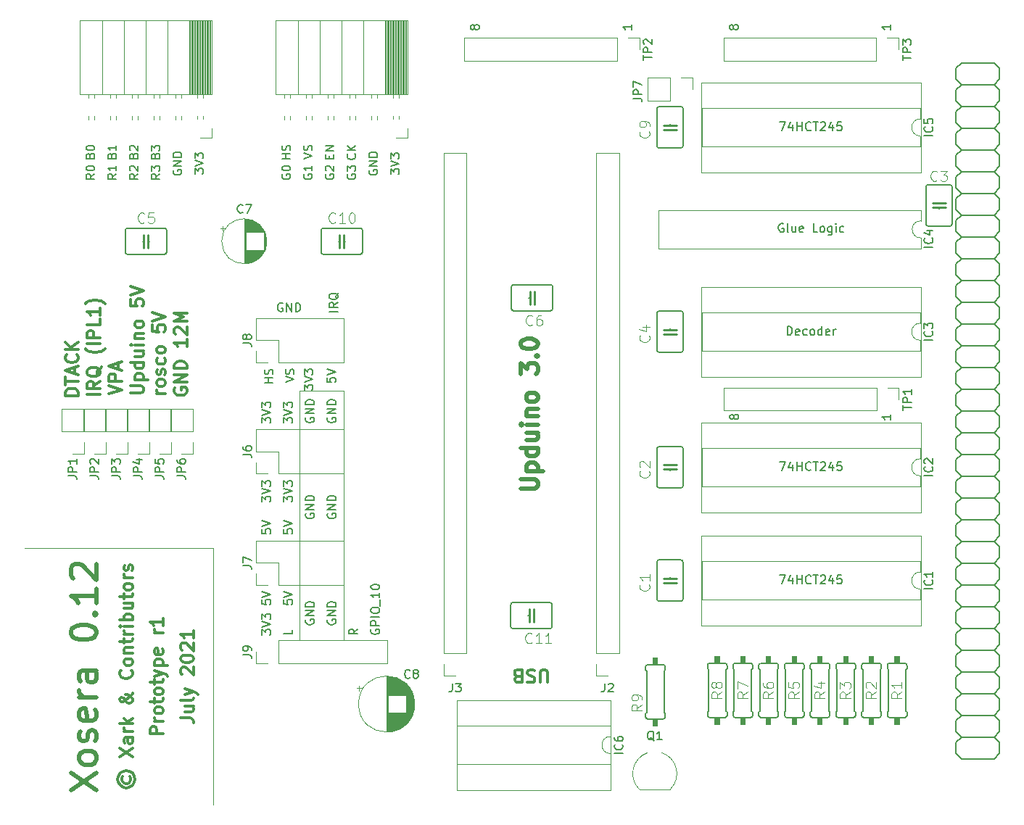
<source format=gbr>
G04 #@! TF.GenerationSoftware,KiCad,Pcbnew,(5.1.5-0-10_14)*
G04 #@! TF.CreationDate,2021-06-26T23:50:53+01:00*
G04 #@! TF.ProjectId,xosera,786f7365-7261-42e6-9b69-6361645f7063,rev?*
G04 #@! TF.SameCoordinates,Original*
G04 #@! TF.FileFunction,Legend,Top*
G04 #@! TF.FilePolarity,Positive*
%FSLAX46Y46*%
G04 Gerber Fmt 4.6, Leading zero omitted, Abs format (unit mm)*
G04 Created by KiCad (PCBNEW (5.1.5-0-10_14)) date 2021-06-26 23:50:53*
%MOMM*%
%LPD*%
G04 APERTURE LIST*
%ADD10C,0.120000*%
%ADD11C,0.150000*%
%ADD12C,0.500000*%
%ADD13C,0.300000*%
%ADD14C,0.152400*%
%ADD15C,0.100000*%
%ADD16C,0.254000*%
%ADD17C,0.120650*%
G04 APERTURE END LIST*
D10*
X136225000Y-88625000D02*
X131050000Y-88625000D01*
X136225000Y-117675000D02*
X136225000Y-88625000D01*
X131075000Y-117750000D02*
X131075000Y-88750000D01*
D11*
X126692880Y-117132143D02*
X126692880Y-116513095D01*
X127073833Y-116846428D01*
X127073833Y-116703571D01*
X127121452Y-116608333D01*
X127169071Y-116560714D01*
X127264309Y-116513095D01*
X127502404Y-116513095D01*
X127597642Y-116560714D01*
X127645261Y-116608333D01*
X127692880Y-116703571D01*
X127692880Y-116989286D01*
X127645261Y-117084524D01*
X127597642Y-117132143D01*
X126692880Y-116227381D02*
X127692880Y-115894048D01*
X126692880Y-115560714D01*
X126692880Y-115322619D02*
X126692880Y-114703571D01*
X127073833Y-115036905D01*
X127073833Y-114894048D01*
X127121452Y-114798809D01*
X127169071Y-114751190D01*
X127264309Y-114703571D01*
X127502404Y-114703571D01*
X127597642Y-114751190D01*
X127645261Y-114798809D01*
X127692880Y-114894048D01*
X127692880Y-115179762D01*
X127645261Y-115275000D01*
X127597642Y-115322619D01*
X139440500Y-116513095D02*
X139392880Y-116608333D01*
X139392880Y-116751190D01*
X139440500Y-116894047D01*
X139535738Y-116989285D01*
X139630976Y-117036904D01*
X139821452Y-117084523D01*
X139964309Y-117084523D01*
X140154785Y-117036904D01*
X140250023Y-116989285D01*
X140345261Y-116894047D01*
X140392880Y-116751190D01*
X140392880Y-116655952D01*
X140345261Y-116513095D01*
X140297642Y-116465476D01*
X139964309Y-116465476D01*
X139964309Y-116655952D01*
X140392880Y-116036904D02*
X139392880Y-116036904D01*
X139392880Y-115655952D01*
X139440500Y-115560714D01*
X139488119Y-115513095D01*
X139583357Y-115465476D01*
X139726214Y-115465476D01*
X139821452Y-115513095D01*
X139869071Y-115560714D01*
X139916690Y-115655952D01*
X139916690Y-116036904D01*
X140392880Y-115036904D02*
X139392880Y-115036904D01*
X139392880Y-114370238D02*
X139392880Y-114179762D01*
X139440500Y-114084523D01*
X139535738Y-113989285D01*
X139726214Y-113941666D01*
X140059547Y-113941666D01*
X140250023Y-113989285D01*
X140345261Y-114084523D01*
X140392880Y-114179762D01*
X140392880Y-114370238D01*
X140345261Y-114465476D01*
X140250023Y-114560714D01*
X140059547Y-114608333D01*
X139726214Y-114608333D01*
X139535738Y-114560714D01*
X139440500Y-114465476D01*
X139392880Y-114370238D01*
X140488119Y-113751190D02*
X140488119Y-112989285D01*
X140392880Y-112227381D02*
X140392880Y-112798809D01*
X140392880Y-112513095D02*
X139392880Y-112513095D01*
X139535738Y-112608333D01*
X139630976Y-112703571D01*
X139678595Y-112798809D01*
X139392880Y-111608333D02*
X139392880Y-111513095D01*
X139440500Y-111417857D01*
X139488119Y-111370238D01*
X139583357Y-111322619D01*
X139773833Y-111275000D01*
X140011928Y-111275000D01*
X140202404Y-111322619D01*
X140297642Y-111370238D01*
X140345261Y-111417857D01*
X140392880Y-111513095D01*
X140392880Y-111608333D01*
X140345261Y-111703571D01*
X140297642Y-111751190D01*
X140202404Y-111798809D01*
X140011928Y-111846428D01*
X139773833Y-111846428D01*
X139583357Y-111798809D01*
X139488119Y-111751190D01*
X139440500Y-111703571D01*
X139392880Y-111608333D01*
X141692880Y-63338095D02*
X141692880Y-62719047D01*
X142073833Y-63052380D01*
X142073833Y-62909523D01*
X142121452Y-62814285D01*
X142169071Y-62766666D01*
X142264309Y-62719047D01*
X142502404Y-62719047D01*
X142597642Y-62766666D01*
X142645261Y-62814285D01*
X142692880Y-62909523D01*
X142692880Y-63195238D01*
X142645261Y-63290476D01*
X142597642Y-63338095D01*
X141692880Y-62433333D02*
X142692880Y-62100000D01*
X141692880Y-61766666D01*
X141692880Y-61528571D02*
X141692880Y-60909523D01*
X142073833Y-61242857D01*
X142073833Y-61100000D01*
X142121452Y-61004761D01*
X142169071Y-60957142D01*
X142264309Y-60909523D01*
X142502404Y-60909523D01*
X142597642Y-60957142D01*
X142645261Y-61004761D01*
X142692880Y-61100000D01*
X142692880Y-61385714D01*
X142645261Y-61480952D01*
X142597642Y-61528571D01*
X139200500Y-62861904D02*
X139152880Y-62957142D01*
X139152880Y-63100000D01*
X139200500Y-63242857D01*
X139295738Y-63338095D01*
X139390976Y-63385714D01*
X139581452Y-63433333D01*
X139724309Y-63433333D01*
X139914785Y-63385714D01*
X140010023Y-63338095D01*
X140105261Y-63242857D01*
X140152880Y-63100000D01*
X140152880Y-63004761D01*
X140105261Y-62861904D01*
X140057642Y-62814285D01*
X139724309Y-62814285D01*
X139724309Y-63004761D01*
X140152880Y-62385714D02*
X139152880Y-62385714D01*
X140152880Y-61814285D01*
X139152880Y-61814285D01*
X140152880Y-61338095D02*
X139152880Y-61338095D01*
X139152880Y-61100000D01*
X139200500Y-60957142D01*
X139295738Y-60861904D01*
X139390976Y-60814285D01*
X139581452Y-60766666D01*
X139724309Y-60766666D01*
X139914785Y-60814285D01*
X140010023Y-60861904D01*
X140105261Y-60957142D01*
X140152880Y-61100000D01*
X140152880Y-61338095D01*
X137517642Y-60984285D02*
X137565261Y-61031904D01*
X137612880Y-61174761D01*
X137612880Y-61269999D01*
X137565261Y-61412856D01*
X137470023Y-61508094D01*
X137374785Y-61555713D01*
X137184309Y-61603332D01*
X137041452Y-61603332D01*
X136850976Y-61555713D01*
X136755738Y-61508094D01*
X136660500Y-61412856D01*
X136612880Y-61269999D01*
X136612880Y-61174761D01*
X136660500Y-61031904D01*
X136708119Y-60984285D01*
X137612880Y-60555713D02*
X136612880Y-60555713D01*
X137612880Y-59984285D02*
X137041452Y-60412856D01*
X136612880Y-59984285D02*
X137184309Y-60555713D01*
X136660500Y-63354285D02*
X136612880Y-63449523D01*
X136612880Y-63592380D01*
X136660500Y-63735238D01*
X136755738Y-63830476D01*
X136850976Y-63878095D01*
X137041452Y-63925714D01*
X137184309Y-63925714D01*
X137374785Y-63878095D01*
X137470023Y-63830476D01*
X137565261Y-63735238D01*
X137612880Y-63592380D01*
X137612880Y-63497142D01*
X137565261Y-63354285D01*
X137517642Y-63306666D01*
X137184309Y-63306666D01*
X137184309Y-63497142D01*
X136612880Y-62973333D02*
X136612880Y-62354285D01*
X136993833Y-62687619D01*
X136993833Y-62544761D01*
X137041452Y-62449523D01*
X137089071Y-62401904D01*
X137184309Y-62354285D01*
X137422404Y-62354285D01*
X137517642Y-62401904D01*
X137565261Y-62449523D01*
X137612880Y-62544761D01*
X137612880Y-62830476D01*
X137565261Y-62925714D01*
X137517642Y-62973333D01*
X134549071Y-61508095D02*
X134549071Y-61174761D01*
X135072880Y-61031904D02*
X135072880Y-61508095D01*
X134072880Y-61508095D01*
X134072880Y-61031904D01*
X135072880Y-60603333D02*
X134072880Y-60603333D01*
X135072880Y-60031904D01*
X134072880Y-60031904D01*
X134120500Y-63354285D02*
X134072880Y-63449523D01*
X134072880Y-63592380D01*
X134120500Y-63735238D01*
X134215738Y-63830476D01*
X134310976Y-63878095D01*
X134501452Y-63925714D01*
X134644309Y-63925714D01*
X134834785Y-63878095D01*
X134930023Y-63830476D01*
X135025261Y-63735238D01*
X135072880Y-63592380D01*
X135072880Y-63497142D01*
X135025261Y-63354285D01*
X134977642Y-63306666D01*
X134644309Y-63306666D01*
X134644309Y-63497142D01*
X134168119Y-62925714D02*
X134120500Y-62878095D01*
X134072880Y-62782857D01*
X134072880Y-62544761D01*
X134120500Y-62449523D01*
X134168119Y-62401904D01*
X134263357Y-62354285D01*
X134358595Y-62354285D01*
X134501452Y-62401904D01*
X135072880Y-62973333D01*
X135072880Y-62354285D01*
X131532880Y-61508094D02*
X132532880Y-61174761D01*
X131532880Y-60841428D01*
X132485261Y-60555713D02*
X132532880Y-60412856D01*
X132532880Y-60174761D01*
X132485261Y-60079523D01*
X132437642Y-60031904D01*
X132342404Y-59984285D01*
X132247166Y-59984285D01*
X132151928Y-60031904D01*
X132104309Y-60079523D01*
X132056690Y-60174761D01*
X132009071Y-60365237D01*
X131961452Y-60460475D01*
X131913833Y-60508094D01*
X131818595Y-60555713D01*
X131723357Y-60555713D01*
X131628119Y-60508094D01*
X131580500Y-60460475D01*
X131532880Y-60365237D01*
X131532880Y-60127142D01*
X131580500Y-59984285D01*
X131580500Y-63354285D02*
X131532880Y-63449523D01*
X131532880Y-63592380D01*
X131580500Y-63735238D01*
X131675738Y-63830476D01*
X131770976Y-63878095D01*
X131961452Y-63925714D01*
X132104309Y-63925714D01*
X132294785Y-63878095D01*
X132390023Y-63830476D01*
X132485261Y-63735238D01*
X132532880Y-63592380D01*
X132532880Y-63497142D01*
X132485261Y-63354285D01*
X132437642Y-63306666D01*
X132104309Y-63306666D01*
X132104309Y-63497142D01*
X132532880Y-62354285D02*
X132532880Y-62925714D01*
X132532880Y-62640000D02*
X131532880Y-62640000D01*
X131675738Y-62735238D01*
X131770976Y-62830476D01*
X131818595Y-62925714D01*
X129992880Y-61555713D02*
X128992880Y-61555713D01*
X129469071Y-61555713D02*
X129469071Y-60984285D01*
X129992880Y-60984285D02*
X128992880Y-60984285D01*
X129945261Y-60555713D02*
X129992880Y-60412856D01*
X129992880Y-60174761D01*
X129945261Y-60079523D01*
X129897642Y-60031904D01*
X129802404Y-59984285D01*
X129707166Y-59984285D01*
X129611928Y-60031904D01*
X129564309Y-60079523D01*
X129516690Y-60174761D01*
X129469071Y-60365237D01*
X129421452Y-60460475D01*
X129373833Y-60508094D01*
X129278595Y-60555713D01*
X129183357Y-60555713D01*
X129088119Y-60508094D01*
X129040500Y-60460475D01*
X128992880Y-60365237D01*
X128992880Y-60127142D01*
X129040500Y-59984285D01*
X129040500Y-63354285D02*
X128992880Y-63449523D01*
X128992880Y-63592380D01*
X129040500Y-63735238D01*
X129135738Y-63830476D01*
X129230976Y-63878095D01*
X129421452Y-63925714D01*
X129564309Y-63925714D01*
X129754785Y-63878095D01*
X129850023Y-63830476D01*
X129945261Y-63735238D01*
X129992880Y-63592380D01*
X129992880Y-63497142D01*
X129945261Y-63354285D01*
X129897642Y-63306666D01*
X129564309Y-63306666D01*
X129564309Y-63497142D01*
X128992880Y-62687619D02*
X128992880Y-62592380D01*
X129040500Y-62497142D01*
X129088119Y-62449523D01*
X129183357Y-62401904D01*
X129373833Y-62354285D01*
X129611928Y-62354285D01*
X129802404Y-62401904D01*
X129897642Y-62449523D01*
X129945261Y-62497142D01*
X129992880Y-62592380D01*
X129992880Y-62687619D01*
X129945261Y-62782857D01*
X129897642Y-62830476D01*
X129802404Y-62878095D01*
X129611928Y-62925714D01*
X129373833Y-62925714D01*
X129183357Y-62878095D01*
X129088119Y-62830476D01*
X129040500Y-62782857D01*
X128992880Y-62687619D01*
X118832880Y-63298095D02*
X118832880Y-62679047D01*
X119213833Y-63012380D01*
X119213833Y-62869523D01*
X119261452Y-62774285D01*
X119309071Y-62726666D01*
X119404309Y-62679047D01*
X119642404Y-62679047D01*
X119737642Y-62726666D01*
X119785261Y-62774285D01*
X119832880Y-62869523D01*
X119832880Y-63155238D01*
X119785261Y-63250476D01*
X119737642Y-63298095D01*
X118832880Y-62393333D02*
X119832880Y-62060000D01*
X118832880Y-61726666D01*
X118832880Y-61488571D02*
X118832880Y-60869523D01*
X119213833Y-61202857D01*
X119213833Y-61060000D01*
X119261452Y-60964761D01*
X119309071Y-60917142D01*
X119404309Y-60869523D01*
X119642404Y-60869523D01*
X119737642Y-60917142D01*
X119785261Y-60964761D01*
X119832880Y-61060000D01*
X119832880Y-61345714D01*
X119785261Y-61440952D01*
X119737642Y-61488571D01*
X116340500Y-62861904D02*
X116292880Y-62957142D01*
X116292880Y-63100000D01*
X116340500Y-63242857D01*
X116435738Y-63338095D01*
X116530976Y-63385714D01*
X116721452Y-63433333D01*
X116864309Y-63433333D01*
X117054785Y-63385714D01*
X117150023Y-63338095D01*
X117245261Y-63242857D01*
X117292880Y-63100000D01*
X117292880Y-63004761D01*
X117245261Y-62861904D01*
X117197642Y-62814285D01*
X116864309Y-62814285D01*
X116864309Y-63004761D01*
X117292880Y-62385714D02*
X116292880Y-62385714D01*
X117292880Y-61814285D01*
X116292880Y-61814285D01*
X117292880Y-61338095D02*
X116292880Y-61338095D01*
X116292880Y-61100000D01*
X116340500Y-60957142D01*
X116435738Y-60861904D01*
X116530976Y-60814285D01*
X116721452Y-60766666D01*
X116864309Y-60766666D01*
X117054785Y-60814285D01*
X117150023Y-60861904D01*
X117245261Y-60957142D01*
X117292880Y-61100000D01*
X117292880Y-61338095D01*
X114229071Y-61174761D02*
X114276690Y-61031904D01*
X114324309Y-60984285D01*
X114419547Y-60936666D01*
X114562404Y-60936666D01*
X114657642Y-60984285D01*
X114705261Y-61031904D01*
X114752880Y-61127142D01*
X114752880Y-61508095D01*
X113752880Y-61508095D01*
X113752880Y-61174761D01*
X113800500Y-61079523D01*
X113848119Y-61031904D01*
X113943357Y-60984285D01*
X114038595Y-60984285D01*
X114133833Y-61031904D01*
X114181452Y-61079523D01*
X114229071Y-61174761D01*
X114229071Y-61508095D01*
X113752880Y-60603333D02*
X113752880Y-59984285D01*
X114133833Y-60317619D01*
X114133833Y-60174761D01*
X114181452Y-60079523D01*
X114229071Y-60031904D01*
X114324309Y-59984285D01*
X114562404Y-59984285D01*
X114657642Y-60031904D01*
X114705261Y-60079523D01*
X114752880Y-60174761D01*
X114752880Y-60460476D01*
X114705261Y-60555714D01*
X114657642Y-60603333D01*
X114752880Y-63306666D02*
X114276690Y-63640000D01*
X114752880Y-63878095D02*
X113752880Y-63878095D01*
X113752880Y-63497142D01*
X113800500Y-63401904D01*
X113848119Y-63354285D01*
X113943357Y-63306666D01*
X114086214Y-63306666D01*
X114181452Y-63354285D01*
X114229071Y-63401904D01*
X114276690Y-63497142D01*
X114276690Y-63878095D01*
X113752880Y-62973333D02*
X113752880Y-62354285D01*
X114133833Y-62687619D01*
X114133833Y-62544761D01*
X114181452Y-62449523D01*
X114229071Y-62401904D01*
X114324309Y-62354285D01*
X114562404Y-62354285D01*
X114657642Y-62401904D01*
X114705261Y-62449523D01*
X114752880Y-62544761D01*
X114752880Y-62830476D01*
X114705261Y-62925714D01*
X114657642Y-62973333D01*
X111689071Y-61174761D02*
X111736690Y-61031904D01*
X111784309Y-60984285D01*
X111879547Y-60936666D01*
X112022404Y-60936666D01*
X112117642Y-60984285D01*
X112165261Y-61031904D01*
X112212880Y-61127142D01*
X112212880Y-61508095D01*
X111212880Y-61508095D01*
X111212880Y-61174761D01*
X111260500Y-61079523D01*
X111308119Y-61031904D01*
X111403357Y-60984285D01*
X111498595Y-60984285D01*
X111593833Y-61031904D01*
X111641452Y-61079523D01*
X111689071Y-61174761D01*
X111689071Y-61508095D01*
X111308119Y-60555714D02*
X111260500Y-60508095D01*
X111212880Y-60412857D01*
X111212880Y-60174761D01*
X111260500Y-60079523D01*
X111308119Y-60031904D01*
X111403357Y-59984285D01*
X111498595Y-59984285D01*
X111641452Y-60031904D01*
X112212880Y-60603333D01*
X112212880Y-59984285D01*
X112212880Y-63306666D02*
X111736690Y-63640000D01*
X112212880Y-63878095D02*
X111212880Y-63878095D01*
X111212880Y-63497142D01*
X111260500Y-63401904D01*
X111308119Y-63354285D01*
X111403357Y-63306666D01*
X111546214Y-63306666D01*
X111641452Y-63354285D01*
X111689071Y-63401904D01*
X111736690Y-63497142D01*
X111736690Y-63878095D01*
X111308119Y-62925714D02*
X111260500Y-62878095D01*
X111212880Y-62782857D01*
X111212880Y-62544761D01*
X111260500Y-62449523D01*
X111308119Y-62401904D01*
X111403357Y-62354285D01*
X111498595Y-62354285D01*
X111641452Y-62401904D01*
X112212880Y-62973333D01*
X112212880Y-62354285D01*
X109149071Y-61174761D02*
X109196690Y-61031904D01*
X109244309Y-60984285D01*
X109339547Y-60936666D01*
X109482404Y-60936666D01*
X109577642Y-60984285D01*
X109625261Y-61031904D01*
X109672880Y-61127142D01*
X109672880Y-61508095D01*
X108672880Y-61508095D01*
X108672880Y-61174761D01*
X108720500Y-61079523D01*
X108768119Y-61031904D01*
X108863357Y-60984285D01*
X108958595Y-60984285D01*
X109053833Y-61031904D01*
X109101452Y-61079523D01*
X109149071Y-61174761D01*
X109149071Y-61508095D01*
X109672880Y-59984285D02*
X109672880Y-60555714D01*
X109672880Y-60270000D02*
X108672880Y-60270000D01*
X108815738Y-60365238D01*
X108910976Y-60460476D01*
X108958595Y-60555714D01*
X106609071Y-61174761D02*
X106656690Y-61031904D01*
X106704309Y-60984285D01*
X106799547Y-60936666D01*
X106942404Y-60936666D01*
X107037642Y-60984285D01*
X107085261Y-61031904D01*
X107132880Y-61127142D01*
X107132880Y-61508095D01*
X106132880Y-61508095D01*
X106132880Y-61174761D01*
X106180500Y-61079523D01*
X106228119Y-61031904D01*
X106323357Y-60984285D01*
X106418595Y-60984285D01*
X106513833Y-61031904D01*
X106561452Y-61079523D01*
X106609071Y-61174761D01*
X106609071Y-61508095D01*
X106132880Y-60317619D02*
X106132880Y-60222380D01*
X106180500Y-60127142D01*
X106228119Y-60079523D01*
X106323357Y-60031904D01*
X106513833Y-59984285D01*
X106751928Y-59984285D01*
X106942404Y-60031904D01*
X107037642Y-60079523D01*
X107085261Y-60127142D01*
X107132880Y-60222380D01*
X107132880Y-60317619D01*
X107085261Y-60412857D01*
X107037642Y-60460476D01*
X106942404Y-60508095D01*
X106751928Y-60555714D01*
X106513833Y-60555714D01*
X106323357Y-60508095D01*
X106228119Y-60460476D01*
X106180500Y-60412857D01*
X106132880Y-60317619D01*
X109672880Y-63306666D02*
X109196690Y-63640000D01*
X109672880Y-63878095D02*
X108672880Y-63878095D01*
X108672880Y-63497142D01*
X108720500Y-63401904D01*
X108768119Y-63354285D01*
X108863357Y-63306666D01*
X109006214Y-63306666D01*
X109101452Y-63354285D01*
X109149071Y-63401904D01*
X109196690Y-63497142D01*
X109196690Y-63878095D01*
X109672880Y-62354285D02*
X109672880Y-62925714D01*
X109672880Y-62640000D02*
X108672880Y-62640000D01*
X108815738Y-62735238D01*
X108910976Y-62830476D01*
X108958595Y-62925714D01*
X107132880Y-63306666D02*
X106656690Y-63640000D01*
X107132880Y-63878095D02*
X106132880Y-63878095D01*
X106132880Y-63497142D01*
X106180500Y-63401904D01*
X106228119Y-63354285D01*
X106323357Y-63306666D01*
X106466214Y-63306666D01*
X106561452Y-63354285D01*
X106609071Y-63401904D01*
X106656690Y-63497142D01*
X106656690Y-63878095D01*
X106132880Y-62687619D02*
X106132880Y-62592380D01*
X106180500Y-62497142D01*
X106228119Y-62449523D01*
X106323357Y-62401904D01*
X106513833Y-62354285D01*
X106751928Y-62354285D01*
X106942404Y-62401904D01*
X107037642Y-62449523D01*
X107085261Y-62497142D01*
X107132880Y-62592380D01*
X107132880Y-62687619D01*
X107085261Y-62782857D01*
X107037642Y-62830476D01*
X106942404Y-62878095D01*
X106751928Y-62925714D01*
X106513833Y-62925714D01*
X106323357Y-62878095D01*
X106228119Y-62830476D01*
X106180500Y-62782857D01*
X106132880Y-62687619D01*
X200084880Y-91414285D02*
X200084880Y-91985714D01*
X200084880Y-91700000D02*
X199084880Y-91700000D01*
X199227738Y-91795238D01*
X199322976Y-91890476D01*
X199370595Y-91985714D01*
X181733452Y-91785238D02*
X181685833Y-91880476D01*
X181638214Y-91928095D01*
X181542976Y-91975714D01*
X181495357Y-91975714D01*
X181400119Y-91928095D01*
X181352500Y-91880476D01*
X181304880Y-91785238D01*
X181304880Y-91594761D01*
X181352500Y-91499523D01*
X181400119Y-91451904D01*
X181495357Y-91404285D01*
X181542976Y-91404285D01*
X181638214Y-91451904D01*
X181685833Y-91499523D01*
X181733452Y-91594761D01*
X181733452Y-91785238D01*
X181781071Y-91880476D01*
X181828690Y-91928095D01*
X181923928Y-91975714D01*
X182114404Y-91975714D01*
X182209642Y-91928095D01*
X182257261Y-91880476D01*
X182304880Y-91785238D01*
X182304880Y-91594761D01*
X182257261Y-91499523D01*
X182209642Y-91451904D01*
X182114404Y-91404285D01*
X181923928Y-91404285D01*
X181828690Y-91451904D01*
X181781071Y-91499523D01*
X181733452Y-91594761D01*
X200064880Y-45884285D02*
X200064880Y-46455714D01*
X200064880Y-46170000D02*
X199064880Y-46170000D01*
X199207738Y-46265238D01*
X199302976Y-46360476D01*
X199350595Y-46455714D01*
X181713452Y-46265238D02*
X181665833Y-46360476D01*
X181618214Y-46408095D01*
X181522976Y-46455714D01*
X181475357Y-46455714D01*
X181380119Y-46408095D01*
X181332500Y-46360476D01*
X181284880Y-46265238D01*
X181284880Y-46074761D01*
X181332500Y-45979523D01*
X181380119Y-45931904D01*
X181475357Y-45884285D01*
X181522976Y-45884285D01*
X181618214Y-45931904D01*
X181665833Y-45979523D01*
X181713452Y-46074761D01*
X181713452Y-46265238D01*
X181761071Y-46360476D01*
X181808690Y-46408095D01*
X181903928Y-46455714D01*
X182094404Y-46455714D01*
X182189642Y-46408095D01*
X182237261Y-46360476D01*
X182284880Y-46265238D01*
X182284880Y-46074761D01*
X182237261Y-45979523D01*
X182189642Y-45931904D01*
X182094404Y-45884285D01*
X181903928Y-45884285D01*
X181808690Y-45931904D01*
X181761071Y-45979523D01*
X181713452Y-46074761D01*
X151463452Y-46265238D02*
X151415833Y-46360476D01*
X151368214Y-46408095D01*
X151272976Y-46455714D01*
X151225357Y-46455714D01*
X151130119Y-46408095D01*
X151082500Y-46360476D01*
X151034880Y-46265238D01*
X151034880Y-46074761D01*
X151082500Y-45979523D01*
X151130119Y-45931904D01*
X151225357Y-45884285D01*
X151272976Y-45884285D01*
X151368214Y-45931904D01*
X151415833Y-45979523D01*
X151463452Y-46074761D01*
X151463452Y-46265238D01*
X151511071Y-46360476D01*
X151558690Y-46408095D01*
X151653928Y-46455714D01*
X151844404Y-46455714D01*
X151939642Y-46408095D01*
X151987261Y-46360476D01*
X152034880Y-46265238D01*
X152034880Y-46074761D01*
X151987261Y-45979523D01*
X151939642Y-45931904D01*
X151844404Y-45884285D01*
X151653928Y-45884285D01*
X151558690Y-45931904D01*
X151511071Y-45979523D01*
X151463452Y-46074761D01*
X169814880Y-45884285D02*
X169814880Y-46455714D01*
X169814880Y-46170000D02*
X168814880Y-46170000D01*
X168957738Y-46265238D01*
X169052976Y-46360476D01*
X169100595Y-46455714D01*
X188013095Y-82124880D02*
X188013095Y-81124880D01*
X188251190Y-81124880D01*
X188394047Y-81172500D01*
X188489285Y-81267738D01*
X188536904Y-81362976D01*
X188584523Y-81553452D01*
X188584523Y-81696309D01*
X188536904Y-81886785D01*
X188489285Y-81982023D01*
X188394047Y-82077261D01*
X188251190Y-82124880D01*
X188013095Y-82124880D01*
X189394047Y-82077261D02*
X189298809Y-82124880D01*
X189108333Y-82124880D01*
X189013095Y-82077261D01*
X188965476Y-81982023D01*
X188965476Y-81601071D01*
X189013095Y-81505833D01*
X189108333Y-81458214D01*
X189298809Y-81458214D01*
X189394047Y-81505833D01*
X189441666Y-81601071D01*
X189441666Y-81696309D01*
X188965476Y-81791547D01*
X190298809Y-82077261D02*
X190203571Y-82124880D01*
X190013095Y-82124880D01*
X189917857Y-82077261D01*
X189870238Y-82029642D01*
X189822619Y-81934404D01*
X189822619Y-81648690D01*
X189870238Y-81553452D01*
X189917857Y-81505833D01*
X190013095Y-81458214D01*
X190203571Y-81458214D01*
X190298809Y-81505833D01*
X190870238Y-82124880D02*
X190775000Y-82077261D01*
X190727380Y-82029642D01*
X190679761Y-81934404D01*
X190679761Y-81648690D01*
X190727380Y-81553452D01*
X190775000Y-81505833D01*
X190870238Y-81458214D01*
X191013095Y-81458214D01*
X191108333Y-81505833D01*
X191155952Y-81553452D01*
X191203571Y-81648690D01*
X191203571Y-81934404D01*
X191155952Y-82029642D01*
X191108333Y-82077261D01*
X191013095Y-82124880D01*
X190870238Y-82124880D01*
X192060714Y-82124880D02*
X192060714Y-81124880D01*
X192060714Y-82077261D02*
X191965476Y-82124880D01*
X191775000Y-82124880D01*
X191679761Y-82077261D01*
X191632142Y-82029642D01*
X191584523Y-81934404D01*
X191584523Y-81648690D01*
X191632142Y-81553452D01*
X191679761Y-81505833D01*
X191775000Y-81458214D01*
X191965476Y-81458214D01*
X192060714Y-81505833D01*
X192917857Y-82077261D02*
X192822619Y-82124880D01*
X192632142Y-82124880D01*
X192536904Y-82077261D01*
X192489285Y-81982023D01*
X192489285Y-81601071D01*
X192536904Y-81505833D01*
X192632142Y-81458214D01*
X192822619Y-81458214D01*
X192917857Y-81505833D01*
X192965476Y-81601071D01*
X192965476Y-81696309D01*
X192489285Y-81791547D01*
X193394047Y-82124880D02*
X193394047Y-81458214D01*
X193394047Y-81648690D02*
X193441666Y-81553452D01*
X193489285Y-81505833D01*
X193584523Y-81458214D01*
X193679761Y-81458214D01*
X187544904Y-69158000D02*
X187449666Y-69110380D01*
X187306809Y-69110380D01*
X187163952Y-69158000D01*
X187068714Y-69253238D01*
X187021095Y-69348476D01*
X186973476Y-69538952D01*
X186973476Y-69681809D01*
X187021095Y-69872285D01*
X187068714Y-69967523D01*
X187163952Y-70062761D01*
X187306809Y-70110380D01*
X187402047Y-70110380D01*
X187544904Y-70062761D01*
X187592523Y-70015142D01*
X187592523Y-69681809D01*
X187402047Y-69681809D01*
X188163952Y-70110380D02*
X188068714Y-70062761D01*
X188021095Y-69967523D01*
X188021095Y-69110380D01*
X188973476Y-69443714D02*
X188973476Y-70110380D01*
X188544904Y-69443714D02*
X188544904Y-69967523D01*
X188592523Y-70062761D01*
X188687761Y-70110380D01*
X188830619Y-70110380D01*
X188925857Y-70062761D01*
X188973476Y-70015142D01*
X189830619Y-70062761D02*
X189735380Y-70110380D01*
X189544904Y-70110380D01*
X189449666Y-70062761D01*
X189402047Y-69967523D01*
X189402047Y-69586571D01*
X189449666Y-69491333D01*
X189544904Y-69443714D01*
X189735380Y-69443714D01*
X189830619Y-69491333D01*
X189878238Y-69586571D01*
X189878238Y-69681809D01*
X189402047Y-69777047D01*
X191544904Y-70110380D02*
X191068714Y-70110380D01*
X191068714Y-69110380D01*
X192021095Y-70110380D02*
X191925857Y-70062761D01*
X191878238Y-70015142D01*
X191830619Y-69919904D01*
X191830619Y-69634190D01*
X191878238Y-69538952D01*
X191925857Y-69491333D01*
X192021095Y-69443714D01*
X192163952Y-69443714D01*
X192259190Y-69491333D01*
X192306809Y-69538952D01*
X192354428Y-69634190D01*
X192354428Y-69919904D01*
X192306809Y-70015142D01*
X192259190Y-70062761D01*
X192163952Y-70110380D01*
X192021095Y-70110380D01*
X193211571Y-69443714D02*
X193211571Y-70253238D01*
X193163952Y-70348476D01*
X193116333Y-70396095D01*
X193021095Y-70443714D01*
X192878238Y-70443714D01*
X192783000Y-70396095D01*
X193211571Y-70062761D02*
X193116333Y-70110380D01*
X192925857Y-70110380D01*
X192830619Y-70062761D01*
X192783000Y-70015142D01*
X192735380Y-69919904D01*
X192735380Y-69634190D01*
X192783000Y-69538952D01*
X192830619Y-69491333D01*
X192925857Y-69443714D01*
X193116333Y-69443714D01*
X193211571Y-69491333D01*
X193687761Y-70110380D02*
X193687761Y-69443714D01*
X193687761Y-69110380D02*
X193640142Y-69158000D01*
X193687761Y-69205619D01*
X193735380Y-69158000D01*
X193687761Y-69110380D01*
X193687761Y-69205619D01*
X194592523Y-70062761D02*
X194497285Y-70110380D01*
X194306809Y-70110380D01*
X194211571Y-70062761D01*
X194163952Y-70015142D01*
X194116333Y-69919904D01*
X194116333Y-69634190D01*
X194163952Y-69538952D01*
X194211571Y-69491333D01*
X194306809Y-69443714D01*
X194497285Y-69443714D01*
X194592523Y-69491333D01*
X187140142Y-57258880D02*
X187806809Y-57258880D01*
X187378238Y-58258880D01*
X188616333Y-57592214D02*
X188616333Y-58258880D01*
X188378238Y-57211261D02*
X188140142Y-57925547D01*
X188759190Y-57925547D01*
X189140142Y-58258880D02*
X189140142Y-57258880D01*
X189140142Y-57735071D02*
X189711571Y-57735071D01*
X189711571Y-58258880D02*
X189711571Y-57258880D01*
X190759190Y-58163642D02*
X190711571Y-58211261D01*
X190568714Y-58258880D01*
X190473476Y-58258880D01*
X190330619Y-58211261D01*
X190235380Y-58116023D01*
X190187761Y-58020785D01*
X190140142Y-57830309D01*
X190140142Y-57687452D01*
X190187761Y-57496976D01*
X190235380Y-57401738D01*
X190330619Y-57306500D01*
X190473476Y-57258880D01*
X190568714Y-57258880D01*
X190711571Y-57306500D01*
X190759190Y-57354119D01*
X191044904Y-57258880D02*
X191616333Y-57258880D01*
X191330619Y-58258880D02*
X191330619Y-57258880D01*
X191902047Y-57354119D02*
X191949666Y-57306500D01*
X192044904Y-57258880D01*
X192283000Y-57258880D01*
X192378238Y-57306500D01*
X192425857Y-57354119D01*
X192473476Y-57449357D01*
X192473476Y-57544595D01*
X192425857Y-57687452D01*
X191854428Y-58258880D01*
X192473476Y-58258880D01*
X193330619Y-57592214D02*
X193330619Y-58258880D01*
X193092523Y-57211261D02*
X192854428Y-57925547D01*
X193473476Y-57925547D01*
X194330619Y-57258880D02*
X193854428Y-57258880D01*
X193806809Y-57735071D01*
X193854428Y-57687452D01*
X193949666Y-57639833D01*
X194187761Y-57639833D01*
X194283000Y-57687452D01*
X194330619Y-57735071D01*
X194378238Y-57830309D01*
X194378238Y-58068404D01*
X194330619Y-58163642D01*
X194283000Y-58211261D01*
X194187761Y-58258880D01*
X193949666Y-58258880D01*
X193854428Y-58211261D01*
X193806809Y-58163642D01*
X187140142Y-110184880D02*
X187806809Y-110184880D01*
X187378238Y-111184880D01*
X188616333Y-110518214D02*
X188616333Y-111184880D01*
X188378238Y-110137261D02*
X188140142Y-110851547D01*
X188759190Y-110851547D01*
X189140142Y-111184880D02*
X189140142Y-110184880D01*
X189140142Y-110661071D02*
X189711571Y-110661071D01*
X189711571Y-111184880D02*
X189711571Y-110184880D01*
X190759190Y-111089642D02*
X190711571Y-111137261D01*
X190568714Y-111184880D01*
X190473476Y-111184880D01*
X190330619Y-111137261D01*
X190235380Y-111042023D01*
X190187761Y-110946785D01*
X190140142Y-110756309D01*
X190140142Y-110613452D01*
X190187761Y-110422976D01*
X190235380Y-110327738D01*
X190330619Y-110232500D01*
X190473476Y-110184880D01*
X190568714Y-110184880D01*
X190711571Y-110232500D01*
X190759190Y-110280119D01*
X191044904Y-110184880D02*
X191616333Y-110184880D01*
X191330619Y-111184880D02*
X191330619Y-110184880D01*
X191902047Y-110280119D02*
X191949666Y-110232500D01*
X192044904Y-110184880D01*
X192283000Y-110184880D01*
X192378238Y-110232500D01*
X192425857Y-110280119D01*
X192473476Y-110375357D01*
X192473476Y-110470595D01*
X192425857Y-110613452D01*
X191854428Y-111184880D01*
X192473476Y-111184880D01*
X193330619Y-110518214D02*
X193330619Y-111184880D01*
X193092523Y-110137261D02*
X192854428Y-110851547D01*
X193473476Y-110851547D01*
X194330619Y-110184880D02*
X193854428Y-110184880D01*
X193806809Y-110661071D01*
X193854428Y-110613452D01*
X193949666Y-110565833D01*
X194187761Y-110565833D01*
X194283000Y-110613452D01*
X194330619Y-110661071D01*
X194378238Y-110756309D01*
X194378238Y-110994404D01*
X194330619Y-111089642D01*
X194283000Y-111137261D01*
X194187761Y-111184880D01*
X193949666Y-111184880D01*
X193854428Y-111137261D01*
X193806809Y-111089642D01*
X187140142Y-96953380D02*
X187806809Y-96953380D01*
X187378238Y-97953380D01*
X188616333Y-97286714D02*
X188616333Y-97953380D01*
X188378238Y-96905761D02*
X188140142Y-97620047D01*
X188759190Y-97620047D01*
X189140142Y-97953380D02*
X189140142Y-96953380D01*
X189140142Y-97429571D02*
X189711571Y-97429571D01*
X189711571Y-97953380D02*
X189711571Y-96953380D01*
X190759190Y-97858142D02*
X190711571Y-97905761D01*
X190568714Y-97953380D01*
X190473476Y-97953380D01*
X190330619Y-97905761D01*
X190235380Y-97810523D01*
X190187761Y-97715285D01*
X190140142Y-97524809D01*
X190140142Y-97381952D01*
X190187761Y-97191476D01*
X190235380Y-97096238D01*
X190330619Y-97001000D01*
X190473476Y-96953380D01*
X190568714Y-96953380D01*
X190711571Y-97001000D01*
X190759190Y-97048619D01*
X191044904Y-96953380D02*
X191616333Y-96953380D01*
X191330619Y-97953380D02*
X191330619Y-96953380D01*
X191902047Y-97048619D02*
X191949666Y-97001000D01*
X192044904Y-96953380D01*
X192283000Y-96953380D01*
X192378238Y-97001000D01*
X192425857Y-97048619D01*
X192473476Y-97143857D01*
X192473476Y-97239095D01*
X192425857Y-97381952D01*
X191854428Y-97953380D01*
X192473476Y-97953380D01*
X193330619Y-97286714D02*
X193330619Y-97953380D01*
X193092523Y-96905761D02*
X192854428Y-97620047D01*
X193473476Y-97620047D01*
X194330619Y-96953380D02*
X193854428Y-96953380D01*
X193806809Y-97429571D01*
X193854428Y-97381952D01*
X193949666Y-97334333D01*
X194187761Y-97334333D01*
X194283000Y-97381952D01*
X194330619Y-97429571D01*
X194378238Y-97524809D01*
X194378238Y-97762904D01*
X194330619Y-97858142D01*
X194283000Y-97905761D01*
X194187761Y-97953380D01*
X193949666Y-97953380D01*
X193854428Y-97905761D01*
X193806809Y-97858142D01*
D12*
X156878761Y-100104285D02*
X158497809Y-100104285D01*
X158688285Y-100009047D01*
X158783523Y-99913809D01*
X158878761Y-99723333D01*
X158878761Y-99342380D01*
X158783523Y-99151904D01*
X158688285Y-99056666D01*
X158497809Y-98961428D01*
X156878761Y-98961428D01*
X157545428Y-98009047D02*
X159545428Y-98009047D01*
X157640666Y-98009047D02*
X157545428Y-97818571D01*
X157545428Y-97437619D01*
X157640666Y-97247142D01*
X157735904Y-97151904D01*
X157926380Y-97056666D01*
X158497809Y-97056666D01*
X158688285Y-97151904D01*
X158783523Y-97247142D01*
X158878761Y-97437619D01*
X158878761Y-97818571D01*
X158783523Y-98009047D01*
X158878761Y-95342380D02*
X156878761Y-95342380D01*
X158783523Y-95342380D02*
X158878761Y-95532857D01*
X158878761Y-95913809D01*
X158783523Y-96104285D01*
X158688285Y-96199523D01*
X158497809Y-96294761D01*
X157926380Y-96294761D01*
X157735904Y-96199523D01*
X157640666Y-96104285D01*
X157545428Y-95913809D01*
X157545428Y-95532857D01*
X157640666Y-95342380D01*
X157545428Y-93532857D02*
X158878761Y-93532857D01*
X157545428Y-94390000D02*
X158593047Y-94390000D01*
X158783523Y-94294761D01*
X158878761Y-94104285D01*
X158878761Y-93818571D01*
X158783523Y-93628095D01*
X158688285Y-93532857D01*
X158878761Y-92580476D02*
X157545428Y-92580476D01*
X156878761Y-92580476D02*
X156974000Y-92675714D01*
X157069238Y-92580476D01*
X156974000Y-92485238D01*
X156878761Y-92580476D01*
X157069238Y-92580476D01*
X157545428Y-91628095D02*
X158878761Y-91628095D01*
X157735904Y-91628095D02*
X157640666Y-91532857D01*
X157545428Y-91342380D01*
X157545428Y-91056666D01*
X157640666Y-90866190D01*
X157831142Y-90770952D01*
X158878761Y-90770952D01*
X158878761Y-89532857D02*
X158783523Y-89723333D01*
X158688285Y-89818571D01*
X158497809Y-89913809D01*
X157926380Y-89913809D01*
X157735904Y-89818571D01*
X157640666Y-89723333D01*
X157545428Y-89532857D01*
X157545428Y-89247142D01*
X157640666Y-89056666D01*
X157735904Y-88961428D01*
X157926380Y-88866190D01*
X158497809Y-88866190D01*
X158688285Y-88961428D01*
X158783523Y-89056666D01*
X158878761Y-89247142D01*
X158878761Y-89532857D01*
X156878761Y-86675714D02*
X156878761Y-85437619D01*
X157640666Y-86104285D01*
X157640666Y-85818571D01*
X157735904Y-85628095D01*
X157831142Y-85532857D01*
X158021619Y-85437619D01*
X158497809Y-85437619D01*
X158688285Y-85532857D01*
X158783523Y-85628095D01*
X158878761Y-85818571D01*
X158878761Y-86390000D01*
X158783523Y-86580476D01*
X158688285Y-86675714D01*
X158688285Y-84580476D02*
X158783523Y-84485238D01*
X158878761Y-84580476D01*
X158783523Y-84675714D01*
X158688285Y-84580476D01*
X158878761Y-84580476D01*
X156878761Y-83247142D02*
X156878761Y-83056666D01*
X156974000Y-82866190D01*
X157069238Y-82770952D01*
X157259714Y-82675714D01*
X157640666Y-82580476D01*
X158116857Y-82580476D01*
X158497809Y-82675714D01*
X158688285Y-82770952D01*
X158783523Y-82866190D01*
X158878761Y-83056666D01*
X158878761Y-83247142D01*
X158783523Y-83437619D01*
X158688285Y-83532857D01*
X158497809Y-83628095D01*
X158116857Y-83723333D01*
X157640666Y-83723333D01*
X157259714Y-83628095D01*
X157069238Y-83532857D01*
X156974000Y-83437619D01*
X156878761Y-83247142D01*
D11*
X135522380Y-79373809D02*
X134522380Y-79373809D01*
X135522380Y-78326190D02*
X135046190Y-78659523D01*
X135522380Y-78897619D02*
X134522380Y-78897619D01*
X134522380Y-78516666D01*
X134570000Y-78421428D01*
X134617619Y-78373809D01*
X134712857Y-78326190D01*
X134855714Y-78326190D01*
X134950952Y-78373809D01*
X134998571Y-78421428D01*
X135046190Y-78516666D01*
X135046190Y-78897619D01*
X135617619Y-77230952D02*
X135570000Y-77326190D01*
X135474761Y-77421428D01*
X135331904Y-77564285D01*
X135284285Y-77659523D01*
X135284285Y-77754761D01*
X135522380Y-77707142D02*
X135474761Y-77802380D01*
X135379523Y-77897619D01*
X135189047Y-77945238D01*
X134855714Y-77945238D01*
X134665238Y-77897619D01*
X134570000Y-77802380D01*
X134522380Y-77707142D01*
X134522380Y-77516666D01*
X134570000Y-77421428D01*
X134665238Y-77326190D01*
X134855714Y-77278571D01*
X135189047Y-77278571D01*
X135379523Y-77326190D01*
X135474761Y-77421428D01*
X135522380Y-77516666D01*
X135522380Y-77707142D01*
X129078095Y-78430000D02*
X128982857Y-78382380D01*
X128840000Y-78382380D01*
X128697142Y-78430000D01*
X128601904Y-78525238D01*
X128554285Y-78620476D01*
X128506666Y-78810952D01*
X128506666Y-78953809D01*
X128554285Y-79144285D01*
X128601904Y-79239523D01*
X128697142Y-79334761D01*
X128840000Y-79382380D01*
X128935238Y-79382380D01*
X129078095Y-79334761D01*
X129125714Y-79287142D01*
X129125714Y-78953809D01*
X128935238Y-78953809D01*
X129554285Y-79382380D02*
X129554285Y-78382380D01*
X130125714Y-79382380D01*
X130125714Y-78382380D01*
X130601904Y-79382380D02*
X130601904Y-78382380D01*
X130840000Y-78382380D01*
X130982857Y-78430000D01*
X131078095Y-78525238D01*
X131125714Y-78620476D01*
X131173333Y-78810952D01*
X131173333Y-78953809D01*
X131125714Y-79144285D01*
X131078095Y-79239523D01*
X130982857Y-79334761D01*
X130840000Y-79382380D01*
X130601904Y-79382380D01*
X134272380Y-87120476D02*
X134272380Y-87596666D01*
X134748571Y-87644285D01*
X134700952Y-87596666D01*
X134653333Y-87501428D01*
X134653333Y-87263333D01*
X134700952Y-87168095D01*
X134748571Y-87120476D01*
X134843809Y-87072857D01*
X135081904Y-87072857D01*
X135177142Y-87120476D01*
X135224761Y-87168095D01*
X135272380Y-87263333D01*
X135272380Y-87501428D01*
X135224761Y-87596666D01*
X135177142Y-87644285D01*
X134272380Y-86787142D02*
X135272380Y-86453809D01*
X134272380Y-86120476D01*
X131622380Y-88558095D02*
X131622380Y-87939047D01*
X132003333Y-88272380D01*
X132003333Y-88129523D01*
X132050952Y-88034285D01*
X132098571Y-87986666D01*
X132193809Y-87939047D01*
X132431904Y-87939047D01*
X132527142Y-87986666D01*
X132574761Y-88034285D01*
X132622380Y-88129523D01*
X132622380Y-88415238D01*
X132574761Y-88510476D01*
X132527142Y-88558095D01*
X131622380Y-87653333D02*
X132622380Y-87320000D01*
X131622380Y-86986666D01*
X131622380Y-86748571D02*
X131622380Y-86129523D01*
X132003333Y-86462857D01*
X132003333Y-86320000D01*
X132050952Y-86224761D01*
X132098571Y-86177142D01*
X132193809Y-86129523D01*
X132431904Y-86129523D01*
X132527142Y-86177142D01*
X132574761Y-86224761D01*
X132622380Y-86320000D01*
X132622380Y-86605714D01*
X132574761Y-86700952D01*
X132527142Y-86748571D01*
X129422380Y-87649523D02*
X130422380Y-87316190D01*
X129422380Y-86982857D01*
X130374761Y-86697142D02*
X130422380Y-86554285D01*
X130422380Y-86316190D01*
X130374761Y-86220952D01*
X130327142Y-86173333D01*
X130231904Y-86125714D01*
X130136666Y-86125714D01*
X130041428Y-86173333D01*
X129993809Y-86220952D01*
X129946190Y-86316190D01*
X129898571Y-86506666D01*
X129850952Y-86601904D01*
X129803333Y-86649523D01*
X129708095Y-86697142D01*
X129612857Y-86697142D01*
X129517619Y-86649523D01*
X129470000Y-86601904D01*
X129422380Y-86506666D01*
X129422380Y-86268571D01*
X129470000Y-86125714D01*
X127962380Y-87721904D02*
X126962380Y-87721904D01*
X127438571Y-87721904D02*
X127438571Y-87150476D01*
X127962380Y-87150476D02*
X126962380Y-87150476D01*
X127914761Y-86721904D02*
X127962380Y-86579047D01*
X127962380Y-86340952D01*
X127914761Y-86245714D01*
X127867142Y-86198095D01*
X127771904Y-86150476D01*
X127676666Y-86150476D01*
X127581428Y-86198095D01*
X127533809Y-86245714D01*
X127486190Y-86340952D01*
X127438571Y-86531428D01*
X127390952Y-86626666D01*
X127343333Y-86674285D01*
X127248095Y-86721904D01*
X127152857Y-86721904D01*
X127057619Y-86674285D01*
X127010000Y-86626666D01*
X126962380Y-86531428D01*
X126962380Y-86293333D01*
X127010000Y-86150476D01*
X134360500Y-115376904D02*
X134312880Y-115472142D01*
X134312880Y-115615000D01*
X134360500Y-115757857D01*
X134455738Y-115853095D01*
X134550976Y-115900714D01*
X134741452Y-115948333D01*
X134884309Y-115948333D01*
X135074785Y-115900714D01*
X135170023Y-115853095D01*
X135265261Y-115757857D01*
X135312880Y-115615000D01*
X135312880Y-115519761D01*
X135265261Y-115376904D01*
X135217642Y-115329285D01*
X134884309Y-115329285D01*
X134884309Y-115519761D01*
X135312880Y-114900714D02*
X134312880Y-114900714D01*
X135312880Y-114329285D01*
X134312880Y-114329285D01*
X135312880Y-113853095D02*
X134312880Y-113853095D01*
X134312880Y-113615000D01*
X134360500Y-113472142D01*
X134455738Y-113376904D01*
X134550976Y-113329285D01*
X134741452Y-113281666D01*
X134884309Y-113281666D01*
X135074785Y-113329285D01*
X135170023Y-113376904D01*
X135265261Y-113472142D01*
X135312880Y-113615000D01*
X135312880Y-113853095D01*
X131820500Y-115376904D02*
X131772880Y-115472142D01*
X131772880Y-115615000D01*
X131820500Y-115757857D01*
X131915738Y-115853095D01*
X132010976Y-115900714D01*
X132201452Y-115948333D01*
X132344309Y-115948333D01*
X132534785Y-115900714D01*
X132630023Y-115853095D01*
X132725261Y-115757857D01*
X132772880Y-115615000D01*
X132772880Y-115519761D01*
X132725261Y-115376904D01*
X132677642Y-115329285D01*
X132344309Y-115329285D01*
X132344309Y-115519761D01*
X132772880Y-114900714D02*
X131772880Y-114900714D01*
X132772880Y-114329285D01*
X131772880Y-114329285D01*
X132772880Y-113853095D02*
X131772880Y-113853095D01*
X131772880Y-113615000D01*
X131820500Y-113472142D01*
X131915738Y-113376904D01*
X132010976Y-113329285D01*
X132201452Y-113281666D01*
X132344309Y-113281666D01*
X132534785Y-113329285D01*
X132630023Y-113376904D01*
X132725261Y-113472142D01*
X132772880Y-113615000D01*
X132772880Y-113853095D01*
X134360500Y-102986904D02*
X134312880Y-103082142D01*
X134312880Y-103225000D01*
X134360500Y-103367857D01*
X134455738Y-103463095D01*
X134550976Y-103510714D01*
X134741452Y-103558333D01*
X134884309Y-103558333D01*
X135074785Y-103510714D01*
X135170023Y-103463095D01*
X135265261Y-103367857D01*
X135312880Y-103225000D01*
X135312880Y-103129761D01*
X135265261Y-102986904D01*
X135217642Y-102939285D01*
X134884309Y-102939285D01*
X134884309Y-103129761D01*
X135312880Y-102510714D02*
X134312880Y-102510714D01*
X135312880Y-101939285D01*
X134312880Y-101939285D01*
X135312880Y-101463095D02*
X134312880Y-101463095D01*
X134312880Y-101225000D01*
X134360500Y-101082142D01*
X134455738Y-100986904D01*
X134550976Y-100939285D01*
X134741452Y-100891666D01*
X134884309Y-100891666D01*
X135074785Y-100939285D01*
X135170023Y-100986904D01*
X135265261Y-101082142D01*
X135312880Y-101225000D01*
X135312880Y-101463095D01*
X131820500Y-102986904D02*
X131772880Y-103082142D01*
X131772880Y-103225000D01*
X131820500Y-103367857D01*
X131915738Y-103463095D01*
X132010976Y-103510714D01*
X132201452Y-103558333D01*
X132344309Y-103558333D01*
X132534785Y-103510714D01*
X132630023Y-103463095D01*
X132725261Y-103367857D01*
X132772880Y-103225000D01*
X132772880Y-103129761D01*
X132725261Y-102986904D01*
X132677642Y-102939285D01*
X132344309Y-102939285D01*
X132344309Y-103129761D01*
X132772880Y-102510714D02*
X131772880Y-102510714D01*
X132772880Y-101939285D01*
X131772880Y-101939285D01*
X132772880Y-101463095D02*
X131772880Y-101463095D01*
X131772880Y-101225000D01*
X131820500Y-101082142D01*
X131915738Y-100986904D01*
X132010976Y-100939285D01*
X132201452Y-100891666D01*
X132344309Y-100891666D01*
X132534785Y-100939285D01*
X132630023Y-100986904D01*
X132725261Y-101082142D01*
X132772880Y-101225000D01*
X132772880Y-101463095D01*
X134360500Y-91781904D02*
X134312880Y-91877142D01*
X134312880Y-92020000D01*
X134360500Y-92162857D01*
X134455738Y-92258095D01*
X134550976Y-92305714D01*
X134741452Y-92353333D01*
X134884309Y-92353333D01*
X135074785Y-92305714D01*
X135170023Y-92258095D01*
X135265261Y-92162857D01*
X135312880Y-92020000D01*
X135312880Y-91924761D01*
X135265261Y-91781904D01*
X135217642Y-91734285D01*
X134884309Y-91734285D01*
X134884309Y-91924761D01*
X135312880Y-91305714D02*
X134312880Y-91305714D01*
X135312880Y-90734285D01*
X134312880Y-90734285D01*
X135312880Y-90258095D02*
X134312880Y-90258095D01*
X134312880Y-90020000D01*
X134360500Y-89877142D01*
X134455738Y-89781904D01*
X134550976Y-89734285D01*
X134741452Y-89686666D01*
X134884309Y-89686666D01*
X135074785Y-89734285D01*
X135170023Y-89781904D01*
X135265261Y-89877142D01*
X135312880Y-90020000D01*
X135312880Y-90258095D01*
X131820500Y-91781904D02*
X131772880Y-91877142D01*
X131772880Y-92020000D01*
X131820500Y-92162857D01*
X131915738Y-92258095D01*
X132010976Y-92305714D01*
X132201452Y-92353333D01*
X132344309Y-92353333D01*
X132534785Y-92305714D01*
X132630023Y-92258095D01*
X132725261Y-92162857D01*
X132772880Y-92020000D01*
X132772880Y-91924761D01*
X132725261Y-91781904D01*
X132677642Y-91734285D01*
X132344309Y-91734285D01*
X132344309Y-91924761D01*
X132772880Y-91305714D02*
X131772880Y-91305714D01*
X132772880Y-90734285D01*
X131772880Y-90734285D01*
X132772880Y-90258095D02*
X131772880Y-90258095D01*
X131772880Y-90020000D01*
X131820500Y-89877142D01*
X131915738Y-89781904D01*
X132010976Y-89734285D01*
X132201452Y-89686666D01*
X132344309Y-89686666D01*
X132534785Y-89734285D01*
X132630023Y-89781904D01*
X132725261Y-89877142D01*
X132772880Y-90020000D01*
X132772880Y-90258095D01*
X129232880Y-92400952D02*
X129232880Y-91781904D01*
X129613833Y-92115237D01*
X129613833Y-91972380D01*
X129661452Y-91877142D01*
X129709071Y-91829523D01*
X129804309Y-91781904D01*
X130042404Y-91781904D01*
X130137642Y-91829523D01*
X130185261Y-91877142D01*
X130232880Y-91972380D01*
X130232880Y-92258095D01*
X130185261Y-92353333D01*
X130137642Y-92400952D01*
X129232880Y-91496190D02*
X130232880Y-91162857D01*
X129232880Y-90829523D01*
X129232880Y-90591428D02*
X129232880Y-89972380D01*
X129613833Y-90305714D01*
X129613833Y-90162857D01*
X129661452Y-90067618D01*
X129709071Y-90019999D01*
X129804309Y-89972380D01*
X130042404Y-89972380D01*
X130137642Y-90019999D01*
X130185261Y-90067618D01*
X130232880Y-90162857D01*
X130232880Y-90448571D01*
X130185261Y-90543809D01*
X130137642Y-90591428D01*
X126692880Y-92400952D02*
X126692880Y-91781904D01*
X127073833Y-92115237D01*
X127073833Y-91972380D01*
X127121452Y-91877142D01*
X127169071Y-91829523D01*
X127264309Y-91781904D01*
X127502404Y-91781904D01*
X127597642Y-91829523D01*
X127645261Y-91877142D01*
X127692880Y-91972380D01*
X127692880Y-92258095D01*
X127645261Y-92353333D01*
X127597642Y-92400952D01*
X126692880Y-91496190D02*
X127692880Y-91162857D01*
X126692880Y-90829523D01*
X126692880Y-90591428D02*
X126692880Y-89972380D01*
X127073833Y-90305714D01*
X127073833Y-90162857D01*
X127121452Y-90067618D01*
X127169071Y-90019999D01*
X127264309Y-89972380D01*
X127502404Y-89972380D01*
X127597642Y-90019999D01*
X127645261Y-90067618D01*
X127692880Y-90162857D01*
X127692880Y-90448571D01*
X127645261Y-90543809D01*
X127597642Y-90591428D01*
X129232880Y-101598095D02*
X129232880Y-100979047D01*
X129613833Y-101312380D01*
X129613833Y-101169523D01*
X129661452Y-101074285D01*
X129709071Y-101026666D01*
X129804309Y-100979047D01*
X130042404Y-100979047D01*
X130137642Y-101026666D01*
X130185261Y-101074285D01*
X130232880Y-101169523D01*
X130232880Y-101455238D01*
X130185261Y-101550476D01*
X130137642Y-101598095D01*
X129232880Y-100693333D02*
X130232880Y-100360000D01*
X129232880Y-100026666D01*
X129232880Y-99788571D02*
X129232880Y-99169523D01*
X129613833Y-99502857D01*
X129613833Y-99360000D01*
X129661452Y-99264761D01*
X129709071Y-99217142D01*
X129804309Y-99169523D01*
X130042404Y-99169523D01*
X130137642Y-99217142D01*
X130185261Y-99264761D01*
X130232880Y-99360000D01*
X130232880Y-99645714D01*
X130185261Y-99740952D01*
X130137642Y-99788571D01*
X126692880Y-101598095D02*
X126692880Y-100979047D01*
X127073833Y-101312380D01*
X127073833Y-101169523D01*
X127121452Y-101074285D01*
X127169071Y-101026666D01*
X127264309Y-100979047D01*
X127502404Y-100979047D01*
X127597642Y-101026666D01*
X127645261Y-101074285D01*
X127692880Y-101169523D01*
X127692880Y-101455238D01*
X127645261Y-101550476D01*
X127597642Y-101598095D01*
X126692880Y-100693333D02*
X127692880Y-100360000D01*
X126692880Y-100026666D01*
X126692880Y-99788571D02*
X126692880Y-99169523D01*
X127073833Y-99502857D01*
X127073833Y-99360000D01*
X127121452Y-99264761D01*
X127169071Y-99217142D01*
X127264309Y-99169523D01*
X127502404Y-99169523D01*
X127597642Y-99217142D01*
X127645261Y-99264761D01*
X127692880Y-99360000D01*
X127692880Y-99645714D01*
X127645261Y-99740952D01*
X127597642Y-99788571D01*
X129232880Y-113061428D02*
X129232880Y-113537618D01*
X129709071Y-113585237D01*
X129661452Y-113537618D01*
X129613833Y-113442380D01*
X129613833Y-113204285D01*
X129661452Y-113109047D01*
X129709071Y-113061428D01*
X129804309Y-113013809D01*
X130042404Y-113013809D01*
X130137642Y-113061428D01*
X130185261Y-113109047D01*
X130232880Y-113204285D01*
X130232880Y-113442380D01*
X130185261Y-113537618D01*
X130137642Y-113585237D01*
X129232880Y-112728094D02*
X130232880Y-112394761D01*
X129232880Y-112061428D01*
X126692880Y-113061428D02*
X126692880Y-113537618D01*
X127169071Y-113585237D01*
X127121452Y-113537618D01*
X127073833Y-113442380D01*
X127073833Y-113204285D01*
X127121452Y-113109047D01*
X127169071Y-113061428D01*
X127264309Y-113013809D01*
X127502404Y-113013809D01*
X127597642Y-113061428D01*
X127645261Y-113109047D01*
X127692880Y-113204285D01*
X127692880Y-113442380D01*
X127645261Y-113537618D01*
X127597642Y-113585237D01*
X126692880Y-112728094D02*
X127692880Y-112394761D01*
X126692880Y-112061428D01*
X129232880Y-104809523D02*
X129232880Y-105285713D01*
X129709071Y-105333332D01*
X129661452Y-105285713D01*
X129613833Y-105190475D01*
X129613833Y-104952380D01*
X129661452Y-104857142D01*
X129709071Y-104809523D01*
X129804309Y-104761904D01*
X130042404Y-104761904D01*
X130137642Y-104809523D01*
X130185261Y-104857142D01*
X130232880Y-104952380D01*
X130232880Y-105190475D01*
X130185261Y-105285713D01*
X130137642Y-105333332D01*
X129232880Y-104476189D02*
X130232880Y-104142856D01*
X129232880Y-103809523D01*
X126692880Y-104809523D02*
X126692880Y-105285713D01*
X127169071Y-105333332D01*
X127121452Y-105285713D01*
X127073833Y-105190475D01*
X127073833Y-104952380D01*
X127121452Y-104857142D01*
X127169071Y-104809523D01*
X127264309Y-104761904D01*
X127502404Y-104761904D01*
X127597642Y-104809523D01*
X127645261Y-104857142D01*
X127692880Y-104952380D01*
X127692880Y-105190475D01*
X127645261Y-105285713D01*
X127597642Y-105333332D01*
X126692880Y-104476189D02*
X127692880Y-104142856D01*
X126692880Y-103809523D01*
X137852880Y-116465476D02*
X137376690Y-116798809D01*
X137852880Y-117036904D02*
X136852880Y-117036904D01*
X136852880Y-116655952D01*
X136900500Y-116560714D01*
X136948119Y-116513095D01*
X137043357Y-116465476D01*
X137186214Y-116465476D01*
X137281452Y-116513095D01*
X137329071Y-116560714D01*
X137376690Y-116655952D01*
X137376690Y-117036904D01*
X130232880Y-116560714D02*
X130232880Y-117036904D01*
X129232880Y-117036904D01*
D10*
X121000000Y-107000000D02*
X121000000Y-137000000D01*
X99000000Y-107000000D02*
X121000000Y-107000000D01*
D13*
X110415714Y-133714285D02*
X110344285Y-133857142D01*
X110344285Y-134142857D01*
X110415714Y-134285714D01*
X110558571Y-134428571D01*
X110701428Y-134500000D01*
X110987142Y-134500000D01*
X111130000Y-134428571D01*
X111272857Y-134285714D01*
X111344285Y-134142857D01*
X111344285Y-133857142D01*
X111272857Y-133714285D01*
X109844285Y-134000000D02*
X109915714Y-134357142D01*
X110130000Y-134714285D01*
X110487142Y-134928571D01*
X110844285Y-135000000D01*
X111201428Y-134928571D01*
X111558571Y-134714285D01*
X111772857Y-134357142D01*
X111844285Y-134000000D01*
X111772857Y-133642857D01*
X111558571Y-133285714D01*
X111201428Y-133071428D01*
X110844285Y-133000000D01*
X110487142Y-133071428D01*
X110130000Y-133285714D01*
X109915714Y-133642857D01*
X109844285Y-134000000D01*
X110058571Y-131357142D02*
X111558571Y-130357142D01*
X110058571Y-130357142D02*
X111558571Y-131357142D01*
X111558571Y-129142857D02*
X110772857Y-129142857D01*
X110630000Y-129214285D01*
X110558571Y-129357142D01*
X110558571Y-129642857D01*
X110630000Y-129785714D01*
X111487142Y-129142857D02*
X111558571Y-129285714D01*
X111558571Y-129642857D01*
X111487142Y-129785714D01*
X111344285Y-129857142D01*
X111201428Y-129857142D01*
X111058571Y-129785714D01*
X110987142Y-129642857D01*
X110987142Y-129285714D01*
X110915714Y-129142857D01*
X111558571Y-128428571D02*
X110558571Y-128428571D01*
X110844285Y-128428571D02*
X110701428Y-128357142D01*
X110630000Y-128285714D01*
X110558571Y-128142857D01*
X110558571Y-128000000D01*
X111558571Y-127500000D02*
X110058571Y-127500000D01*
X110987142Y-127357142D02*
X111558571Y-126928571D01*
X110558571Y-126928571D02*
X111130000Y-127500000D01*
X111558571Y-123928571D02*
X111558571Y-124000000D01*
X111487142Y-124142857D01*
X111272857Y-124357142D01*
X110844285Y-124714285D01*
X110630000Y-124857142D01*
X110415714Y-124928571D01*
X110272857Y-124928571D01*
X110130000Y-124857142D01*
X110058571Y-124714285D01*
X110058571Y-124642857D01*
X110130000Y-124500000D01*
X110272857Y-124428571D01*
X110344285Y-124428571D01*
X110487142Y-124500000D01*
X110558571Y-124571428D01*
X110844285Y-125000000D01*
X110915714Y-125071428D01*
X111058571Y-125142857D01*
X111272857Y-125142857D01*
X111415714Y-125071428D01*
X111487142Y-125000000D01*
X111558571Y-124857142D01*
X111558571Y-124642857D01*
X111487142Y-124500000D01*
X111415714Y-124428571D01*
X111130000Y-124214285D01*
X110915714Y-124142857D01*
X110772857Y-124142857D01*
X111415714Y-121285714D02*
X111487142Y-121357142D01*
X111558571Y-121571428D01*
X111558571Y-121714285D01*
X111487142Y-121928571D01*
X111344285Y-122071428D01*
X111201428Y-122142857D01*
X110915714Y-122214285D01*
X110701428Y-122214285D01*
X110415714Y-122142857D01*
X110272857Y-122071428D01*
X110130000Y-121928571D01*
X110058571Y-121714285D01*
X110058571Y-121571428D01*
X110130000Y-121357142D01*
X110201428Y-121285714D01*
X111558571Y-120428571D02*
X111487142Y-120571428D01*
X111415714Y-120642857D01*
X111272857Y-120714285D01*
X110844285Y-120714285D01*
X110701428Y-120642857D01*
X110630000Y-120571428D01*
X110558571Y-120428571D01*
X110558571Y-120214285D01*
X110630000Y-120071428D01*
X110701428Y-120000000D01*
X110844285Y-119928571D01*
X111272857Y-119928571D01*
X111415714Y-120000000D01*
X111487142Y-120071428D01*
X111558571Y-120214285D01*
X111558571Y-120428571D01*
X110558571Y-119285714D02*
X111558571Y-119285714D01*
X110701428Y-119285714D02*
X110630000Y-119214285D01*
X110558571Y-119071428D01*
X110558571Y-118857142D01*
X110630000Y-118714285D01*
X110772857Y-118642857D01*
X111558571Y-118642857D01*
X110558571Y-118142857D02*
X110558571Y-117571428D01*
X110058571Y-117928571D02*
X111344285Y-117928571D01*
X111487142Y-117857142D01*
X111558571Y-117714285D01*
X111558571Y-117571428D01*
X111558571Y-117071428D02*
X110558571Y-117071428D01*
X110844285Y-117071428D02*
X110701428Y-117000000D01*
X110630000Y-116928571D01*
X110558571Y-116785714D01*
X110558571Y-116642857D01*
X111558571Y-116142857D02*
X110558571Y-116142857D01*
X110058571Y-116142857D02*
X110130000Y-116214285D01*
X110201428Y-116142857D01*
X110130000Y-116071428D01*
X110058571Y-116142857D01*
X110201428Y-116142857D01*
X111558571Y-115428571D02*
X110058571Y-115428571D01*
X110630000Y-115428571D02*
X110558571Y-115285714D01*
X110558571Y-115000000D01*
X110630000Y-114857142D01*
X110701428Y-114785714D01*
X110844285Y-114714285D01*
X111272857Y-114714285D01*
X111415714Y-114785714D01*
X111487142Y-114857142D01*
X111558571Y-115000000D01*
X111558571Y-115285714D01*
X111487142Y-115428571D01*
X110558571Y-113428571D02*
X111558571Y-113428571D01*
X110558571Y-114071428D02*
X111344285Y-114071428D01*
X111487142Y-114000000D01*
X111558571Y-113857142D01*
X111558571Y-113642857D01*
X111487142Y-113500000D01*
X111415714Y-113428571D01*
X110558571Y-112928571D02*
X110558571Y-112357142D01*
X110058571Y-112714285D02*
X111344285Y-112714285D01*
X111487142Y-112642857D01*
X111558571Y-112500000D01*
X111558571Y-112357142D01*
X111558571Y-111642857D02*
X111487142Y-111785714D01*
X111415714Y-111857142D01*
X111272857Y-111928571D01*
X110844285Y-111928571D01*
X110701428Y-111857142D01*
X110630000Y-111785714D01*
X110558571Y-111642857D01*
X110558571Y-111428571D01*
X110630000Y-111285714D01*
X110701428Y-111214285D01*
X110844285Y-111142857D01*
X111272857Y-111142857D01*
X111415714Y-111214285D01*
X111487142Y-111285714D01*
X111558571Y-111428571D01*
X111558571Y-111642857D01*
X111558571Y-110500000D02*
X110558571Y-110500000D01*
X110844285Y-110500000D02*
X110701428Y-110428571D01*
X110630000Y-110357142D01*
X110558571Y-110214285D01*
X110558571Y-110071428D01*
X111487142Y-109642857D02*
X111558571Y-109500000D01*
X111558571Y-109214285D01*
X111487142Y-109071428D01*
X111344285Y-109000000D01*
X111272857Y-109000000D01*
X111130000Y-109071428D01*
X111058571Y-109214285D01*
X111058571Y-109428571D01*
X110987142Y-109571428D01*
X110844285Y-109642857D01*
X110772857Y-109642857D01*
X110630000Y-109571428D01*
X110558571Y-109428571D01*
X110558571Y-109214285D01*
X110630000Y-109071428D01*
X117178571Y-126857142D02*
X118250000Y-126857142D01*
X118464285Y-126928571D01*
X118607142Y-127071428D01*
X118678571Y-127285714D01*
X118678571Y-127428571D01*
X117678571Y-125500000D02*
X118678571Y-125500000D01*
X117678571Y-126142857D02*
X118464285Y-126142857D01*
X118607142Y-126071428D01*
X118678571Y-125928571D01*
X118678571Y-125714285D01*
X118607142Y-125571428D01*
X118535714Y-125500000D01*
X118678571Y-124571428D02*
X118607142Y-124714285D01*
X118464285Y-124785714D01*
X117178571Y-124785714D01*
X117678571Y-124142857D02*
X118678571Y-123785714D01*
X117678571Y-123428571D02*
X118678571Y-123785714D01*
X119035714Y-123928571D01*
X119107142Y-124000000D01*
X119178571Y-124142857D01*
X117321428Y-121785714D02*
X117250000Y-121714285D01*
X117178571Y-121571428D01*
X117178571Y-121214285D01*
X117250000Y-121071428D01*
X117321428Y-121000000D01*
X117464285Y-120928571D01*
X117607142Y-120928571D01*
X117821428Y-121000000D01*
X118678571Y-121857142D01*
X118678571Y-120928571D01*
X117178571Y-120000000D02*
X117178571Y-119857142D01*
X117250000Y-119714285D01*
X117321428Y-119642857D01*
X117464285Y-119571428D01*
X117750000Y-119500000D01*
X118107142Y-119500000D01*
X118392857Y-119571428D01*
X118535714Y-119642857D01*
X118607142Y-119714285D01*
X118678571Y-119857142D01*
X118678571Y-120000000D01*
X118607142Y-120142857D01*
X118535714Y-120214285D01*
X118392857Y-120285714D01*
X118107142Y-120357142D01*
X117750000Y-120357142D01*
X117464285Y-120285714D01*
X117321428Y-120214285D01*
X117250000Y-120142857D01*
X117178571Y-120000000D01*
X117321428Y-118928571D02*
X117250000Y-118857142D01*
X117178571Y-118714285D01*
X117178571Y-118357142D01*
X117250000Y-118214285D01*
X117321428Y-118142857D01*
X117464285Y-118071428D01*
X117607142Y-118071428D01*
X117821428Y-118142857D01*
X118678571Y-119000000D01*
X118678571Y-118071428D01*
X118678571Y-116642857D02*
X118678571Y-117500000D01*
X118678571Y-117071428D02*
X117178571Y-117071428D01*
X117392857Y-117214285D01*
X117535714Y-117357142D01*
X117607142Y-117500000D01*
X115118571Y-128714285D02*
X113618571Y-128714285D01*
X113618571Y-128142857D01*
X113690000Y-128000000D01*
X113761428Y-127928571D01*
X113904285Y-127857142D01*
X114118571Y-127857142D01*
X114261428Y-127928571D01*
X114332857Y-128000000D01*
X114404285Y-128142857D01*
X114404285Y-128714285D01*
X115118571Y-127214285D02*
X114118571Y-127214285D01*
X114404285Y-127214285D02*
X114261428Y-127142857D01*
X114190000Y-127071428D01*
X114118571Y-126928571D01*
X114118571Y-126785714D01*
X115118571Y-126071428D02*
X115047142Y-126214285D01*
X114975714Y-126285714D01*
X114832857Y-126357142D01*
X114404285Y-126357142D01*
X114261428Y-126285714D01*
X114190000Y-126214285D01*
X114118571Y-126071428D01*
X114118571Y-125857142D01*
X114190000Y-125714285D01*
X114261428Y-125642857D01*
X114404285Y-125571428D01*
X114832857Y-125571428D01*
X114975714Y-125642857D01*
X115047142Y-125714285D01*
X115118571Y-125857142D01*
X115118571Y-126071428D01*
X114118571Y-125142857D02*
X114118571Y-124571428D01*
X113618571Y-124928571D02*
X114904285Y-124928571D01*
X115047142Y-124857142D01*
X115118571Y-124714285D01*
X115118571Y-124571428D01*
X115118571Y-123857142D02*
X115047142Y-124000000D01*
X114975714Y-124071428D01*
X114832857Y-124142857D01*
X114404285Y-124142857D01*
X114261428Y-124071428D01*
X114190000Y-124000000D01*
X114118571Y-123857142D01*
X114118571Y-123642857D01*
X114190000Y-123500000D01*
X114261428Y-123428571D01*
X114404285Y-123357142D01*
X114832857Y-123357142D01*
X114975714Y-123428571D01*
X115047142Y-123500000D01*
X115118571Y-123642857D01*
X115118571Y-123857142D01*
X114118571Y-122928571D02*
X114118571Y-122357142D01*
X113618571Y-122714285D02*
X114904285Y-122714285D01*
X115047142Y-122642857D01*
X115118571Y-122500000D01*
X115118571Y-122357142D01*
X114118571Y-122000000D02*
X115118571Y-121642857D01*
X114118571Y-121285714D02*
X115118571Y-121642857D01*
X115475714Y-121785714D01*
X115547142Y-121857142D01*
X115618571Y-122000000D01*
X114118571Y-120714285D02*
X115618571Y-120714285D01*
X114190000Y-120714285D02*
X114118571Y-120571428D01*
X114118571Y-120285714D01*
X114190000Y-120142857D01*
X114261428Y-120071428D01*
X114404285Y-120000000D01*
X114832857Y-120000000D01*
X114975714Y-120071428D01*
X115047142Y-120142857D01*
X115118571Y-120285714D01*
X115118571Y-120571428D01*
X115047142Y-120714285D01*
X115047142Y-118785714D02*
X115118571Y-118928571D01*
X115118571Y-119214285D01*
X115047142Y-119357142D01*
X114904285Y-119428571D01*
X114332857Y-119428571D01*
X114190000Y-119357142D01*
X114118571Y-119214285D01*
X114118571Y-118928571D01*
X114190000Y-118785714D01*
X114332857Y-118714285D01*
X114475714Y-118714285D01*
X114618571Y-119428571D01*
X115118571Y-116928571D02*
X114118571Y-116928571D01*
X114404285Y-116928571D02*
X114261428Y-116857142D01*
X114190000Y-116785714D01*
X114118571Y-116642857D01*
X114118571Y-116500000D01*
X115118571Y-115214285D02*
X115118571Y-116071428D01*
X115118571Y-115642857D02*
X113618571Y-115642857D01*
X113832857Y-115785714D01*
X113975714Y-115928571D01*
X114047142Y-116071428D01*
D12*
X104357142Y-135285714D02*
X107357142Y-133285714D01*
X104357142Y-133285714D02*
X107357142Y-135285714D01*
X107357142Y-131714285D02*
X107214285Y-132000000D01*
X107071428Y-132142857D01*
X106785714Y-132285714D01*
X105928571Y-132285714D01*
X105642857Y-132142857D01*
X105500000Y-132000000D01*
X105357142Y-131714285D01*
X105357142Y-131285714D01*
X105500000Y-131000000D01*
X105642857Y-130857142D01*
X105928571Y-130714285D01*
X106785714Y-130714285D01*
X107071428Y-130857142D01*
X107214285Y-131000000D01*
X107357142Y-131285714D01*
X107357142Y-131714285D01*
X107214285Y-129571428D02*
X107357142Y-129285714D01*
X107357142Y-128714285D01*
X107214285Y-128428571D01*
X106928571Y-128285714D01*
X106785714Y-128285714D01*
X106500000Y-128428571D01*
X106357142Y-128714285D01*
X106357142Y-129142857D01*
X106214285Y-129428571D01*
X105928571Y-129571428D01*
X105785714Y-129571428D01*
X105500000Y-129428571D01*
X105357142Y-129142857D01*
X105357142Y-128714285D01*
X105500000Y-128428571D01*
X107214285Y-125857142D02*
X107357142Y-126142857D01*
X107357142Y-126714285D01*
X107214285Y-127000000D01*
X106928571Y-127142857D01*
X105785714Y-127142857D01*
X105500000Y-127000000D01*
X105357142Y-126714285D01*
X105357142Y-126142857D01*
X105500000Y-125857142D01*
X105785714Y-125714285D01*
X106071428Y-125714285D01*
X106357142Y-127142857D01*
X107357142Y-124428571D02*
X105357142Y-124428571D01*
X105928571Y-124428571D02*
X105642857Y-124285714D01*
X105500000Y-124142857D01*
X105357142Y-123857142D01*
X105357142Y-123571428D01*
X107357142Y-121285714D02*
X105785714Y-121285714D01*
X105500000Y-121428571D01*
X105357142Y-121714285D01*
X105357142Y-122285714D01*
X105500000Y-122571428D01*
X107214285Y-121285714D02*
X107357142Y-121571428D01*
X107357142Y-122285714D01*
X107214285Y-122571428D01*
X106928571Y-122714285D01*
X106642857Y-122714285D01*
X106357142Y-122571428D01*
X106214285Y-122285714D01*
X106214285Y-121571428D01*
X106071428Y-121285714D01*
X104357142Y-117000000D02*
X104357142Y-116714285D01*
X104500000Y-116428571D01*
X104642857Y-116285714D01*
X104928571Y-116142857D01*
X105500000Y-116000000D01*
X106214285Y-116000000D01*
X106785714Y-116142857D01*
X107071428Y-116285714D01*
X107214285Y-116428571D01*
X107357142Y-116714285D01*
X107357142Y-117000000D01*
X107214285Y-117285714D01*
X107071428Y-117428571D01*
X106785714Y-117571428D01*
X106214285Y-117714285D01*
X105500000Y-117714285D01*
X104928571Y-117571428D01*
X104642857Y-117428571D01*
X104500000Y-117285714D01*
X104357142Y-117000000D01*
X107071428Y-114714285D02*
X107214285Y-114571428D01*
X107357142Y-114714285D01*
X107214285Y-114857142D01*
X107071428Y-114714285D01*
X107357142Y-114714285D01*
X107357142Y-111714285D02*
X107357142Y-113428571D01*
X107357142Y-112571428D02*
X104357142Y-112571428D01*
X104785714Y-112857142D01*
X105071428Y-113142857D01*
X105214285Y-113428571D01*
X104642857Y-110571428D02*
X104500000Y-110428571D01*
X104357142Y-110142857D01*
X104357142Y-109428571D01*
X104500000Y-109142857D01*
X104642857Y-109000000D01*
X104928571Y-108857142D01*
X105214285Y-108857142D01*
X105642857Y-109000000D01*
X107357142Y-110714285D01*
X107357142Y-108857142D01*
D13*
X160026857Y-122711428D02*
X160026857Y-121497142D01*
X159955428Y-121354285D01*
X159884000Y-121282857D01*
X159741142Y-121211428D01*
X159455428Y-121211428D01*
X159312571Y-121282857D01*
X159241142Y-121354285D01*
X159169714Y-121497142D01*
X159169714Y-122711428D01*
X158526857Y-121282857D02*
X158312571Y-121211428D01*
X157955428Y-121211428D01*
X157812571Y-121282857D01*
X157741142Y-121354285D01*
X157669714Y-121497142D01*
X157669714Y-121640000D01*
X157741142Y-121782857D01*
X157812571Y-121854285D01*
X157955428Y-121925714D01*
X158241142Y-121997142D01*
X158384000Y-122068571D01*
X158455428Y-122140000D01*
X158526857Y-122282857D01*
X158526857Y-122425714D01*
X158455428Y-122568571D01*
X158384000Y-122640000D01*
X158241142Y-122711428D01*
X157884000Y-122711428D01*
X157669714Y-122640000D01*
X156526857Y-121997142D02*
X156312571Y-121925714D01*
X156241142Y-121854285D01*
X156169714Y-121711428D01*
X156169714Y-121497142D01*
X156241142Y-121354285D01*
X156312571Y-121282857D01*
X156455428Y-121211428D01*
X157026857Y-121211428D01*
X157026857Y-122711428D01*
X156526857Y-122711428D01*
X156384000Y-122640000D01*
X156312571Y-122568571D01*
X156241142Y-122425714D01*
X156241142Y-122282857D01*
X156312571Y-122140000D01*
X156384000Y-122068571D01*
X156526857Y-121997142D01*
X157026857Y-121997142D01*
X116496000Y-88326000D02*
X116424571Y-88468857D01*
X116424571Y-88683142D01*
X116496000Y-88897428D01*
X116638857Y-89040285D01*
X116781714Y-89111714D01*
X117067428Y-89183142D01*
X117281714Y-89183142D01*
X117567428Y-89111714D01*
X117710285Y-89040285D01*
X117853142Y-88897428D01*
X117924571Y-88683142D01*
X117924571Y-88540285D01*
X117853142Y-88326000D01*
X117781714Y-88254571D01*
X117281714Y-88254571D01*
X117281714Y-88540285D01*
X117924571Y-87611714D02*
X116424571Y-87611714D01*
X117924571Y-86754571D01*
X116424571Y-86754571D01*
X117924571Y-86040285D02*
X116424571Y-86040285D01*
X116424571Y-85683142D01*
X116496000Y-85468857D01*
X116638857Y-85326000D01*
X116781714Y-85254571D01*
X117067428Y-85183142D01*
X117281714Y-85183142D01*
X117567428Y-85254571D01*
X117710285Y-85326000D01*
X117853142Y-85468857D01*
X117924571Y-85683142D01*
X117924571Y-86040285D01*
X117924571Y-82611714D02*
X117924571Y-83468857D01*
X117924571Y-83040285D02*
X116424571Y-83040285D01*
X116638857Y-83183142D01*
X116781714Y-83326000D01*
X116853142Y-83468857D01*
X116567428Y-82040285D02*
X116496000Y-81968857D01*
X116424571Y-81826000D01*
X116424571Y-81468857D01*
X116496000Y-81326000D01*
X116567428Y-81254571D01*
X116710285Y-81183142D01*
X116853142Y-81183142D01*
X117067428Y-81254571D01*
X117924571Y-82111714D01*
X117924571Y-81183142D01*
X117924571Y-80540285D02*
X116424571Y-80540285D01*
X117496000Y-80040285D01*
X116424571Y-79540285D01*
X117924571Y-79540285D01*
X115384571Y-88968857D02*
X114384571Y-88968857D01*
X114670285Y-88968857D02*
X114527428Y-88897428D01*
X114456000Y-88826000D01*
X114384571Y-88683142D01*
X114384571Y-88540285D01*
X115384571Y-87826000D02*
X115313142Y-87968857D01*
X115241714Y-88040285D01*
X115098857Y-88111714D01*
X114670285Y-88111714D01*
X114527428Y-88040285D01*
X114456000Y-87968857D01*
X114384571Y-87826000D01*
X114384571Y-87611714D01*
X114456000Y-87468857D01*
X114527428Y-87397428D01*
X114670285Y-87326000D01*
X115098857Y-87326000D01*
X115241714Y-87397428D01*
X115313142Y-87468857D01*
X115384571Y-87611714D01*
X115384571Y-87826000D01*
X115313142Y-86754571D02*
X115384571Y-86611714D01*
X115384571Y-86326000D01*
X115313142Y-86183142D01*
X115170285Y-86111714D01*
X115098857Y-86111714D01*
X114956000Y-86183142D01*
X114884571Y-86326000D01*
X114884571Y-86540285D01*
X114813142Y-86683142D01*
X114670285Y-86754571D01*
X114598857Y-86754571D01*
X114456000Y-86683142D01*
X114384571Y-86540285D01*
X114384571Y-86326000D01*
X114456000Y-86183142D01*
X115313142Y-84826000D02*
X115384571Y-84968857D01*
X115384571Y-85254571D01*
X115313142Y-85397428D01*
X115241714Y-85468857D01*
X115098857Y-85540285D01*
X114670285Y-85540285D01*
X114527428Y-85468857D01*
X114456000Y-85397428D01*
X114384571Y-85254571D01*
X114384571Y-84968857D01*
X114456000Y-84826000D01*
X115384571Y-83968857D02*
X115313142Y-84111714D01*
X115241714Y-84183142D01*
X115098857Y-84254571D01*
X114670285Y-84254571D01*
X114527428Y-84183142D01*
X114456000Y-84111714D01*
X114384571Y-83968857D01*
X114384571Y-83754571D01*
X114456000Y-83611714D01*
X114527428Y-83540285D01*
X114670285Y-83468857D01*
X115098857Y-83468857D01*
X115241714Y-83540285D01*
X115313142Y-83611714D01*
X115384571Y-83754571D01*
X115384571Y-83968857D01*
X113884571Y-80968857D02*
X113884571Y-81683142D01*
X114598857Y-81754571D01*
X114527428Y-81683142D01*
X114456000Y-81540285D01*
X114456000Y-81183142D01*
X114527428Y-81040285D01*
X114598857Y-80968857D01*
X114741714Y-80897428D01*
X115098857Y-80897428D01*
X115241714Y-80968857D01*
X115313142Y-81040285D01*
X115384571Y-81183142D01*
X115384571Y-81540285D01*
X115313142Y-81683142D01*
X115241714Y-81754571D01*
X113884571Y-80468857D02*
X115384571Y-79968857D01*
X113884571Y-79468857D01*
X111344571Y-88909142D02*
X112558857Y-88909142D01*
X112701714Y-88837714D01*
X112773142Y-88766285D01*
X112844571Y-88623428D01*
X112844571Y-88337714D01*
X112773142Y-88194857D01*
X112701714Y-88123428D01*
X112558857Y-88052000D01*
X111344571Y-88052000D01*
X111844571Y-87337714D02*
X113344571Y-87337714D01*
X111916000Y-87337714D02*
X111844571Y-87194857D01*
X111844571Y-86909142D01*
X111916000Y-86766285D01*
X111987428Y-86694857D01*
X112130285Y-86623428D01*
X112558857Y-86623428D01*
X112701714Y-86694857D01*
X112773142Y-86766285D01*
X112844571Y-86909142D01*
X112844571Y-87194857D01*
X112773142Y-87337714D01*
X112844571Y-85337714D02*
X111344571Y-85337714D01*
X112773142Y-85337714D02*
X112844571Y-85480571D01*
X112844571Y-85766285D01*
X112773142Y-85909142D01*
X112701714Y-85980571D01*
X112558857Y-86052000D01*
X112130285Y-86052000D01*
X111987428Y-85980571D01*
X111916000Y-85909142D01*
X111844571Y-85766285D01*
X111844571Y-85480571D01*
X111916000Y-85337714D01*
X111844571Y-83980571D02*
X112844571Y-83980571D01*
X111844571Y-84623428D02*
X112630285Y-84623428D01*
X112773142Y-84552000D01*
X112844571Y-84409142D01*
X112844571Y-84194857D01*
X112773142Y-84052000D01*
X112701714Y-83980571D01*
X112844571Y-83266285D02*
X111844571Y-83266285D01*
X111344571Y-83266285D02*
X111416000Y-83337714D01*
X111487428Y-83266285D01*
X111416000Y-83194857D01*
X111344571Y-83266285D01*
X111487428Y-83266285D01*
X111844571Y-82552000D02*
X112844571Y-82552000D01*
X111987428Y-82552000D02*
X111916000Y-82480571D01*
X111844571Y-82337714D01*
X111844571Y-82123428D01*
X111916000Y-81980571D01*
X112058857Y-81909142D01*
X112844571Y-81909142D01*
X112844571Y-80980571D02*
X112773142Y-81123428D01*
X112701714Y-81194857D01*
X112558857Y-81266285D01*
X112130285Y-81266285D01*
X111987428Y-81194857D01*
X111916000Y-81123428D01*
X111844571Y-80980571D01*
X111844571Y-80766285D01*
X111916000Y-80623428D01*
X111987428Y-80552000D01*
X112130285Y-80480571D01*
X112558857Y-80480571D01*
X112701714Y-80552000D01*
X112773142Y-80623428D01*
X112844571Y-80766285D01*
X112844571Y-80980571D01*
X111344571Y-77980571D02*
X111344571Y-78694857D01*
X112058857Y-78766285D01*
X111987428Y-78694857D01*
X111916000Y-78552000D01*
X111916000Y-78194857D01*
X111987428Y-78052000D01*
X112058857Y-77980571D01*
X112201714Y-77909142D01*
X112558857Y-77909142D01*
X112701714Y-77980571D01*
X112773142Y-78052000D01*
X112844571Y-78194857D01*
X112844571Y-78552000D01*
X112773142Y-78694857D01*
X112701714Y-78766285D01*
X111344571Y-77480571D02*
X112844571Y-76980571D01*
X111344571Y-76480571D01*
X108804571Y-89012857D02*
X110304571Y-88512857D01*
X108804571Y-88012857D01*
X110304571Y-87512857D02*
X108804571Y-87512857D01*
X108804571Y-86941428D01*
X108876000Y-86798571D01*
X108947428Y-86727142D01*
X109090285Y-86655714D01*
X109304571Y-86655714D01*
X109447428Y-86727142D01*
X109518857Y-86798571D01*
X109590285Y-86941428D01*
X109590285Y-87512857D01*
X109876000Y-86084285D02*
X109876000Y-85370000D01*
X110304571Y-86227142D02*
X108804571Y-85727142D01*
X110304571Y-85227142D01*
X107764571Y-89099714D02*
X106264571Y-89099714D01*
X107764571Y-87528285D02*
X107050285Y-88028285D01*
X107764571Y-88385428D02*
X106264571Y-88385428D01*
X106264571Y-87814000D01*
X106336000Y-87671142D01*
X106407428Y-87599714D01*
X106550285Y-87528285D01*
X106764571Y-87528285D01*
X106907428Y-87599714D01*
X106978857Y-87671142D01*
X107050285Y-87814000D01*
X107050285Y-88385428D01*
X107907428Y-85885428D02*
X107836000Y-86028285D01*
X107693142Y-86171142D01*
X107478857Y-86385428D01*
X107407428Y-86528285D01*
X107407428Y-86671142D01*
X107764571Y-86599714D02*
X107693142Y-86742571D01*
X107550285Y-86885428D01*
X107264571Y-86956857D01*
X106764571Y-86956857D01*
X106478857Y-86885428D01*
X106336000Y-86742571D01*
X106264571Y-86599714D01*
X106264571Y-86314000D01*
X106336000Y-86171142D01*
X106478857Y-86028285D01*
X106764571Y-85956857D01*
X107264571Y-85956857D01*
X107550285Y-86028285D01*
X107693142Y-86171142D01*
X107764571Y-86314000D01*
X107764571Y-86599714D01*
X108336000Y-83742571D02*
X108264571Y-83814000D01*
X108050285Y-83956857D01*
X107907428Y-84028285D01*
X107693142Y-84099714D01*
X107336000Y-84171142D01*
X107050285Y-84171142D01*
X106693142Y-84099714D01*
X106478857Y-84028285D01*
X106336000Y-83956857D01*
X106121714Y-83814000D01*
X106050285Y-83742571D01*
X107764571Y-83171142D02*
X106264571Y-83171142D01*
X107764571Y-82456857D02*
X106264571Y-82456857D01*
X106264571Y-81885428D01*
X106336000Y-81742571D01*
X106407428Y-81671142D01*
X106550285Y-81599714D01*
X106764571Y-81599714D01*
X106907428Y-81671142D01*
X106978857Y-81742571D01*
X107050285Y-81885428D01*
X107050285Y-82456857D01*
X107764571Y-80242571D02*
X107764571Y-80956857D01*
X106264571Y-80956857D01*
X107764571Y-78956857D02*
X107764571Y-79814000D01*
X107764571Y-79385428D02*
X106264571Y-79385428D01*
X106478857Y-79528285D01*
X106621714Y-79671142D01*
X106693142Y-79814000D01*
X108336000Y-78456857D02*
X108264571Y-78385428D01*
X108050285Y-78242571D01*
X107907428Y-78171142D01*
X107693142Y-78099714D01*
X107336000Y-78028285D01*
X107050285Y-78028285D01*
X106693142Y-78099714D01*
X106478857Y-78171142D01*
X106336000Y-78242571D01*
X106121714Y-78385428D01*
X106050285Y-78456857D01*
X105224571Y-89211142D02*
X103724571Y-89211142D01*
X103724571Y-88854000D01*
X103796000Y-88639714D01*
X103938857Y-88496857D01*
X104081714Y-88425428D01*
X104367428Y-88354000D01*
X104581714Y-88354000D01*
X104867428Y-88425428D01*
X105010285Y-88496857D01*
X105153142Y-88639714D01*
X105224571Y-88854000D01*
X105224571Y-89211142D01*
X103724571Y-87925428D02*
X103724571Y-87068285D01*
X105224571Y-87496857D02*
X103724571Y-87496857D01*
X104796000Y-86639714D02*
X104796000Y-85925428D01*
X105224571Y-86782571D02*
X103724571Y-86282571D01*
X105224571Y-85782571D01*
X105081714Y-84425428D02*
X105153142Y-84496857D01*
X105224571Y-84711142D01*
X105224571Y-84854000D01*
X105153142Y-85068285D01*
X105010285Y-85211142D01*
X104867428Y-85282571D01*
X104581714Y-85354000D01*
X104367428Y-85354000D01*
X104081714Y-85282571D01*
X103938857Y-85211142D01*
X103796000Y-85068285D01*
X103724571Y-84854000D01*
X103724571Y-84711142D01*
X103796000Y-84496857D01*
X103867428Y-84425428D01*
X105224571Y-83782571D02*
X103724571Y-83782571D01*
X105224571Y-82925428D02*
X104367428Y-83568285D01*
X103724571Y-82925428D02*
X104581714Y-83782571D01*
D10*
X125978000Y-120455000D02*
X125978000Y-119125000D01*
X127308000Y-120455000D02*
X125978000Y-120455000D01*
X128578000Y-120455000D02*
X128578000Y-117795000D01*
X128578000Y-117795000D02*
X141338000Y-117795000D01*
X128578000Y-120455000D02*
X141338000Y-120455000D01*
X141338000Y-120455000D02*
X141338000Y-117795000D01*
X176941000Y-52103000D02*
X176941000Y-53433000D01*
X175611000Y-52103000D02*
X176941000Y-52103000D01*
X174341000Y-52103000D02*
X174341000Y-54763000D01*
X174341000Y-54763000D02*
X171741000Y-54763000D01*
X174341000Y-52103000D02*
X171741000Y-52103000D01*
X171741000Y-52103000D02*
X171741000Y-54763000D01*
X203598000Y-116060000D02*
X203598000Y-105560000D01*
X177958000Y-116060000D02*
X203598000Y-116060000D01*
X177958000Y-105560000D02*
X177958000Y-116060000D01*
X203598000Y-105560000D02*
X177958000Y-105560000D01*
X203538000Y-113060000D02*
X203538000Y-111810000D01*
X178018000Y-113060000D02*
X203538000Y-113060000D01*
X178018000Y-108560000D02*
X178018000Y-113060000D01*
X203538000Y-108560000D02*
X178018000Y-108560000D01*
X203538000Y-109810000D02*
X203538000Y-108560000D01*
X203538000Y-111810000D02*
G75*
G02X203538000Y-109810000I0J1000000D01*
G01*
X203598000Y-63134000D02*
X203598000Y-52634000D01*
X177958000Y-63134000D02*
X203598000Y-63134000D01*
X177958000Y-52634000D02*
X177958000Y-63134000D01*
X203598000Y-52634000D02*
X177958000Y-52634000D01*
X203538000Y-60134000D02*
X203538000Y-58884000D01*
X178018000Y-60134000D02*
X203538000Y-60134000D01*
X178018000Y-55634000D02*
X178018000Y-60134000D01*
X203538000Y-55634000D02*
X178018000Y-55634000D01*
X203538000Y-56884000D02*
X203538000Y-55634000D01*
X203538000Y-58884000D02*
G75*
G02X203538000Y-56884000I0J1000000D01*
G01*
X174352445Y-135178684D02*
G75*
G03X173324000Y-130901000I-1808445J1827684D01*
G01*
X170732125Y-135192741D02*
G75*
G02X171724000Y-130901000I1811875J1841741D01*
G01*
X170744000Y-135201000D02*
X174344000Y-135201000D01*
X167423000Y-135271000D02*
X167423000Y-124771000D01*
X149403000Y-135271000D02*
X167423000Y-135271000D01*
X149403000Y-124771000D02*
X149403000Y-135271000D01*
X167423000Y-124771000D02*
X149403000Y-124771000D01*
X167363000Y-132271000D02*
X167363000Y-131021000D01*
X149463000Y-132271000D02*
X167363000Y-132271000D01*
X149463000Y-127771000D02*
X149463000Y-132271000D01*
X167363000Y-127771000D02*
X149463000Y-127771000D01*
X167363000Y-129021000D02*
X167363000Y-127771000D01*
X167363000Y-131021000D02*
G75*
G02X167363000Y-129021000I0J1000000D01*
G01*
D14*
X171476000Y-126719000D02*
G75*
G03X171730000Y-126973000I254000J0D01*
G01*
X173762000Y-126719000D02*
G75*
G02X173508000Y-126973000I-254000J0D01*
G01*
X173508000Y-120623000D02*
G75*
G02X173762000Y-120877000I0J-254000D01*
G01*
X171730000Y-120623000D02*
G75*
G03X171476000Y-120877000I0J-254000D01*
G01*
X173508000Y-126973000D02*
X171730000Y-126973000D01*
X171476000Y-126719000D02*
X171476000Y-126338000D01*
X171603000Y-126211000D02*
X171476000Y-126338000D01*
X173762000Y-126719000D02*
X173762000Y-126338000D01*
X173635000Y-126211000D02*
X173762000Y-126338000D01*
X171603000Y-121385000D02*
X171476000Y-121258000D01*
X171603000Y-121385000D02*
X171603000Y-126211000D01*
X173635000Y-121385000D02*
X173762000Y-121258000D01*
X173635000Y-121385000D02*
X173635000Y-126211000D01*
X171476000Y-120877000D02*
X171476000Y-121258000D01*
X173762000Y-120877000D02*
X173762000Y-121258000D01*
X173508000Y-120623000D02*
X171730000Y-120623000D01*
D15*
G36*
X172923800Y-120623000D02*
G01*
X172923800Y-119759400D01*
X172314200Y-119759400D01*
X172314200Y-120623000D01*
X172923800Y-120623000D01*
G37*
G36*
X172923800Y-127836600D02*
G01*
X172923800Y-126973000D01*
X172314200Y-126973000D01*
X172314200Y-127836600D01*
X172923800Y-127836600D01*
G37*
D10*
X203588000Y-72042000D02*
X203588000Y-70792000D01*
X172988000Y-72042000D02*
X203588000Y-72042000D01*
X172988000Y-67542000D02*
X172988000Y-72042000D01*
X203588000Y-67542000D02*
X172988000Y-67542000D01*
X203588000Y-68792000D02*
X203588000Y-67542000D01*
X203588000Y-70792000D02*
G75*
G02X203588000Y-68792000I0J1000000D01*
G01*
X149234000Y-121920000D02*
X147904000Y-121920000D01*
X147904000Y-121920000D02*
X147904000Y-120590000D01*
X147904000Y-119320000D02*
X147904000Y-60840000D01*
X150564000Y-60840000D02*
X147904000Y-60840000D01*
X150564000Y-119320000D02*
X150564000Y-60840000D01*
X150564000Y-119320000D02*
X147904000Y-119320000D01*
X167034000Y-121920000D02*
X165704000Y-121920000D01*
X165704000Y-121920000D02*
X165704000Y-120590000D01*
X165704000Y-119320000D02*
X165704000Y-60840000D01*
X168364000Y-60840000D02*
X165704000Y-60840000D01*
X168364000Y-119320000D02*
X168364000Y-60840000D01*
X168364000Y-119320000D02*
X165704000Y-119320000D01*
X201010000Y-47430000D02*
X201010000Y-48760000D01*
X199680000Y-47430000D02*
X201010000Y-47430000D01*
X198410000Y-47430000D02*
X198410000Y-50090000D01*
X198410000Y-50090000D02*
X180570000Y-50090000D01*
X198410000Y-47430000D02*
X180570000Y-47430000D01*
X180570000Y-47430000D02*
X180570000Y-50090000D01*
X170760000Y-47420000D02*
X170760000Y-48750000D01*
X169430000Y-47420000D02*
X170760000Y-47420000D01*
X168160000Y-47420000D02*
X168160000Y-50080000D01*
X168160000Y-50080000D02*
X150320000Y-50080000D01*
X168160000Y-47420000D02*
X150320000Y-47420000D01*
X150320000Y-47420000D02*
X150320000Y-50080000D01*
X201030000Y-88300000D02*
X201030000Y-89630000D01*
X199700000Y-88300000D02*
X201030000Y-88300000D01*
X198430000Y-88300000D02*
X198430000Y-90960000D01*
X198430000Y-90960000D02*
X180590000Y-90960000D01*
X198430000Y-88300000D02*
X180590000Y-88300000D01*
X180590000Y-88300000D02*
X180590000Y-90960000D01*
D14*
X212133000Y-131614000D02*
X208323000Y-131614000D01*
X208323000Y-129074000D02*
X207688000Y-129709000D01*
X207688000Y-130979000D02*
X207688000Y-129709000D01*
X208323000Y-131614000D02*
X207688000Y-130979000D01*
X212768000Y-130979000D02*
X212133000Y-131614000D01*
X212768000Y-130979000D02*
X212768000Y-129709000D01*
X212133000Y-129074000D02*
X212768000Y-129709000D01*
X212133000Y-129074000D02*
X208323000Y-129074000D01*
X212133000Y-129074000D02*
X208323000Y-129074000D01*
X208323000Y-126534000D02*
X207688000Y-127169000D01*
X207688000Y-128439000D02*
X207688000Y-127169000D01*
X208323000Y-129074000D02*
X207688000Y-128439000D01*
X212768000Y-128439000D02*
X212133000Y-129074000D01*
X212768000Y-128439000D02*
X212768000Y-127169000D01*
X212133000Y-126534000D02*
X212768000Y-127169000D01*
X212133000Y-126534000D02*
X208323000Y-126534000D01*
X208323000Y-50334000D02*
X207688000Y-50969000D01*
X207688000Y-50969000D02*
X207688000Y-52239000D01*
X207688000Y-52239000D02*
X208323000Y-52874000D01*
X208323000Y-52874000D02*
X207688000Y-53509000D01*
X207688000Y-53509000D02*
X207688000Y-54779000D01*
X207688000Y-54779000D02*
X208323000Y-55414000D01*
X208323000Y-55414000D02*
X207688000Y-56049000D01*
X207688000Y-56049000D02*
X207688000Y-57319000D01*
X207688000Y-57319000D02*
X208323000Y-57954000D01*
X208323000Y-57954000D02*
X207688000Y-58589000D01*
X207688000Y-58589000D02*
X207688000Y-59859000D01*
X207688000Y-59859000D02*
X208323000Y-60494000D01*
X208323000Y-60494000D02*
X207688000Y-61129000D01*
X207688000Y-61129000D02*
X207688000Y-62399000D01*
X207688000Y-62399000D02*
X208323000Y-63034000D01*
X208323000Y-63034000D02*
X207688000Y-63669000D01*
X207688000Y-63669000D02*
X207688000Y-64939000D01*
X207688000Y-64939000D02*
X208323000Y-65574000D01*
X208323000Y-50334000D02*
X212133000Y-50334000D01*
X212133000Y-50334000D02*
X212768000Y-50969000D01*
X212768000Y-50969000D02*
X212768000Y-52239000D01*
X212768000Y-52239000D02*
X212133000Y-52874000D01*
X212133000Y-52874000D02*
X212768000Y-53509000D01*
X212768000Y-53509000D02*
X212768000Y-54779000D01*
X212768000Y-54779000D02*
X212133000Y-55414000D01*
X212133000Y-55414000D02*
X212768000Y-56049000D01*
X212768000Y-56049000D02*
X212768000Y-57319000D01*
X212768000Y-57319000D02*
X212133000Y-57954000D01*
X212133000Y-57954000D02*
X212768000Y-58589000D01*
X212768000Y-58589000D02*
X212768000Y-59859000D01*
X212768000Y-59859000D02*
X212133000Y-60494000D01*
X212133000Y-60494000D02*
X212768000Y-61129000D01*
X212768000Y-61129000D02*
X212768000Y-62399000D01*
X212768000Y-62399000D02*
X212133000Y-63034000D01*
X212133000Y-63034000D02*
X212768000Y-63669000D01*
X212768000Y-63669000D02*
X212768000Y-64939000D01*
X212768000Y-64939000D02*
X212133000Y-65574000D01*
X212133000Y-65574000D02*
X212768000Y-66209000D01*
X212768000Y-66209000D02*
X212768000Y-67479000D01*
X212768000Y-67479000D02*
X212133000Y-68114000D01*
X212133000Y-68114000D02*
X212768000Y-68749000D01*
X212768000Y-68749000D02*
X212768000Y-70019000D01*
X212768000Y-70019000D02*
X212133000Y-70654000D01*
X212133000Y-70654000D02*
X212768000Y-71289000D01*
X212768000Y-71289000D02*
X212768000Y-72559000D01*
X212768000Y-72559000D02*
X212133000Y-73194000D01*
X212133000Y-73194000D02*
X212768000Y-73829000D01*
X212768000Y-73829000D02*
X212768000Y-75099000D01*
X212768000Y-75099000D02*
X212133000Y-75734000D01*
X212133000Y-75734000D02*
X212768000Y-76369000D01*
X212768000Y-76369000D02*
X212768000Y-77639000D01*
X212768000Y-77639000D02*
X212133000Y-78274000D01*
X212133000Y-78274000D02*
X212768000Y-78909000D01*
X212768000Y-78909000D02*
X212768000Y-80179000D01*
X212133000Y-80814000D02*
X212768000Y-80179000D01*
X212133000Y-80814000D02*
X212768000Y-81449000D01*
X212768000Y-82719000D02*
X212768000Y-81449000D01*
X212768000Y-82719000D02*
X212133000Y-83354000D01*
X212133000Y-83354000D02*
X212768000Y-83989000D01*
X212768000Y-85259000D02*
X212768000Y-83989000D01*
X212768000Y-85259000D02*
X212133000Y-85894000D01*
X212133000Y-85894000D02*
X212768000Y-86529000D01*
X212768000Y-87799000D02*
X212768000Y-86529000D01*
X212768000Y-87799000D02*
X212133000Y-88434000D01*
X212133000Y-88434000D02*
X212768000Y-89069000D01*
X212768000Y-90339000D02*
X212768000Y-89069000D01*
X212768000Y-90339000D02*
X212133000Y-90974000D01*
X212133000Y-90974000D02*
X212768000Y-91609000D01*
X212768000Y-92879000D02*
X212768000Y-91609000D01*
X212768000Y-92879000D02*
X212133000Y-93514000D01*
X212133000Y-93514000D02*
X212768000Y-94149000D01*
X212768000Y-95419000D02*
X212768000Y-94149000D01*
X212768000Y-95419000D02*
X212133000Y-96054000D01*
X212133000Y-96054000D02*
X212768000Y-96689000D01*
X212768000Y-97959000D02*
X212768000Y-96689000D01*
X212768000Y-97959000D02*
X212133000Y-98594000D01*
X208323000Y-98594000D02*
X207688000Y-97959000D01*
X207688000Y-97959000D02*
X207688000Y-96689000D01*
X208323000Y-96054000D02*
X207688000Y-96689000D01*
X208323000Y-96054000D02*
X207688000Y-95419000D01*
X207688000Y-95419000D02*
X207688000Y-94149000D01*
X208323000Y-93514000D02*
X207688000Y-94149000D01*
X208323000Y-93514000D02*
X207688000Y-92879000D01*
X207688000Y-92879000D02*
X207688000Y-91609000D01*
X208323000Y-90974000D02*
X207688000Y-91609000D01*
X208323000Y-90974000D02*
X207688000Y-90339000D01*
X207688000Y-89069000D02*
X207688000Y-90339000D01*
X207688000Y-89069000D02*
X208323000Y-88434000D01*
X208323000Y-88434000D02*
X207688000Y-87799000D01*
X207688000Y-86529000D02*
X207688000Y-87799000D01*
X207688000Y-86529000D02*
X208323000Y-85894000D01*
X208323000Y-85894000D02*
X207688000Y-85259000D01*
X207688000Y-85259000D02*
X207688000Y-83989000D01*
X208323000Y-83354000D02*
X207688000Y-83989000D01*
X208323000Y-83354000D02*
X207688000Y-82719000D01*
X207688000Y-82719000D02*
X207688000Y-81449000D01*
X208323000Y-80814000D02*
X207688000Y-81449000D01*
X208323000Y-80814000D02*
X207688000Y-80179000D01*
X207688000Y-80179000D02*
X207688000Y-78909000D01*
X208323000Y-78274000D02*
X207688000Y-78909000D01*
X208323000Y-78274000D02*
X207688000Y-77639000D01*
X207688000Y-77639000D02*
X207688000Y-76369000D01*
X208323000Y-75734000D02*
X207688000Y-76369000D01*
X208323000Y-75734000D02*
X207688000Y-75099000D01*
X207688000Y-75099000D02*
X207688000Y-73829000D01*
X208323000Y-73194000D02*
X207688000Y-73829000D01*
X208323000Y-73194000D02*
X207688000Y-72559000D01*
X207688000Y-72559000D02*
X207688000Y-71289000D01*
X208323000Y-70654000D02*
X207688000Y-71289000D01*
X208323000Y-70654000D02*
X207688000Y-70019000D01*
X207688000Y-70019000D02*
X207688000Y-68749000D01*
X208323000Y-68114000D02*
X207688000Y-68749000D01*
X208323000Y-68114000D02*
X207688000Y-67479000D01*
X207688000Y-67479000D02*
X207688000Y-66209000D01*
X208323000Y-65574000D02*
X207688000Y-66209000D01*
X212133000Y-52874000D02*
X208323000Y-52874000D01*
X212133000Y-55414000D02*
X208323000Y-55414000D01*
X212133000Y-57954000D02*
X208323000Y-57954000D01*
X212133000Y-60494000D02*
X208323000Y-60494000D01*
X212133000Y-63034000D02*
X208323000Y-63034000D01*
X212133000Y-65574000D02*
X208323000Y-65574000D01*
X212133000Y-68114000D02*
X208323000Y-68114000D01*
X212133000Y-70654000D02*
X208323000Y-70654000D01*
X212133000Y-73194000D02*
X208323000Y-73194000D01*
X212133000Y-75734000D02*
X208323000Y-75734000D01*
X212133000Y-78274000D02*
X208323000Y-78274000D01*
X212133000Y-80814000D02*
X208323000Y-80814000D01*
X212133000Y-83354000D02*
X208323000Y-83354000D01*
X212133000Y-85894000D02*
X208323000Y-85894000D01*
X212133000Y-88434000D02*
X208323000Y-88434000D01*
X212133000Y-90974000D02*
X208323000Y-90974000D01*
X212133000Y-93514000D02*
X208323000Y-93514000D01*
X212133000Y-96054000D02*
X208323000Y-96054000D01*
X212133000Y-98594000D02*
X208323000Y-98594000D01*
X212133000Y-98594000D02*
X212768000Y-99229000D01*
X212768000Y-100499000D02*
X212768000Y-99229000D01*
X212768000Y-100499000D02*
X212133000Y-101134000D01*
X208323000Y-101134000D02*
X207688000Y-100499000D01*
X207688000Y-100499000D02*
X207688000Y-99229000D01*
X208323000Y-98594000D02*
X207688000Y-99229000D01*
X212133000Y-101134000D02*
X208323000Y-101134000D01*
X212133000Y-101134000D02*
X212768000Y-101769000D01*
X212768000Y-103039000D02*
X212768000Y-101769000D01*
X212768000Y-103039000D02*
X212133000Y-103674000D01*
X208323000Y-103674000D02*
X207688000Y-103039000D01*
X207688000Y-103039000D02*
X207688000Y-101769000D01*
X208323000Y-101134000D02*
X207688000Y-101769000D01*
X212133000Y-103674000D02*
X208323000Y-103674000D01*
X212133000Y-103674000D02*
X212768000Y-104309000D01*
X212768000Y-105579000D02*
X212768000Y-104309000D01*
X212768000Y-105579000D02*
X212133000Y-106214000D01*
X208323000Y-106214000D02*
X207688000Y-105579000D01*
X207688000Y-105579000D02*
X207688000Y-104309000D01*
X208323000Y-103674000D02*
X207688000Y-104309000D01*
X212133000Y-106214000D02*
X208323000Y-106214000D01*
X212133000Y-106214000D02*
X212768000Y-106849000D01*
X212768000Y-108119000D02*
X212768000Y-106849000D01*
X212768000Y-108119000D02*
X212133000Y-108754000D01*
X208323000Y-108754000D02*
X207688000Y-108119000D01*
X207688000Y-108119000D02*
X207688000Y-106849000D01*
X208323000Y-106214000D02*
X207688000Y-106849000D01*
X212133000Y-108754000D02*
X208323000Y-108754000D01*
X212133000Y-108754000D02*
X212768000Y-109389000D01*
X212768000Y-110659000D02*
X212768000Y-109389000D01*
X212768000Y-110659000D02*
X212133000Y-111294000D01*
X208323000Y-111294000D02*
X207688000Y-110659000D01*
X207688000Y-110659000D02*
X207688000Y-109389000D01*
X208323000Y-108754000D02*
X207688000Y-109389000D01*
X212133000Y-111294000D02*
X208323000Y-111294000D01*
X212133000Y-111294000D02*
X212768000Y-111929000D01*
X212768000Y-113199000D02*
X212768000Y-111929000D01*
X212768000Y-113199000D02*
X212133000Y-113834000D01*
X208323000Y-113834000D02*
X207688000Y-113199000D01*
X207688000Y-113199000D02*
X207688000Y-111929000D01*
X208323000Y-111294000D02*
X207688000Y-111929000D01*
X212133000Y-113834000D02*
X208323000Y-113834000D01*
X212133000Y-113834000D02*
X212768000Y-114469000D01*
X212768000Y-115739000D02*
X212768000Y-114469000D01*
X212768000Y-115739000D02*
X212133000Y-116374000D01*
X208323000Y-116374000D02*
X207688000Y-115739000D01*
X207688000Y-115739000D02*
X207688000Y-114469000D01*
X208323000Y-113834000D02*
X207688000Y-114469000D01*
X212133000Y-116374000D02*
X208323000Y-116374000D01*
X212133000Y-116374000D02*
X212768000Y-117009000D01*
X212768000Y-118279000D02*
X212768000Y-117009000D01*
X212768000Y-118279000D02*
X212133000Y-118914000D01*
X208323000Y-118914000D02*
X207688000Y-118279000D01*
X207688000Y-118279000D02*
X207688000Y-117009000D01*
X208323000Y-116374000D02*
X207688000Y-117009000D01*
X212133000Y-118914000D02*
X208323000Y-118914000D01*
X212133000Y-118914000D02*
X212768000Y-119549000D01*
X212768000Y-120819000D02*
X212768000Y-119549000D01*
X212768000Y-120819000D02*
X212133000Y-121454000D01*
X208323000Y-121454000D02*
X207688000Y-120819000D01*
X207688000Y-120819000D02*
X207688000Y-119549000D01*
X208323000Y-118914000D02*
X207688000Y-119549000D01*
X212133000Y-121454000D02*
X208323000Y-121454000D01*
X212133000Y-121454000D02*
X212768000Y-122089000D01*
X212768000Y-123359000D02*
X212768000Y-122089000D01*
X212768000Y-123359000D02*
X212133000Y-123994000D01*
X208323000Y-123994000D02*
X207688000Y-123359000D01*
X207688000Y-123359000D02*
X207688000Y-122089000D01*
X208323000Y-121454000D02*
X207688000Y-122089000D01*
X212133000Y-123994000D02*
X208323000Y-123994000D01*
X212133000Y-123994000D02*
X212768000Y-124629000D01*
X212768000Y-125899000D02*
X212768000Y-124629000D01*
X212768000Y-125899000D02*
X212133000Y-126534000D01*
X208323000Y-126534000D02*
X207688000Y-125899000D01*
X207688000Y-125899000D02*
X207688000Y-124629000D01*
X208323000Y-123994000D02*
X207688000Y-124629000D01*
X212133000Y-126534000D02*
X208323000Y-126534000D01*
D10*
X143638000Y-58005000D02*
X143638000Y-59115000D01*
X143638000Y-59115000D02*
X142308000Y-59115000D01*
X143638000Y-45375000D02*
X128278000Y-45375000D01*
X128278000Y-45375000D02*
X128278000Y-54005000D01*
X143638000Y-54005000D02*
X128278000Y-54005000D01*
X143638000Y-45375000D02*
X143638000Y-54005000D01*
X130878000Y-45375000D02*
X130878000Y-54005000D01*
X133418000Y-45375000D02*
X133418000Y-54005000D01*
X135958000Y-45375000D02*
X135958000Y-54005000D01*
X138498000Y-45375000D02*
X138498000Y-54005000D01*
X141038000Y-45375000D02*
X141038000Y-54005000D01*
X129248000Y-56515000D02*
X129248000Y-56955000D01*
X129248000Y-54005000D02*
X129248000Y-54415000D01*
X129968000Y-56515000D02*
X129968000Y-56955000D01*
X129968000Y-54005000D02*
X129968000Y-54415000D01*
X131788000Y-56515000D02*
X131788000Y-56955000D01*
X131788000Y-54005000D02*
X131788000Y-54415000D01*
X132508000Y-56515000D02*
X132508000Y-56955000D01*
X132508000Y-54005000D02*
X132508000Y-54415000D01*
X134328000Y-56515000D02*
X134328000Y-56955000D01*
X134328000Y-54005000D02*
X134328000Y-54415000D01*
X135048000Y-56515000D02*
X135048000Y-56955000D01*
X135048000Y-54005000D02*
X135048000Y-54415000D01*
X136868000Y-56515000D02*
X136868000Y-56955000D01*
X136868000Y-54005000D02*
X136868000Y-54415000D01*
X137588000Y-56515000D02*
X137588000Y-56955000D01*
X137588000Y-54005000D02*
X137588000Y-54415000D01*
X139408000Y-56515000D02*
X139408000Y-56955000D01*
X139408000Y-54005000D02*
X139408000Y-54415000D01*
X140128000Y-56515000D02*
X140128000Y-56955000D01*
X140128000Y-54005000D02*
X140128000Y-54415000D01*
X141948000Y-56515000D02*
X141948000Y-56895000D01*
X141948000Y-54005000D02*
X141948000Y-54415000D01*
X142668000Y-56515000D02*
X142668000Y-56895000D01*
X142668000Y-54005000D02*
X142668000Y-54415000D01*
X141156100Y-45375000D02*
X141156100Y-54005000D01*
X141274195Y-45375000D02*
X141274195Y-54005000D01*
X141392290Y-45375000D02*
X141392290Y-54005000D01*
X141510385Y-45375000D02*
X141510385Y-54005000D01*
X141628480Y-45375000D02*
X141628480Y-54005000D01*
X141746575Y-45375000D02*
X141746575Y-54005000D01*
X141864670Y-45375000D02*
X141864670Y-54005000D01*
X141982765Y-45375000D02*
X141982765Y-54005000D01*
X142100860Y-45375000D02*
X142100860Y-54005000D01*
X142218955Y-45375000D02*
X142218955Y-54005000D01*
X142337050Y-45375000D02*
X142337050Y-54005000D01*
X142455145Y-45375000D02*
X142455145Y-54005000D01*
X142573240Y-45375000D02*
X142573240Y-54005000D01*
X142691335Y-45375000D02*
X142691335Y-54005000D01*
X142809430Y-45375000D02*
X142809430Y-54005000D01*
X142927525Y-45375000D02*
X142927525Y-54005000D01*
X143045620Y-45375000D02*
X143045620Y-54005000D01*
X143163715Y-45375000D02*
X143163715Y-54005000D01*
X143281810Y-45375000D02*
X143281810Y-54005000D01*
X143399905Y-45375000D02*
X143399905Y-54005000D01*
X143518000Y-45375000D02*
X143518000Y-54005000D01*
X120778000Y-58005000D02*
X120778000Y-59115000D01*
X120778000Y-59115000D02*
X119448000Y-59115000D01*
X120778000Y-45375000D02*
X105418000Y-45375000D01*
X105418000Y-45375000D02*
X105418000Y-54005000D01*
X120778000Y-54005000D02*
X105418000Y-54005000D01*
X120778000Y-45375000D02*
X120778000Y-54005000D01*
X108018000Y-45375000D02*
X108018000Y-54005000D01*
X110558000Y-45375000D02*
X110558000Y-54005000D01*
X113098000Y-45375000D02*
X113098000Y-54005000D01*
X115638000Y-45375000D02*
X115638000Y-54005000D01*
X118178000Y-45375000D02*
X118178000Y-54005000D01*
X106388000Y-56515000D02*
X106388000Y-56955000D01*
X106388000Y-54005000D02*
X106388000Y-54415000D01*
X107108000Y-56515000D02*
X107108000Y-56955000D01*
X107108000Y-54005000D02*
X107108000Y-54415000D01*
X108928000Y-56515000D02*
X108928000Y-56955000D01*
X108928000Y-54005000D02*
X108928000Y-54415000D01*
X109648000Y-56515000D02*
X109648000Y-56955000D01*
X109648000Y-54005000D02*
X109648000Y-54415000D01*
X111468000Y-56515000D02*
X111468000Y-56955000D01*
X111468000Y-54005000D02*
X111468000Y-54415000D01*
X112188000Y-56515000D02*
X112188000Y-56955000D01*
X112188000Y-54005000D02*
X112188000Y-54415000D01*
X114008000Y-56515000D02*
X114008000Y-56955000D01*
X114008000Y-54005000D02*
X114008000Y-54415000D01*
X114728000Y-56515000D02*
X114728000Y-56955000D01*
X114728000Y-54005000D02*
X114728000Y-54415000D01*
X116548000Y-56515000D02*
X116548000Y-56955000D01*
X116548000Y-54005000D02*
X116548000Y-54415000D01*
X117268000Y-56515000D02*
X117268000Y-56955000D01*
X117268000Y-54005000D02*
X117268000Y-54415000D01*
X119088000Y-56515000D02*
X119088000Y-56895000D01*
X119088000Y-54005000D02*
X119088000Y-54415000D01*
X119808000Y-56515000D02*
X119808000Y-56895000D01*
X119808000Y-54005000D02*
X119808000Y-54415000D01*
X118296100Y-45375000D02*
X118296100Y-54005000D01*
X118414195Y-45375000D02*
X118414195Y-54005000D01*
X118532290Y-45375000D02*
X118532290Y-54005000D01*
X118650385Y-45375000D02*
X118650385Y-54005000D01*
X118768480Y-45375000D02*
X118768480Y-54005000D01*
X118886575Y-45375000D02*
X118886575Y-54005000D01*
X119004670Y-45375000D02*
X119004670Y-54005000D01*
X119122765Y-45375000D02*
X119122765Y-54005000D01*
X119240860Y-45375000D02*
X119240860Y-54005000D01*
X119358955Y-45375000D02*
X119358955Y-54005000D01*
X119477050Y-45375000D02*
X119477050Y-54005000D01*
X119595145Y-45375000D02*
X119595145Y-54005000D01*
X119713240Y-45375000D02*
X119713240Y-54005000D01*
X119831335Y-45375000D02*
X119831335Y-54005000D01*
X119949430Y-45375000D02*
X119949430Y-54005000D01*
X120067525Y-45375000D02*
X120067525Y-54005000D01*
X120185620Y-45375000D02*
X120185620Y-54005000D01*
X120303715Y-45375000D02*
X120303715Y-54005000D01*
X120421810Y-45375000D02*
X120421810Y-54005000D01*
X120539905Y-45375000D02*
X120539905Y-54005000D01*
X120658000Y-45375000D02*
X120658000Y-54005000D01*
X118628000Y-95988000D02*
X117298000Y-95988000D01*
X118628000Y-94658000D02*
X118628000Y-95988000D01*
X118628000Y-93388000D02*
X115968000Y-93388000D01*
X115968000Y-93388000D02*
X115968000Y-90788000D01*
X118628000Y-93388000D02*
X118628000Y-90788000D01*
X118628000Y-90788000D02*
X115968000Y-90788000D01*
X116088000Y-95988000D02*
X114758000Y-95988000D01*
X116088000Y-94658000D02*
X116088000Y-95988000D01*
X116088000Y-93388000D02*
X113428000Y-93388000D01*
X113428000Y-93388000D02*
X113428000Y-90788000D01*
X116088000Y-93388000D02*
X116088000Y-90788000D01*
X116088000Y-90788000D02*
X113428000Y-90788000D01*
X113548000Y-95988000D02*
X112218000Y-95988000D01*
X113548000Y-94658000D02*
X113548000Y-95988000D01*
X113548000Y-93388000D02*
X110888000Y-93388000D01*
X110888000Y-93388000D02*
X110888000Y-90788000D01*
X113548000Y-93388000D02*
X113548000Y-90788000D01*
X113548000Y-90788000D02*
X110888000Y-90788000D01*
X111008000Y-95988000D02*
X109678000Y-95988000D01*
X111008000Y-94658000D02*
X111008000Y-95988000D01*
X111008000Y-93388000D02*
X108348000Y-93388000D01*
X108348000Y-93388000D02*
X108348000Y-90788000D01*
X111008000Y-93388000D02*
X111008000Y-90788000D01*
X111008000Y-90788000D02*
X108348000Y-90788000D01*
X108468000Y-95988000D02*
X107138000Y-95988000D01*
X108468000Y-94658000D02*
X108468000Y-95988000D01*
X108468000Y-93388000D02*
X105808000Y-93388000D01*
X105808000Y-93388000D02*
X105808000Y-90788000D01*
X108468000Y-93388000D02*
X108468000Y-90788000D01*
X108468000Y-90788000D02*
X105808000Y-90788000D01*
X105928000Y-95988000D02*
X104598000Y-95988000D01*
X105928000Y-94658000D02*
X105928000Y-95988000D01*
X105928000Y-93388000D02*
X103268000Y-93388000D01*
X103268000Y-93388000D02*
X103268000Y-90788000D01*
X105928000Y-93388000D02*
X105928000Y-90788000D01*
X105928000Y-90788000D02*
X103268000Y-90788000D01*
D14*
X156051000Y-76246000D02*
X160369000Y-76246000D01*
X160369000Y-79294000D02*
X156051000Y-79294000D01*
X160623000Y-76500000D02*
X160623000Y-79040000D01*
X155797000Y-76500000D02*
X155797000Y-79040000D01*
X160623000Y-76500000D02*
G75*
G03X160369000Y-76246000I-254000J0D01*
G01*
X156051000Y-76246000D02*
G75*
G03X155797000Y-76500000I0J-254000D01*
G01*
X160623000Y-79040000D02*
G75*
G02X160369000Y-79294000I-254000J0D01*
G01*
X156051000Y-79294000D02*
G75*
G02X155797000Y-79040000I0J254000D01*
G01*
X158591000Y-77770000D02*
X158464000Y-77770000D01*
D16*
X158464000Y-77770000D02*
X158464000Y-77008000D01*
X158464000Y-77770000D02*
X158464000Y-78532000D01*
X157956000Y-77008000D02*
X157956000Y-77770000D01*
X157956000Y-77770000D02*
X157956000Y-78532000D01*
D14*
X157956000Y-77770000D02*
X157829000Y-77770000D01*
X155975000Y-113366000D02*
X160293000Y-113366000D01*
X160293000Y-116414000D02*
X155975000Y-116414000D01*
X160547000Y-113620000D02*
X160547000Y-116160000D01*
X155721000Y-113620000D02*
X155721000Y-116160000D01*
X160547000Y-113620000D02*
G75*
G03X160293000Y-113366000I-254000J0D01*
G01*
X155975000Y-113366000D02*
G75*
G03X155721000Y-113620000I0J-254000D01*
G01*
X160547000Y-116160000D02*
G75*
G02X160293000Y-116414000I-254000J0D01*
G01*
X155975000Y-116414000D02*
G75*
G02X155721000Y-116160000I0J254000D01*
G01*
X158515000Y-114890000D02*
X158388000Y-114890000D01*
D16*
X158388000Y-114890000D02*
X158388000Y-114128000D01*
X158388000Y-114890000D02*
X158388000Y-115652000D01*
X157880000Y-114128000D02*
X157880000Y-114890000D01*
X157880000Y-114890000D02*
X157880000Y-115652000D01*
D14*
X157880000Y-114890000D02*
X157753000Y-114890000D01*
X133824000Y-69650000D02*
X138142000Y-69650000D01*
X138142000Y-72698000D02*
X133824000Y-72698000D01*
X138396000Y-69904000D02*
X138396000Y-72444000D01*
X133570000Y-69904000D02*
X133570000Y-72444000D01*
X138396000Y-69904000D02*
G75*
G03X138142000Y-69650000I-254000J0D01*
G01*
X133824000Y-69650000D02*
G75*
G03X133570000Y-69904000I0J-254000D01*
G01*
X138396000Y-72444000D02*
G75*
G02X138142000Y-72698000I-254000J0D01*
G01*
X133824000Y-72698000D02*
G75*
G02X133570000Y-72444000I0J254000D01*
G01*
X136364000Y-71174000D02*
X136237000Y-71174000D01*
D16*
X136237000Y-71174000D02*
X136237000Y-70412000D01*
X136237000Y-71174000D02*
X136237000Y-71936000D01*
X135729000Y-70412000D02*
X135729000Y-71174000D01*
X135729000Y-71174000D02*
X135729000Y-71936000D01*
D14*
X135729000Y-71174000D02*
X135602000Y-71174000D01*
X175832000Y-55715000D02*
X175832000Y-60033000D01*
X172784000Y-60033000D02*
X172784000Y-55715000D01*
X175578000Y-60287000D02*
X173038000Y-60287000D01*
X175578000Y-55461000D02*
X173038000Y-55461000D01*
X175578000Y-60287000D02*
G75*
G03X175832000Y-60033000I0J254000D01*
G01*
X175832000Y-55715000D02*
G75*
G03X175578000Y-55461000I-254000J0D01*
G01*
X173038000Y-60287000D02*
G75*
G02X172784000Y-60033000I0J254000D01*
G01*
X172784000Y-55715000D02*
G75*
G02X173038000Y-55461000I254000J0D01*
G01*
X174308000Y-58255000D02*
X174308000Y-58128000D01*
D16*
X174308000Y-58128000D02*
X175070000Y-58128000D01*
X174308000Y-58128000D02*
X173546000Y-58128000D01*
X175070000Y-57620000D02*
X174308000Y-57620000D01*
X174308000Y-57620000D02*
X173546000Y-57620000D01*
D14*
X174308000Y-57620000D02*
X174308000Y-57493000D01*
X110964000Y-69650000D02*
X115282000Y-69650000D01*
X115282000Y-72698000D02*
X110964000Y-72698000D01*
X115536000Y-69904000D02*
X115536000Y-72444000D01*
X110710000Y-69904000D02*
X110710000Y-72444000D01*
X115536000Y-69904000D02*
G75*
G03X115282000Y-69650000I-254000J0D01*
G01*
X110964000Y-69650000D02*
G75*
G03X110710000Y-69904000I0J-254000D01*
G01*
X115536000Y-72444000D02*
G75*
G02X115282000Y-72698000I-254000J0D01*
G01*
X110964000Y-72698000D02*
G75*
G02X110710000Y-72444000I0J254000D01*
G01*
X113504000Y-71174000D02*
X113377000Y-71174000D01*
D16*
X113377000Y-71174000D02*
X113377000Y-70412000D01*
X113377000Y-71174000D02*
X113377000Y-71936000D01*
X112869000Y-70412000D02*
X112869000Y-71174000D01*
X112869000Y-71174000D02*
X112869000Y-71936000D01*
D14*
X112869000Y-71174000D02*
X112742000Y-71174000D01*
X175832000Y-79581000D02*
X175832000Y-83899000D01*
X172784000Y-83899000D02*
X172784000Y-79581000D01*
X175578000Y-84153000D02*
X173038000Y-84153000D01*
X175578000Y-79327000D02*
X173038000Y-79327000D01*
X175578000Y-84153000D02*
G75*
G03X175832000Y-83899000I0J254000D01*
G01*
X175832000Y-79581000D02*
G75*
G03X175578000Y-79327000I-254000J0D01*
G01*
X173038000Y-84153000D02*
G75*
G02X172784000Y-83899000I0J254000D01*
G01*
X172784000Y-79581000D02*
G75*
G02X173038000Y-79327000I254000J0D01*
G01*
X174308000Y-82121000D02*
X174308000Y-81994000D01*
D16*
X174308000Y-81994000D02*
X175070000Y-81994000D01*
X174308000Y-81994000D02*
X173546000Y-81994000D01*
X175070000Y-81486000D02*
X174308000Y-81486000D01*
X174308000Y-81486000D02*
X173546000Y-81486000D01*
D14*
X174308000Y-81486000D02*
X174308000Y-81359000D01*
X207235000Y-64837200D02*
X207235000Y-69155200D01*
X204187000Y-69155200D02*
X204187000Y-64837200D01*
X206981000Y-69409200D02*
X204441000Y-69409200D01*
X206981000Y-64583200D02*
X204441000Y-64583200D01*
X206981000Y-69409200D02*
G75*
G03X207235000Y-69155200I0J254000D01*
G01*
X207235000Y-64837200D02*
G75*
G03X206981000Y-64583200I-254000J0D01*
G01*
X204441000Y-69409200D02*
G75*
G02X204187000Y-69155200I0J254000D01*
G01*
X204187000Y-64837200D02*
G75*
G02X204441000Y-64583200I254000J0D01*
G01*
X205711000Y-67377200D02*
X205711000Y-67250200D01*
D16*
X205711000Y-67250200D02*
X206473000Y-67250200D01*
X205711000Y-67250200D02*
X204949000Y-67250200D01*
X206473000Y-66742200D02*
X205711000Y-66742200D01*
X205711000Y-66742200D02*
X204949000Y-66742200D01*
D14*
X205711000Y-66742200D02*
X205711000Y-66615200D01*
X175832000Y-95409500D02*
X175832000Y-99727500D01*
X172784000Y-99727500D02*
X172784000Y-95409500D01*
X175578000Y-99981500D02*
X173038000Y-99981500D01*
X175578000Y-95155500D02*
X173038000Y-95155500D01*
X175578000Y-99981500D02*
G75*
G03X175832000Y-99727500I0J254000D01*
G01*
X175832000Y-95409500D02*
G75*
G03X175578000Y-95155500I-254000J0D01*
G01*
X173038000Y-99981500D02*
G75*
G02X172784000Y-99727500I0J254000D01*
G01*
X172784000Y-95409500D02*
G75*
G02X173038000Y-95155500I254000J0D01*
G01*
X174308000Y-97949500D02*
X174308000Y-97822500D01*
D16*
X174308000Y-97822500D02*
X175070000Y-97822500D01*
X174308000Y-97822500D02*
X173546000Y-97822500D01*
X175070000Y-97314500D02*
X174308000Y-97314500D01*
X174308000Y-97314500D02*
X173546000Y-97314500D01*
D14*
X174308000Y-97314500D02*
X174308000Y-97187500D01*
X175832000Y-108641000D02*
X175832000Y-112959000D01*
X172784000Y-112959000D02*
X172784000Y-108641000D01*
X175578000Y-113213000D02*
X173038000Y-113213000D01*
X175578000Y-108387000D02*
X173038000Y-108387000D01*
X175578000Y-113213000D02*
G75*
G03X175832000Y-112959000I0J254000D01*
G01*
X175832000Y-108641000D02*
G75*
G03X175578000Y-108387000I-254000J0D01*
G01*
X173038000Y-113213000D02*
G75*
G02X172784000Y-112959000I0J254000D01*
G01*
X172784000Y-108641000D02*
G75*
G02X173038000Y-108387000I254000J0D01*
G01*
X174308000Y-111181000D02*
X174308000Y-111054000D01*
D16*
X174308000Y-111054000D02*
X175070000Y-111054000D01*
X174308000Y-111054000D02*
X173546000Y-111054000D01*
X175070000Y-110546000D02*
X174308000Y-110546000D01*
X174308000Y-110546000D02*
X173546000Y-110546000D01*
D14*
X174308000Y-110546000D02*
X174308000Y-110419000D01*
X178685000Y-126545000D02*
G75*
G03X178939000Y-126799000I254000J0D01*
G01*
X180971000Y-126545000D02*
G75*
G02X180717000Y-126799000I-254000J0D01*
G01*
X180717000Y-120449000D02*
G75*
G02X180971000Y-120703000I0J-254000D01*
G01*
X178939000Y-120449000D02*
G75*
G03X178685000Y-120703000I0J-254000D01*
G01*
X180717000Y-126799000D02*
X178939000Y-126799000D01*
X178685000Y-126545000D02*
X178685000Y-126164000D01*
X178812000Y-126037000D02*
X178685000Y-126164000D01*
X180971000Y-126545000D02*
X180971000Y-126164000D01*
X180844000Y-126037000D02*
X180971000Y-126164000D01*
X178812000Y-121211000D02*
X178685000Y-121084000D01*
X178812000Y-121211000D02*
X178812000Y-126037000D01*
X180844000Y-121211000D02*
X180971000Y-121084000D01*
X180844000Y-121211000D02*
X180844000Y-126037000D01*
X178685000Y-120703000D02*
X178685000Y-121084000D01*
X180971000Y-120703000D02*
X180971000Y-121084000D01*
X180717000Y-120449000D02*
X178939000Y-120449000D01*
D15*
G36*
X180132800Y-120449000D02*
G01*
X180132800Y-119585400D01*
X179523200Y-119585400D01*
X179523200Y-120449000D01*
X180132800Y-120449000D01*
G37*
G36*
X180132800Y-127662600D02*
G01*
X180132800Y-126799000D01*
X179523200Y-126799000D01*
X179523200Y-127662600D01*
X180132800Y-127662600D01*
G37*
D14*
X181685000Y-126545000D02*
G75*
G03X181939000Y-126799000I254000J0D01*
G01*
X183971000Y-126545000D02*
G75*
G02X183717000Y-126799000I-254000J0D01*
G01*
X183717000Y-120449000D02*
G75*
G02X183971000Y-120703000I0J-254000D01*
G01*
X181939000Y-120449000D02*
G75*
G03X181685000Y-120703000I0J-254000D01*
G01*
X183717000Y-126799000D02*
X181939000Y-126799000D01*
X181685000Y-126545000D02*
X181685000Y-126164000D01*
X181812000Y-126037000D02*
X181685000Y-126164000D01*
X183971000Y-126545000D02*
X183971000Y-126164000D01*
X183844000Y-126037000D02*
X183971000Y-126164000D01*
X181812000Y-121211000D02*
X181685000Y-121084000D01*
X181812000Y-121211000D02*
X181812000Y-126037000D01*
X183844000Y-121211000D02*
X183971000Y-121084000D01*
X183844000Y-121211000D02*
X183844000Y-126037000D01*
X181685000Y-120703000D02*
X181685000Y-121084000D01*
X183971000Y-120703000D02*
X183971000Y-121084000D01*
X183717000Y-120449000D02*
X181939000Y-120449000D01*
D15*
G36*
X183132800Y-120449000D02*
G01*
X183132800Y-119585400D01*
X182523200Y-119585400D01*
X182523200Y-120449000D01*
X183132800Y-120449000D01*
G37*
G36*
X183132800Y-127662600D02*
G01*
X183132800Y-126799000D01*
X182523200Y-126799000D01*
X182523200Y-127662600D01*
X183132800Y-127662600D01*
G37*
D14*
X184685000Y-126545000D02*
G75*
G03X184939000Y-126799000I254000J0D01*
G01*
X186971000Y-126545000D02*
G75*
G02X186717000Y-126799000I-254000J0D01*
G01*
X186717000Y-120449000D02*
G75*
G02X186971000Y-120703000I0J-254000D01*
G01*
X184939000Y-120449000D02*
G75*
G03X184685000Y-120703000I0J-254000D01*
G01*
X186717000Y-126799000D02*
X184939000Y-126799000D01*
X184685000Y-126545000D02*
X184685000Y-126164000D01*
X184812000Y-126037000D02*
X184685000Y-126164000D01*
X186971000Y-126545000D02*
X186971000Y-126164000D01*
X186844000Y-126037000D02*
X186971000Y-126164000D01*
X184812000Y-121211000D02*
X184685000Y-121084000D01*
X184812000Y-121211000D02*
X184812000Y-126037000D01*
X186844000Y-121211000D02*
X186971000Y-121084000D01*
X186844000Y-121211000D02*
X186844000Y-126037000D01*
X184685000Y-120703000D02*
X184685000Y-121084000D01*
X186971000Y-120703000D02*
X186971000Y-121084000D01*
X186717000Y-120449000D02*
X184939000Y-120449000D01*
D15*
G36*
X186132800Y-120449000D02*
G01*
X186132800Y-119585400D01*
X185523200Y-119585400D01*
X185523200Y-120449000D01*
X186132800Y-120449000D01*
G37*
G36*
X186132800Y-127662600D02*
G01*
X186132800Y-126799000D01*
X185523200Y-126799000D01*
X185523200Y-127662600D01*
X186132800Y-127662600D01*
G37*
D14*
X187685000Y-126545000D02*
G75*
G03X187939000Y-126799000I254000J0D01*
G01*
X189971000Y-126545000D02*
G75*
G02X189717000Y-126799000I-254000J0D01*
G01*
X189717000Y-120449000D02*
G75*
G02X189971000Y-120703000I0J-254000D01*
G01*
X187939000Y-120449000D02*
G75*
G03X187685000Y-120703000I0J-254000D01*
G01*
X189717000Y-126799000D02*
X187939000Y-126799000D01*
X187685000Y-126545000D02*
X187685000Y-126164000D01*
X187812000Y-126037000D02*
X187685000Y-126164000D01*
X189971000Y-126545000D02*
X189971000Y-126164000D01*
X189844000Y-126037000D02*
X189971000Y-126164000D01*
X187812000Y-121211000D02*
X187685000Y-121084000D01*
X187812000Y-121211000D02*
X187812000Y-126037000D01*
X189844000Y-121211000D02*
X189971000Y-121084000D01*
X189844000Y-121211000D02*
X189844000Y-126037000D01*
X187685000Y-120703000D02*
X187685000Y-121084000D01*
X189971000Y-120703000D02*
X189971000Y-121084000D01*
X189717000Y-120449000D02*
X187939000Y-120449000D01*
D15*
G36*
X189132800Y-120449000D02*
G01*
X189132800Y-119585400D01*
X188523200Y-119585400D01*
X188523200Y-120449000D01*
X189132800Y-120449000D01*
G37*
G36*
X189132800Y-127662600D02*
G01*
X189132800Y-126799000D01*
X188523200Y-126799000D01*
X188523200Y-127662600D01*
X189132800Y-127662600D01*
G37*
D14*
X190685000Y-126545000D02*
G75*
G03X190939000Y-126799000I254000J0D01*
G01*
X192971000Y-126545000D02*
G75*
G02X192717000Y-126799000I-254000J0D01*
G01*
X192717000Y-120449000D02*
G75*
G02X192971000Y-120703000I0J-254000D01*
G01*
X190939000Y-120449000D02*
G75*
G03X190685000Y-120703000I0J-254000D01*
G01*
X192717000Y-126799000D02*
X190939000Y-126799000D01*
X190685000Y-126545000D02*
X190685000Y-126164000D01*
X190812000Y-126037000D02*
X190685000Y-126164000D01*
X192971000Y-126545000D02*
X192971000Y-126164000D01*
X192844000Y-126037000D02*
X192971000Y-126164000D01*
X190812000Y-121211000D02*
X190685000Y-121084000D01*
X190812000Y-121211000D02*
X190812000Y-126037000D01*
X192844000Y-121211000D02*
X192971000Y-121084000D01*
X192844000Y-121211000D02*
X192844000Y-126037000D01*
X190685000Y-120703000D02*
X190685000Y-121084000D01*
X192971000Y-120703000D02*
X192971000Y-121084000D01*
X192717000Y-120449000D02*
X190939000Y-120449000D01*
D15*
G36*
X192132800Y-120449000D02*
G01*
X192132800Y-119585400D01*
X191523200Y-119585400D01*
X191523200Y-120449000D01*
X192132800Y-120449000D01*
G37*
G36*
X192132800Y-127662600D02*
G01*
X192132800Y-126799000D01*
X191523200Y-126799000D01*
X191523200Y-127662600D01*
X192132800Y-127662600D01*
G37*
D14*
X193685000Y-126545000D02*
G75*
G03X193939000Y-126799000I254000J0D01*
G01*
X195971000Y-126545000D02*
G75*
G02X195717000Y-126799000I-254000J0D01*
G01*
X195717000Y-120449000D02*
G75*
G02X195971000Y-120703000I0J-254000D01*
G01*
X193939000Y-120449000D02*
G75*
G03X193685000Y-120703000I0J-254000D01*
G01*
X195717000Y-126799000D02*
X193939000Y-126799000D01*
X193685000Y-126545000D02*
X193685000Y-126164000D01*
X193812000Y-126037000D02*
X193685000Y-126164000D01*
X195971000Y-126545000D02*
X195971000Y-126164000D01*
X195844000Y-126037000D02*
X195971000Y-126164000D01*
X193812000Y-121211000D02*
X193685000Y-121084000D01*
X193812000Y-121211000D02*
X193812000Y-126037000D01*
X195844000Y-121211000D02*
X195971000Y-121084000D01*
X195844000Y-121211000D02*
X195844000Y-126037000D01*
X193685000Y-120703000D02*
X193685000Y-121084000D01*
X195971000Y-120703000D02*
X195971000Y-121084000D01*
X195717000Y-120449000D02*
X193939000Y-120449000D01*
D15*
G36*
X195132800Y-120449000D02*
G01*
X195132800Y-119585400D01*
X194523200Y-119585400D01*
X194523200Y-120449000D01*
X195132800Y-120449000D01*
G37*
G36*
X195132800Y-127662600D02*
G01*
X195132800Y-126799000D01*
X194523200Y-126799000D01*
X194523200Y-127662600D01*
X195132800Y-127662600D01*
G37*
D14*
X196685000Y-126545000D02*
G75*
G03X196939000Y-126799000I254000J0D01*
G01*
X198971000Y-126545000D02*
G75*
G02X198717000Y-126799000I-254000J0D01*
G01*
X198717000Y-120449000D02*
G75*
G02X198971000Y-120703000I0J-254000D01*
G01*
X196939000Y-120449000D02*
G75*
G03X196685000Y-120703000I0J-254000D01*
G01*
X198717000Y-126799000D02*
X196939000Y-126799000D01*
X196685000Y-126545000D02*
X196685000Y-126164000D01*
X196812000Y-126037000D02*
X196685000Y-126164000D01*
X198971000Y-126545000D02*
X198971000Y-126164000D01*
X198844000Y-126037000D02*
X198971000Y-126164000D01*
X196812000Y-121211000D02*
X196685000Y-121084000D01*
X196812000Y-121211000D02*
X196812000Y-126037000D01*
X198844000Y-121211000D02*
X198971000Y-121084000D01*
X198844000Y-121211000D02*
X198844000Y-126037000D01*
X196685000Y-120703000D02*
X196685000Y-121084000D01*
X198971000Y-120703000D02*
X198971000Y-121084000D01*
X198717000Y-120449000D02*
X196939000Y-120449000D01*
D15*
G36*
X198132800Y-120449000D02*
G01*
X198132800Y-119585400D01*
X197523200Y-119585400D01*
X197523200Y-120449000D01*
X198132800Y-120449000D01*
G37*
G36*
X198132800Y-127662600D02*
G01*
X198132800Y-126799000D01*
X197523200Y-126799000D01*
X197523200Y-127662600D01*
X198132800Y-127662600D01*
G37*
D14*
X199685000Y-126545000D02*
G75*
G03X199939000Y-126799000I254000J0D01*
G01*
X201971000Y-126545000D02*
G75*
G02X201717000Y-126799000I-254000J0D01*
G01*
X201717000Y-120449000D02*
G75*
G02X201971000Y-120703000I0J-254000D01*
G01*
X199939000Y-120449000D02*
G75*
G03X199685000Y-120703000I0J-254000D01*
G01*
X201717000Y-126799000D02*
X199939000Y-126799000D01*
X199685000Y-126545000D02*
X199685000Y-126164000D01*
X199812000Y-126037000D02*
X199685000Y-126164000D01*
X201971000Y-126545000D02*
X201971000Y-126164000D01*
X201844000Y-126037000D02*
X201971000Y-126164000D01*
X199812000Y-121211000D02*
X199685000Y-121084000D01*
X199812000Y-121211000D02*
X199812000Y-126037000D01*
X201844000Y-121211000D02*
X201971000Y-121084000D01*
X201844000Y-121211000D02*
X201844000Y-126037000D01*
X199685000Y-120703000D02*
X199685000Y-121084000D01*
X201971000Y-120703000D02*
X201971000Y-121084000D01*
X201717000Y-120449000D02*
X199939000Y-120449000D01*
D15*
G36*
X201132800Y-120449000D02*
G01*
X201132800Y-119585400D01*
X200523200Y-119585400D01*
X200523200Y-120449000D01*
X201132800Y-120449000D01*
G37*
G36*
X201132800Y-127662600D02*
G01*
X201132800Y-126799000D01*
X200523200Y-126799000D01*
X200523200Y-127662600D01*
X201132800Y-127662600D01*
G37*
D10*
X125978000Y-85330000D02*
X125978000Y-84000000D01*
X127308000Y-85330000D02*
X125978000Y-85330000D01*
X125978000Y-82730000D02*
X125978000Y-80130000D01*
X128578000Y-82730000D02*
X125978000Y-82730000D01*
X128578000Y-85330000D02*
X128578000Y-82730000D01*
X125978000Y-80130000D02*
X136258000Y-80130000D01*
X128578000Y-85330000D02*
X136258000Y-85330000D01*
X136258000Y-85330000D02*
X136258000Y-80130000D01*
X125978000Y-111330000D02*
X125978000Y-110000000D01*
X127308000Y-111330000D02*
X125978000Y-111330000D01*
X125978000Y-108730000D02*
X125978000Y-106130000D01*
X128578000Y-108730000D02*
X125978000Y-108730000D01*
X128578000Y-111330000D02*
X128578000Y-108730000D01*
X125978000Y-106130000D02*
X136258000Y-106130000D01*
X128578000Y-111330000D02*
X136258000Y-111330000D01*
X136258000Y-111330000D02*
X136258000Y-106130000D01*
X125978000Y-98330000D02*
X125978000Y-97000000D01*
X127308000Y-98330000D02*
X125978000Y-98330000D01*
X125978000Y-95730000D02*
X125978000Y-93130000D01*
X128578000Y-95730000D02*
X125978000Y-95730000D01*
X128578000Y-98330000D02*
X128578000Y-95730000D01*
X125978000Y-93130000D02*
X136258000Y-93130000D01*
X128578000Y-98330000D02*
X136258000Y-98330000D01*
X136258000Y-98330000D02*
X136258000Y-93130000D01*
X203590000Y-87000000D02*
X203590000Y-76500000D01*
X177950000Y-87000000D02*
X203590000Y-87000000D01*
X177950000Y-76500000D02*
X177950000Y-87000000D01*
X203590000Y-76500000D02*
X177950000Y-76500000D01*
X203530000Y-84000000D02*
X203530000Y-82750000D01*
X178010000Y-84000000D02*
X203530000Y-84000000D01*
X178010000Y-79500000D02*
X178010000Y-84000000D01*
X203530000Y-79500000D02*
X178010000Y-79500000D01*
X203530000Y-80750000D02*
X203530000Y-79500000D01*
X203530000Y-82750000D02*
G75*
G02X203530000Y-80750000I0J1000000D01*
G01*
X203598000Y-102828500D02*
X203598000Y-92328500D01*
X177958000Y-102828500D02*
X203598000Y-102828500D01*
X177958000Y-92328500D02*
X177958000Y-102828500D01*
X203598000Y-92328500D02*
X177958000Y-92328500D01*
X203538000Y-99828500D02*
X203538000Y-98578500D01*
X178018000Y-99828500D02*
X203538000Y-99828500D01*
X178018000Y-95328500D02*
X178018000Y-99828500D01*
X203538000Y-95328500D02*
X178018000Y-95328500D01*
X203538000Y-96578500D02*
X203538000Y-95328500D01*
X203538000Y-98578500D02*
G75*
G02X203538000Y-96578500I0J1000000D01*
G01*
X138039759Y-123071000D02*
X138039759Y-123701000D01*
X137724759Y-123386000D02*
X138354759Y-123386000D01*
X144466000Y-124823000D02*
X144466000Y-125627000D01*
X144426000Y-124592000D02*
X144426000Y-125858000D01*
X144386000Y-124423000D02*
X144386000Y-126027000D01*
X144346000Y-124285000D02*
X144346000Y-126165000D01*
X144306000Y-124166000D02*
X144306000Y-126284000D01*
X144266000Y-124060000D02*
X144266000Y-126390000D01*
X144226000Y-123963000D02*
X144226000Y-126487000D01*
X144186000Y-123875000D02*
X144186000Y-126575000D01*
X144146000Y-123793000D02*
X144146000Y-126657000D01*
X144106000Y-123716000D02*
X144106000Y-126734000D01*
X144066000Y-123644000D02*
X144066000Y-126806000D01*
X144026000Y-123575000D02*
X144026000Y-126875000D01*
X143986000Y-123511000D02*
X143986000Y-126939000D01*
X143946000Y-123449000D02*
X143946000Y-127001000D01*
X143906000Y-123391000D02*
X143906000Y-127059000D01*
X143866000Y-123335000D02*
X143866000Y-127115000D01*
X143826000Y-123281000D02*
X143826000Y-127169000D01*
X143786000Y-123230000D02*
X143786000Y-127220000D01*
X143746000Y-123181000D02*
X143746000Y-127269000D01*
X143706000Y-123133000D02*
X143706000Y-127317000D01*
X143666000Y-123088000D02*
X143666000Y-127362000D01*
X143626000Y-123043000D02*
X143626000Y-127407000D01*
X143586000Y-123001000D02*
X143586000Y-127449000D01*
X143546000Y-122960000D02*
X143546000Y-127490000D01*
X143506000Y-126265000D02*
X143506000Y-127530000D01*
X143506000Y-122920000D02*
X143506000Y-124185000D01*
X143466000Y-126265000D02*
X143466000Y-127568000D01*
X143466000Y-122882000D02*
X143466000Y-124185000D01*
X143426000Y-126265000D02*
X143426000Y-127605000D01*
X143426000Y-122845000D02*
X143426000Y-124185000D01*
X143386000Y-126265000D02*
X143386000Y-127641000D01*
X143386000Y-122809000D02*
X143386000Y-124185000D01*
X143346000Y-126265000D02*
X143346000Y-127675000D01*
X143346000Y-122775000D02*
X143346000Y-124185000D01*
X143306000Y-126265000D02*
X143306000Y-127709000D01*
X143306000Y-122741000D02*
X143306000Y-124185000D01*
X143266000Y-126265000D02*
X143266000Y-127741000D01*
X143266000Y-122709000D02*
X143266000Y-124185000D01*
X143226000Y-126265000D02*
X143226000Y-127773000D01*
X143226000Y-122677000D02*
X143226000Y-124185000D01*
X143186000Y-126265000D02*
X143186000Y-127803000D01*
X143186000Y-122647000D02*
X143186000Y-124185000D01*
X143146000Y-126265000D02*
X143146000Y-127832000D01*
X143146000Y-122618000D02*
X143146000Y-124185000D01*
X143106000Y-126265000D02*
X143106000Y-127861000D01*
X143106000Y-122589000D02*
X143106000Y-124185000D01*
X143066000Y-126265000D02*
X143066000Y-127889000D01*
X143066000Y-122561000D02*
X143066000Y-124185000D01*
X143026000Y-126265000D02*
X143026000Y-127915000D01*
X143026000Y-122535000D02*
X143026000Y-124185000D01*
X142986000Y-126265000D02*
X142986000Y-127941000D01*
X142986000Y-122509000D02*
X142986000Y-124185000D01*
X142946000Y-126265000D02*
X142946000Y-127967000D01*
X142946000Y-122483000D02*
X142946000Y-124185000D01*
X142906000Y-126265000D02*
X142906000Y-127991000D01*
X142906000Y-122459000D02*
X142906000Y-124185000D01*
X142866000Y-126265000D02*
X142866000Y-128015000D01*
X142866000Y-122435000D02*
X142866000Y-124185000D01*
X142826000Y-126265000D02*
X142826000Y-128037000D01*
X142826000Y-122413000D02*
X142826000Y-124185000D01*
X142786000Y-126265000D02*
X142786000Y-128059000D01*
X142786000Y-122391000D02*
X142786000Y-124185000D01*
X142746000Y-126265000D02*
X142746000Y-128081000D01*
X142746000Y-122369000D02*
X142746000Y-124185000D01*
X142706000Y-126265000D02*
X142706000Y-128101000D01*
X142706000Y-122349000D02*
X142706000Y-124185000D01*
X142666000Y-126265000D02*
X142666000Y-128121000D01*
X142666000Y-122329000D02*
X142666000Y-124185000D01*
X142626000Y-126265000D02*
X142626000Y-128141000D01*
X142626000Y-122309000D02*
X142626000Y-124185000D01*
X142586000Y-126265000D02*
X142586000Y-128159000D01*
X142586000Y-122291000D02*
X142586000Y-124185000D01*
X142546000Y-126265000D02*
X142546000Y-128177000D01*
X142546000Y-122273000D02*
X142546000Y-124185000D01*
X142506000Y-126265000D02*
X142506000Y-128195000D01*
X142506000Y-122255000D02*
X142506000Y-124185000D01*
X142466000Y-126265000D02*
X142466000Y-128211000D01*
X142466000Y-122239000D02*
X142466000Y-124185000D01*
X142426000Y-126265000D02*
X142426000Y-128227000D01*
X142426000Y-122223000D02*
X142426000Y-124185000D01*
X142386000Y-126265000D02*
X142386000Y-128243000D01*
X142386000Y-122207000D02*
X142386000Y-124185000D01*
X142346000Y-126265000D02*
X142346000Y-128258000D01*
X142346000Y-122192000D02*
X142346000Y-124185000D01*
X142306000Y-126265000D02*
X142306000Y-128272000D01*
X142306000Y-122178000D02*
X142306000Y-124185000D01*
X142266000Y-126265000D02*
X142266000Y-128286000D01*
X142266000Y-122164000D02*
X142266000Y-124185000D01*
X142226000Y-126265000D02*
X142226000Y-128299000D01*
X142226000Y-122151000D02*
X142226000Y-124185000D01*
X142186000Y-126265000D02*
X142186000Y-128311000D01*
X142186000Y-122139000D02*
X142186000Y-124185000D01*
X142146000Y-126265000D02*
X142146000Y-128323000D01*
X142146000Y-122127000D02*
X142146000Y-124185000D01*
X142106000Y-126265000D02*
X142106000Y-128335000D01*
X142106000Y-122115000D02*
X142106000Y-124185000D01*
X142066000Y-126265000D02*
X142066000Y-128346000D01*
X142066000Y-122104000D02*
X142066000Y-124185000D01*
X142026000Y-126265000D02*
X142026000Y-128356000D01*
X142026000Y-122094000D02*
X142026000Y-124185000D01*
X141986000Y-126265000D02*
X141986000Y-128366000D01*
X141986000Y-122084000D02*
X141986000Y-124185000D01*
X141946000Y-126265000D02*
X141946000Y-128375000D01*
X141946000Y-122075000D02*
X141946000Y-124185000D01*
X141905000Y-126265000D02*
X141905000Y-128384000D01*
X141905000Y-122066000D02*
X141905000Y-124185000D01*
X141865000Y-126265000D02*
X141865000Y-128392000D01*
X141865000Y-122058000D02*
X141865000Y-124185000D01*
X141825000Y-126265000D02*
X141825000Y-128400000D01*
X141825000Y-122050000D02*
X141825000Y-124185000D01*
X141785000Y-126265000D02*
X141785000Y-128407000D01*
X141785000Y-122043000D02*
X141785000Y-124185000D01*
X141745000Y-126265000D02*
X141745000Y-128414000D01*
X141745000Y-122036000D02*
X141745000Y-124185000D01*
X141705000Y-126265000D02*
X141705000Y-128420000D01*
X141705000Y-122030000D02*
X141705000Y-124185000D01*
X141665000Y-126265000D02*
X141665000Y-128426000D01*
X141665000Y-122024000D02*
X141665000Y-124185000D01*
X141625000Y-126265000D02*
X141625000Y-128431000D01*
X141625000Y-122019000D02*
X141625000Y-124185000D01*
X141585000Y-126265000D02*
X141585000Y-128436000D01*
X141585000Y-122014000D02*
X141585000Y-124185000D01*
X141545000Y-126265000D02*
X141545000Y-128440000D01*
X141545000Y-122010000D02*
X141545000Y-124185000D01*
X141505000Y-126265000D02*
X141505000Y-128443000D01*
X141505000Y-122007000D02*
X141505000Y-124185000D01*
X141465000Y-126265000D02*
X141465000Y-128447000D01*
X141465000Y-122003000D02*
X141465000Y-124185000D01*
X141425000Y-122001000D02*
X141425000Y-128449000D01*
X141385000Y-121998000D02*
X141385000Y-128452000D01*
X141345000Y-121997000D02*
X141345000Y-128453000D01*
X141305000Y-121995000D02*
X141305000Y-128455000D01*
X141265000Y-121995000D02*
X141265000Y-128455000D01*
X141225000Y-121995000D02*
X141225000Y-128455000D01*
X144495000Y-125225000D02*
G75*
G03X144495000Y-125225000I-3270000J0D01*
G01*
X122043225Y-69449000D02*
X122043225Y-69949000D01*
X121793225Y-69699000D02*
X122293225Y-69699000D01*
X127199000Y-70890000D02*
X127199000Y-71458000D01*
X127159000Y-70656000D02*
X127159000Y-71692000D01*
X127119000Y-70497000D02*
X127119000Y-71851000D01*
X127079000Y-70369000D02*
X127079000Y-71979000D01*
X127039000Y-70259000D02*
X127039000Y-72089000D01*
X126999000Y-70163000D02*
X126999000Y-72185000D01*
X126959000Y-70076000D02*
X126959000Y-72272000D01*
X126919000Y-69996000D02*
X126919000Y-72352000D01*
X126879000Y-72214000D02*
X126879000Y-72425000D01*
X126879000Y-69923000D02*
X126879000Y-70134000D01*
X126839000Y-72214000D02*
X126839000Y-72493000D01*
X126839000Y-69855000D02*
X126839000Y-70134000D01*
X126799000Y-72214000D02*
X126799000Y-72557000D01*
X126799000Y-69791000D02*
X126799000Y-70134000D01*
X126759000Y-72214000D02*
X126759000Y-72617000D01*
X126759000Y-69731000D02*
X126759000Y-70134000D01*
X126719000Y-72214000D02*
X126719000Y-72674000D01*
X126719000Y-69674000D02*
X126719000Y-70134000D01*
X126679000Y-72214000D02*
X126679000Y-72728000D01*
X126679000Y-69620000D02*
X126679000Y-70134000D01*
X126639000Y-72214000D02*
X126639000Y-72779000D01*
X126639000Y-69569000D02*
X126639000Y-70134000D01*
X126599000Y-72214000D02*
X126599000Y-72827000D01*
X126599000Y-69521000D02*
X126599000Y-70134000D01*
X126559000Y-72214000D02*
X126559000Y-72873000D01*
X126559000Y-69475000D02*
X126559000Y-70134000D01*
X126519000Y-72214000D02*
X126519000Y-72917000D01*
X126519000Y-69431000D02*
X126519000Y-70134000D01*
X126479000Y-72214000D02*
X126479000Y-72959000D01*
X126479000Y-69389000D02*
X126479000Y-70134000D01*
X126439000Y-72214000D02*
X126439000Y-73000000D01*
X126439000Y-69348000D02*
X126439000Y-70134000D01*
X126399000Y-72214000D02*
X126399000Y-73038000D01*
X126399000Y-69310000D02*
X126399000Y-70134000D01*
X126359000Y-72214000D02*
X126359000Y-73075000D01*
X126359000Y-69273000D02*
X126359000Y-70134000D01*
X126319000Y-72214000D02*
X126319000Y-73111000D01*
X126319000Y-69237000D02*
X126319000Y-70134000D01*
X126279000Y-72214000D02*
X126279000Y-73145000D01*
X126279000Y-69203000D02*
X126279000Y-70134000D01*
X126239000Y-72214000D02*
X126239000Y-73178000D01*
X126239000Y-69170000D02*
X126239000Y-70134000D01*
X126199000Y-72214000D02*
X126199000Y-73209000D01*
X126199000Y-69139000D02*
X126199000Y-70134000D01*
X126159000Y-72214000D02*
X126159000Y-73239000D01*
X126159000Y-69109000D02*
X126159000Y-70134000D01*
X126119000Y-72214000D02*
X126119000Y-73269000D01*
X126119000Y-69079000D02*
X126119000Y-70134000D01*
X126079000Y-72214000D02*
X126079000Y-73296000D01*
X126079000Y-69052000D02*
X126079000Y-70134000D01*
X126039000Y-72214000D02*
X126039000Y-73323000D01*
X126039000Y-69025000D02*
X126039000Y-70134000D01*
X125999000Y-72214000D02*
X125999000Y-73349000D01*
X125999000Y-68999000D02*
X125999000Y-70134000D01*
X125959000Y-72214000D02*
X125959000Y-73374000D01*
X125959000Y-68974000D02*
X125959000Y-70134000D01*
X125919000Y-72214000D02*
X125919000Y-73398000D01*
X125919000Y-68950000D02*
X125919000Y-70134000D01*
X125879000Y-72214000D02*
X125879000Y-73421000D01*
X125879000Y-68927000D02*
X125879000Y-70134000D01*
X125839000Y-72214000D02*
X125839000Y-73442000D01*
X125839000Y-68906000D02*
X125839000Y-70134000D01*
X125799000Y-72214000D02*
X125799000Y-73464000D01*
X125799000Y-68884000D02*
X125799000Y-70134000D01*
X125759000Y-72214000D02*
X125759000Y-73484000D01*
X125759000Y-68864000D02*
X125759000Y-70134000D01*
X125719000Y-72214000D02*
X125719000Y-73503000D01*
X125719000Y-68845000D02*
X125719000Y-70134000D01*
X125679000Y-72214000D02*
X125679000Y-73522000D01*
X125679000Y-68826000D02*
X125679000Y-70134000D01*
X125639000Y-72214000D02*
X125639000Y-73539000D01*
X125639000Y-68809000D02*
X125639000Y-70134000D01*
X125599000Y-72214000D02*
X125599000Y-73556000D01*
X125599000Y-68792000D02*
X125599000Y-70134000D01*
X125559000Y-72214000D02*
X125559000Y-73572000D01*
X125559000Y-68776000D02*
X125559000Y-70134000D01*
X125519000Y-72214000D02*
X125519000Y-73588000D01*
X125519000Y-68760000D02*
X125519000Y-70134000D01*
X125479000Y-72214000D02*
X125479000Y-73602000D01*
X125479000Y-68746000D02*
X125479000Y-70134000D01*
X125439000Y-72214000D02*
X125439000Y-73616000D01*
X125439000Y-68732000D02*
X125439000Y-70134000D01*
X125399000Y-72214000D02*
X125399000Y-73629000D01*
X125399000Y-68719000D02*
X125399000Y-70134000D01*
X125359000Y-72214000D02*
X125359000Y-73642000D01*
X125359000Y-68706000D02*
X125359000Y-70134000D01*
X125319000Y-72214000D02*
X125319000Y-73654000D01*
X125319000Y-68694000D02*
X125319000Y-70134000D01*
X125278000Y-72214000D02*
X125278000Y-73665000D01*
X125278000Y-68683000D02*
X125278000Y-70134000D01*
X125238000Y-72214000D02*
X125238000Y-73675000D01*
X125238000Y-68673000D02*
X125238000Y-70134000D01*
X125198000Y-72214000D02*
X125198000Y-73685000D01*
X125198000Y-68663000D02*
X125198000Y-70134000D01*
X125158000Y-72214000D02*
X125158000Y-73694000D01*
X125158000Y-68654000D02*
X125158000Y-70134000D01*
X125118000Y-72214000D02*
X125118000Y-73702000D01*
X125118000Y-68646000D02*
X125118000Y-70134000D01*
X125078000Y-72214000D02*
X125078000Y-73710000D01*
X125078000Y-68638000D02*
X125078000Y-70134000D01*
X125038000Y-72214000D02*
X125038000Y-73717000D01*
X125038000Y-68631000D02*
X125038000Y-70134000D01*
X124998000Y-72214000D02*
X124998000Y-73724000D01*
X124998000Y-68624000D02*
X124998000Y-70134000D01*
X124958000Y-72214000D02*
X124958000Y-73730000D01*
X124958000Y-68618000D02*
X124958000Y-70134000D01*
X124918000Y-72214000D02*
X124918000Y-73735000D01*
X124918000Y-68613000D02*
X124918000Y-70134000D01*
X124878000Y-72214000D02*
X124878000Y-73739000D01*
X124878000Y-68609000D02*
X124878000Y-70134000D01*
X124838000Y-72214000D02*
X124838000Y-73743000D01*
X124838000Y-68605000D02*
X124838000Y-70134000D01*
X124798000Y-68601000D02*
X124798000Y-73747000D01*
X124758000Y-68598000D02*
X124758000Y-73750000D01*
X124718000Y-68596000D02*
X124718000Y-73752000D01*
X124678000Y-68595000D02*
X124678000Y-73753000D01*
X124638000Y-68594000D02*
X124638000Y-73754000D01*
X124598000Y-68594000D02*
X124598000Y-73754000D01*
X127218000Y-71174000D02*
G75*
G03X127218000Y-71174000I-2620000J0D01*
G01*
D11*
X124430380Y-119458333D02*
X125144666Y-119458333D01*
X125287523Y-119505952D01*
X125382761Y-119601190D01*
X125430380Y-119744047D01*
X125430380Y-119839285D01*
X125430380Y-118934523D02*
X125430380Y-118744047D01*
X125382761Y-118648809D01*
X125335142Y-118601190D01*
X125192285Y-118505952D01*
X125001809Y-118458333D01*
X124620857Y-118458333D01*
X124525619Y-118505952D01*
X124478000Y-118553571D01*
X124430380Y-118648809D01*
X124430380Y-118839285D01*
X124478000Y-118934523D01*
X124525619Y-118982142D01*
X124620857Y-119029761D01*
X124858952Y-119029761D01*
X124954190Y-118982142D01*
X125001809Y-118934523D01*
X125049428Y-118839285D01*
X125049428Y-118648809D01*
X125001809Y-118553571D01*
X124954190Y-118505952D01*
X124858952Y-118458333D01*
X170039380Y-54505333D02*
X170753666Y-54505333D01*
X170896523Y-54552952D01*
X170991761Y-54648190D01*
X171039380Y-54791047D01*
X171039380Y-54886285D01*
X171039380Y-54029142D02*
X170039380Y-54029142D01*
X170039380Y-53648190D01*
X170087000Y-53552952D01*
X170134619Y-53505333D01*
X170229857Y-53457714D01*
X170372714Y-53457714D01*
X170467952Y-53505333D01*
X170515571Y-53552952D01*
X170563190Y-53648190D01*
X170563190Y-54029142D01*
X170039380Y-53124380D02*
X170039380Y-52457714D01*
X171039380Y-52886285D01*
X204990380Y-111786190D02*
X203990380Y-111786190D01*
X204895142Y-110738571D02*
X204942761Y-110786190D01*
X204990380Y-110929047D01*
X204990380Y-111024285D01*
X204942761Y-111167142D01*
X204847523Y-111262380D01*
X204752285Y-111310000D01*
X204561809Y-111357619D01*
X204418952Y-111357619D01*
X204228476Y-111310000D01*
X204133238Y-111262380D01*
X204038000Y-111167142D01*
X203990380Y-111024285D01*
X203990380Y-110929047D01*
X204038000Y-110786190D01*
X204085619Y-110738571D01*
X204990380Y-109786190D02*
X204990380Y-110357619D01*
X204990380Y-110071904D02*
X203990380Y-110071904D01*
X204133238Y-110167142D01*
X204228476Y-110262380D01*
X204276095Y-110357619D01*
X204990380Y-58860190D02*
X203990380Y-58860190D01*
X204895142Y-57812571D02*
X204942761Y-57860190D01*
X204990380Y-58003047D01*
X204990380Y-58098285D01*
X204942761Y-58241142D01*
X204847523Y-58336380D01*
X204752285Y-58384000D01*
X204561809Y-58431619D01*
X204418952Y-58431619D01*
X204228476Y-58384000D01*
X204133238Y-58336380D01*
X204038000Y-58241142D01*
X203990380Y-58098285D01*
X203990380Y-58003047D01*
X204038000Y-57860190D01*
X204085619Y-57812571D01*
X203990380Y-56907809D02*
X203990380Y-57384000D01*
X204466571Y-57431619D01*
X204418952Y-57384000D01*
X204371333Y-57288761D01*
X204371333Y-57050666D01*
X204418952Y-56955428D01*
X204466571Y-56907809D01*
X204561809Y-56860190D01*
X204799904Y-56860190D01*
X204895142Y-56907809D01*
X204942761Y-56955428D01*
X204990380Y-57050666D01*
X204990380Y-57288761D01*
X204942761Y-57384000D01*
X204895142Y-57431619D01*
X172448761Y-129498619D02*
X172353523Y-129451000D01*
X172258285Y-129355761D01*
X172115428Y-129212904D01*
X172020190Y-129165285D01*
X171924952Y-129165285D01*
X171972571Y-129403380D02*
X171877333Y-129355761D01*
X171782095Y-129260523D01*
X171734476Y-129070047D01*
X171734476Y-128736714D01*
X171782095Y-128546238D01*
X171877333Y-128451000D01*
X171972571Y-128403380D01*
X172163047Y-128403380D01*
X172258285Y-128451000D01*
X172353523Y-128546238D01*
X172401142Y-128736714D01*
X172401142Y-129070047D01*
X172353523Y-129260523D01*
X172258285Y-129355761D01*
X172163047Y-129403380D01*
X171972571Y-129403380D01*
X173353523Y-129403380D02*
X172782095Y-129403380D01*
X173067809Y-129403380D02*
X173067809Y-128403380D01*
X172972571Y-128546238D01*
X172877333Y-128641476D01*
X172782095Y-128689095D01*
X168815380Y-130997190D02*
X167815380Y-130997190D01*
X168720142Y-129949571D02*
X168767761Y-129997190D01*
X168815380Y-130140047D01*
X168815380Y-130235285D01*
X168767761Y-130378142D01*
X168672523Y-130473380D01*
X168577285Y-130521000D01*
X168386809Y-130568619D01*
X168243952Y-130568619D01*
X168053476Y-130521000D01*
X167958238Y-130473380D01*
X167863000Y-130378142D01*
X167815380Y-130235285D01*
X167815380Y-130140047D01*
X167863000Y-129997190D01*
X167910619Y-129949571D01*
X167815380Y-129092428D02*
X167815380Y-129282904D01*
X167863000Y-129378142D01*
X167910619Y-129425761D01*
X168053476Y-129521000D01*
X168243952Y-129568619D01*
X168624904Y-129568619D01*
X168720142Y-129521000D01*
X168767761Y-129473380D01*
X168815380Y-129378142D01*
X168815380Y-129187666D01*
X168767761Y-129092428D01*
X168720142Y-129044809D01*
X168624904Y-128997190D01*
X168386809Y-128997190D01*
X168291571Y-129044809D01*
X168243952Y-129092428D01*
X168196333Y-129187666D01*
X168196333Y-129378142D01*
X168243952Y-129473380D01*
X168291571Y-129521000D01*
X168386809Y-129568619D01*
D17*
X171037547Y-125282887D02*
X170463023Y-125685053D01*
X171037547Y-125972315D02*
X169831047Y-125972315D01*
X169831047Y-125512696D01*
X169888500Y-125397791D01*
X169945952Y-125340339D01*
X170060857Y-125282887D01*
X170233214Y-125282887D01*
X170348119Y-125340339D01*
X170405571Y-125397791D01*
X170463023Y-125512696D01*
X170463023Y-125972315D01*
X171037547Y-124708363D02*
X171037547Y-124478553D01*
X170980095Y-124363648D01*
X170922642Y-124306196D01*
X170750285Y-124191291D01*
X170520476Y-124133839D01*
X170060857Y-124133839D01*
X169945952Y-124191291D01*
X169888500Y-124248744D01*
X169831047Y-124363648D01*
X169831047Y-124593458D01*
X169888500Y-124708363D01*
X169945952Y-124765815D01*
X170060857Y-124823267D01*
X170348119Y-124823267D01*
X170463023Y-124765815D01*
X170520476Y-124708363D01*
X170577928Y-124593458D01*
X170577928Y-124363648D01*
X170520476Y-124248744D01*
X170463023Y-124191291D01*
X170348119Y-124133839D01*
D11*
X204996380Y-71861190D02*
X203996380Y-71861190D01*
X204901142Y-70813571D02*
X204948761Y-70861190D01*
X204996380Y-71004047D01*
X204996380Y-71099285D01*
X204948761Y-71242142D01*
X204853523Y-71337380D01*
X204758285Y-71385000D01*
X204567809Y-71432619D01*
X204424952Y-71432619D01*
X204234476Y-71385000D01*
X204139238Y-71337380D01*
X204044000Y-71242142D01*
X203996380Y-71099285D01*
X203996380Y-71004047D01*
X204044000Y-70861190D01*
X204091619Y-70813571D01*
X204329714Y-69956428D02*
X204996380Y-69956428D01*
X203948761Y-70194523D02*
X204663047Y-70432619D01*
X204663047Y-69813571D01*
X148900666Y-122812380D02*
X148900666Y-123526666D01*
X148853047Y-123669523D01*
X148757809Y-123764761D01*
X148614952Y-123812380D01*
X148519714Y-123812380D01*
X149281619Y-122812380D02*
X149900666Y-122812380D01*
X149567333Y-123193333D01*
X149710190Y-123193333D01*
X149805428Y-123240952D01*
X149853047Y-123288571D01*
X149900666Y-123383809D01*
X149900666Y-123621904D01*
X149853047Y-123717142D01*
X149805428Y-123764761D01*
X149710190Y-123812380D01*
X149424476Y-123812380D01*
X149329238Y-123764761D01*
X149281619Y-123717142D01*
X166700666Y-122812380D02*
X166700666Y-123526666D01*
X166653047Y-123669523D01*
X166557809Y-123764761D01*
X166414952Y-123812380D01*
X166319714Y-123812380D01*
X167129238Y-122907619D02*
X167176857Y-122860000D01*
X167272095Y-122812380D01*
X167510190Y-122812380D01*
X167605428Y-122860000D01*
X167653047Y-122907619D01*
X167700666Y-123002857D01*
X167700666Y-123098095D01*
X167653047Y-123240952D01*
X167081619Y-123812380D01*
X167700666Y-123812380D01*
X201462380Y-50021904D02*
X201462380Y-49450476D01*
X202462380Y-49736190D02*
X201462380Y-49736190D01*
X202462380Y-49117142D02*
X201462380Y-49117142D01*
X201462380Y-48736190D01*
X201510000Y-48640952D01*
X201557619Y-48593333D01*
X201652857Y-48545714D01*
X201795714Y-48545714D01*
X201890952Y-48593333D01*
X201938571Y-48640952D01*
X201986190Y-48736190D01*
X201986190Y-49117142D01*
X201462380Y-48212380D02*
X201462380Y-47593333D01*
X201843333Y-47926666D01*
X201843333Y-47783809D01*
X201890952Y-47688571D01*
X201938571Y-47640952D01*
X202033809Y-47593333D01*
X202271904Y-47593333D01*
X202367142Y-47640952D01*
X202414761Y-47688571D01*
X202462380Y-47783809D01*
X202462380Y-48069523D01*
X202414761Y-48164761D01*
X202367142Y-48212380D01*
X171212380Y-50011904D02*
X171212380Y-49440476D01*
X172212380Y-49726190D02*
X171212380Y-49726190D01*
X172212380Y-49107142D02*
X171212380Y-49107142D01*
X171212380Y-48726190D01*
X171260000Y-48630952D01*
X171307619Y-48583333D01*
X171402857Y-48535714D01*
X171545714Y-48535714D01*
X171640952Y-48583333D01*
X171688571Y-48630952D01*
X171736190Y-48726190D01*
X171736190Y-49107142D01*
X171307619Y-48154761D02*
X171260000Y-48107142D01*
X171212380Y-48011904D01*
X171212380Y-47773809D01*
X171260000Y-47678571D01*
X171307619Y-47630952D01*
X171402857Y-47583333D01*
X171498095Y-47583333D01*
X171640952Y-47630952D01*
X172212380Y-48202380D01*
X172212380Y-47583333D01*
X201482380Y-90891904D02*
X201482380Y-90320476D01*
X202482380Y-90606190D02*
X201482380Y-90606190D01*
X202482380Y-89987142D02*
X201482380Y-89987142D01*
X201482380Y-89606190D01*
X201530000Y-89510952D01*
X201577619Y-89463333D01*
X201672857Y-89415714D01*
X201815714Y-89415714D01*
X201910952Y-89463333D01*
X201958571Y-89510952D01*
X202006190Y-89606190D01*
X202006190Y-89987142D01*
X202482380Y-88463333D02*
X202482380Y-89034761D01*
X202482380Y-88749047D02*
X201482380Y-88749047D01*
X201625238Y-88844285D01*
X201720476Y-88939523D01*
X201768095Y-89034761D01*
X116750380Y-98583333D02*
X117464666Y-98583333D01*
X117607523Y-98630952D01*
X117702761Y-98726190D01*
X117750380Y-98869047D01*
X117750380Y-98964285D01*
X117750380Y-98107142D02*
X116750380Y-98107142D01*
X116750380Y-97726190D01*
X116798000Y-97630952D01*
X116845619Y-97583333D01*
X116940857Y-97535714D01*
X117083714Y-97535714D01*
X117178952Y-97583333D01*
X117226571Y-97630952D01*
X117274190Y-97726190D01*
X117274190Y-98107142D01*
X116750380Y-96678571D02*
X116750380Y-96869047D01*
X116798000Y-96964285D01*
X116845619Y-97011904D01*
X116988476Y-97107142D01*
X117178952Y-97154761D01*
X117559904Y-97154761D01*
X117655142Y-97107142D01*
X117702761Y-97059523D01*
X117750380Y-96964285D01*
X117750380Y-96773809D01*
X117702761Y-96678571D01*
X117655142Y-96630952D01*
X117559904Y-96583333D01*
X117321809Y-96583333D01*
X117226571Y-96630952D01*
X117178952Y-96678571D01*
X117131333Y-96773809D01*
X117131333Y-96964285D01*
X117178952Y-97059523D01*
X117226571Y-97107142D01*
X117321809Y-97154761D01*
X114210380Y-98583333D02*
X114924666Y-98583333D01*
X115067523Y-98630952D01*
X115162761Y-98726190D01*
X115210380Y-98869047D01*
X115210380Y-98964285D01*
X115210380Y-98107142D02*
X114210380Y-98107142D01*
X114210380Y-97726190D01*
X114258000Y-97630952D01*
X114305619Y-97583333D01*
X114400857Y-97535714D01*
X114543714Y-97535714D01*
X114638952Y-97583333D01*
X114686571Y-97630952D01*
X114734190Y-97726190D01*
X114734190Y-98107142D01*
X114210380Y-96630952D02*
X114210380Y-97107142D01*
X114686571Y-97154761D01*
X114638952Y-97107142D01*
X114591333Y-97011904D01*
X114591333Y-96773809D01*
X114638952Y-96678571D01*
X114686571Y-96630952D01*
X114781809Y-96583333D01*
X115019904Y-96583333D01*
X115115142Y-96630952D01*
X115162761Y-96678571D01*
X115210380Y-96773809D01*
X115210380Y-97011904D01*
X115162761Y-97107142D01*
X115115142Y-97154761D01*
X111670380Y-98583333D02*
X112384666Y-98583333D01*
X112527523Y-98630952D01*
X112622761Y-98726190D01*
X112670380Y-98869047D01*
X112670380Y-98964285D01*
X112670380Y-98107142D02*
X111670380Y-98107142D01*
X111670380Y-97726190D01*
X111718000Y-97630952D01*
X111765619Y-97583333D01*
X111860857Y-97535714D01*
X112003714Y-97535714D01*
X112098952Y-97583333D01*
X112146571Y-97630952D01*
X112194190Y-97726190D01*
X112194190Y-98107142D01*
X112003714Y-96678571D02*
X112670380Y-96678571D01*
X111622761Y-96916666D02*
X112337047Y-97154761D01*
X112337047Y-96535714D01*
X109130380Y-98583333D02*
X109844666Y-98583333D01*
X109987523Y-98630952D01*
X110082761Y-98726190D01*
X110130380Y-98869047D01*
X110130380Y-98964285D01*
X110130380Y-98107142D02*
X109130380Y-98107142D01*
X109130380Y-97726190D01*
X109178000Y-97630952D01*
X109225619Y-97583333D01*
X109320857Y-97535714D01*
X109463714Y-97535714D01*
X109558952Y-97583333D01*
X109606571Y-97630952D01*
X109654190Y-97726190D01*
X109654190Y-98107142D01*
X109130380Y-97202380D02*
X109130380Y-96583333D01*
X109511333Y-96916666D01*
X109511333Y-96773809D01*
X109558952Y-96678571D01*
X109606571Y-96630952D01*
X109701809Y-96583333D01*
X109939904Y-96583333D01*
X110035142Y-96630952D01*
X110082761Y-96678571D01*
X110130380Y-96773809D01*
X110130380Y-97059523D01*
X110082761Y-97154761D01*
X110035142Y-97202380D01*
X106590380Y-98583333D02*
X107304666Y-98583333D01*
X107447523Y-98630952D01*
X107542761Y-98726190D01*
X107590380Y-98869047D01*
X107590380Y-98964285D01*
X107590380Y-98107142D02*
X106590380Y-98107142D01*
X106590380Y-97726190D01*
X106638000Y-97630952D01*
X106685619Y-97583333D01*
X106780857Y-97535714D01*
X106923714Y-97535714D01*
X107018952Y-97583333D01*
X107066571Y-97630952D01*
X107114190Y-97726190D01*
X107114190Y-98107142D01*
X106685619Y-97154761D02*
X106638000Y-97107142D01*
X106590380Y-97011904D01*
X106590380Y-96773809D01*
X106638000Y-96678571D01*
X106685619Y-96630952D01*
X106780857Y-96583333D01*
X106876095Y-96583333D01*
X107018952Y-96630952D01*
X107590380Y-97202380D01*
X107590380Y-96583333D01*
X104050380Y-98583333D02*
X104764666Y-98583333D01*
X104907523Y-98630952D01*
X105002761Y-98726190D01*
X105050380Y-98869047D01*
X105050380Y-98964285D01*
X105050380Y-98107142D02*
X104050380Y-98107142D01*
X104050380Y-97726190D01*
X104098000Y-97630952D01*
X104145619Y-97583333D01*
X104240857Y-97535714D01*
X104383714Y-97535714D01*
X104478952Y-97583333D01*
X104526571Y-97630952D01*
X104574190Y-97726190D01*
X104574190Y-98107142D01*
X105050380Y-96583333D02*
X105050380Y-97154761D01*
X105050380Y-96869047D02*
X104050380Y-96869047D01*
X104193238Y-96964285D01*
X104288476Y-97059523D01*
X104336095Y-97154761D01*
D17*
X158249112Y-80899642D02*
X158191660Y-80957095D01*
X158019303Y-81014547D01*
X157904398Y-81014547D01*
X157732041Y-80957095D01*
X157617136Y-80842190D01*
X157559684Y-80727285D01*
X157502232Y-80497476D01*
X157502232Y-80325119D01*
X157559684Y-80095309D01*
X157617136Y-79980404D01*
X157732041Y-79865500D01*
X157904398Y-79808047D01*
X158019303Y-79808047D01*
X158191660Y-79865500D01*
X158249112Y-79922952D01*
X159283255Y-79808047D02*
X159053446Y-79808047D01*
X158938541Y-79865500D01*
X158881089Y-79922952D01*
X158766184Y-80095309D01*
X158708732Y-80325119D01*
X158708732Y-80784738D01*
X158766184Y-80899642D01*
X158823636Y-80957095D01*
X158938541Y-81014547D01*
X159168351Y-81014547D01*
X159283255Y-80957095D01*
X159340708Y-80899642D01*
X159398160Y-80784738D01*
X159398160Y-80497476D01*
X159340708Y-80382571D01*
X159283255Y-80325119D01*
X159168351Y-80267666D01*
X158938541Y-80267666D01*
X158823636Y-80325119D01*
X158766184Y-80382571D01*
X158708732Y-80497476D01*
X158173112Y-118019642D02*
X158115660Y-118077095D01*
X157943303Y-118134547D01*
X157828398Y-118134547D01*
X157656041Y-118077095D01*
X157541136Y-117962190D01*
X157483684Y-117847285D01*
X157426232Y-117617476D01*
X157426232Y-117445119D01*
X157483684Y-117215309D01*
X157541136Y-117100404D01*
X157656041Y-116985500D01*
X157828398Y-116928047D01*
X157943303Y-116928047D01*
X158115660Y-116985500D01*
X158173112Y-117042952D01*
X159322160Y-118134547D02*
X158632732Y-118134547D01*
X158977446Y-118134547D02*
X158977446Y-116928047D01*
X158862541Y-117100404D01*
X158747636Y-117215309D01*
X158632732Y-117272761D01*
X160471208Y-118134547D02*
X159781779Y-118134547D01*
X160126493Y-118134547D02*
X160126493Y-116928047D01*
X160011589Y-117100404D01*
X159896684Y-117215309D01*
X159781779Y-117272761D01*
X135225490Y-68927642D02*
X135168038Y-68985095D01*
X134995681Y-69042547D01*
X134880776Y-69042547D01*
X134708419Y-68985095D01*
X134593514Y-68870190D01*
X134536062Y-68755285D01*
X134478610Y-68525476D01*
X134478610Y-68353119D01*
X134536062Y-68123309D01*
X134593514Y-68008404D01*
X134708419Y-67893500D01*
X134880776Y-67836047D01*
X134995681Y-67836047D01*
X135168038Y-67893500D01*
X135225490Y-67950952D01*
X136374538Y-69042547D02*
X135685110Y-69042547D01*
X136029824Y-69042547D02*
X136029824Y-67836047D01*
X135914919Y-68008404D01*
X135800014Y-68123309D01*
X135685110Y-68180761D01*
X137121419Y-67836047D02*
X137236324Y-67836047D01*
X137351229Y-67893500D01*
X137408681Y-67950952D01*
X137466133Y-68065857D01*
X137523586Y-68295666D01*
X137523586Y-68582928D01*
X137466133Y-68812738D01*
X137408681Y-68927642D01*
X137351229Y-68985095D01*
X137236324Y-69042547D01*
X137121419Y-69042547D01*
X137006514Y-68985095D01*
X136949062Y-68927642D01*
X136891610Y-68812738D01*
X136834157Y-68582928D01*
X136834157Y-68295666D01*
X136891610Y-68065857D01*
X136949062Y-67950952D01*
X137006514Y-67893500D01*
X137121419Y-67836047D01*
X171833642Y-58315279D02*
X171891095Y-58372732D01*
X171948547Y-58545089D01*
X171948547Y-58659993D01*
X171891095Y-58832351D01*
X171776190Y-58947255D01*
X171661285Y-59004708D01*
X171431476Y-59062160D01*
X171259119Y-59062160D01*
X171029309Y-59004708D01*
X170914404Y-58947255D01*
X170799500Y-58832351D01*
X170742047Y-58659993D01*
X170742047Y-58545089D01*
X170799500Y-58372732D01*
X170856952Y-58315279D01*
X171948547Y-57740755D02*
X171948547Y-57510946D01*
X171891095Y-57396041D01*
X171833642Y-57338589D01*
X171661285Y-57223684D01*
X171431476Y-57166232D01*
X170971857Y-57166232D01*
X170856952Y-57223684D01*
X170799500Y-57281136D01*
X170742047Y-57396041D01*
X170742047Y-57625851D01*
X170799500Y-57740755D01*
X170856952Y-57798208D01*
X170971857Y-57855660D01*
X171259119Y-57855660D01*
X171374023Y-57798208D01*
X171431476Y-57740755D01*
X171488928Y-57625851D01*
X171488928Y-57396041D01*
X171431476Y-57281136D01*
X171374023Y-57223684D01*
X171259119Y-57166232D01*
X112940013Y-68927642D02*
X112882561Y-68985095D01*
X112710204Y-69042547D01*
X112595299Y-69042547D01*
X112422942Y-68985095D01*
X112308037Y-68870190D01*
X112250585Y-68755285D01*
X112193133Y-68525476D01*
X112193133Y-68353119D01*
X112250585Y-68123309D01*
X112308037Y-68008404D01*
X112422942Y-67893500D01*
X112595299Y-67836047D01*
X112710204Y-67836047D01*
X112882561Y-67893500D01*
X112940013Y-67950952D01*
X114031609Y-67836047D02*
X113457085Y-67836047D01*
X113399633Y-68410571D01*
X113457085Y-68353119D01*
X113571990Y-68295666D01*
X113859252Y-68295666D01*
X113974156Y-68353119D01*
X114031609Y-68410571D01*
X114089061Y-68525476D01*
X114089061Y-68812738D01*
X114031609Y-68927642D01*
X113974156Y-68985095D01*
X113859252Y-69042547D01*
X113571990Y-69042547D01*
X113457085Y-68985095D01*
X113399633Y-68927642D01*
X171833642Y-82181279D02*
X171891095Y-82238732D01*
X171948547Y-82411089D01*
X171948547Y-82525993D01*
X171891095Y-82698351D01*
X171776190Y-82813255D01*
X171661285Y-82870708D01*
X171431476Y-82928160D01*
X171259119Y-82928160D01*
X171029309Y-82870708D01*
X170914404Y-82813255D01*
X170799500Y-82698351D01*
X170742047Y-82525993D01*
X170742047Y-82411089D01*
X170799500Y-82238732D01*
X170856952Y-82181279D01*
X171144214Y-81147136D02*
X171948547Y-81147136D01*
X170684595Y-81434398D02*
X171546380Y-81721660D01*
X171546380Y-80974779D01*
X205491819Y-64035642D02*
X205434366Y-64093095D01*
X205262009Y-64150547D01*
X205147105Y-64150547D01*
X204974747Y-64093095D01*
X204859843Y-63978190D01*
X204802390Y-63863285D01*
X204744938Y-63633476D01*
X204744938Y-63461119D01*
X204802390Y-63231309D01*
X204859843Y-63116404D01*
X204974747Y-63001500D01*
X205147105Y-62944047D01*
X205262009Y-62944047D01*
X205434366Y-63001500D01*
X205491819Y-63058952D01*
X205893986Y-62944047D02*
X206640866Y-62944047D01*
X206238700Y-63403666D01*
X206411057Y-63403666D01*
X206525962Y-63461119D01*
X206583414Y-63518571D01*
X206640866Y-63633476D01*
X206640866Y-63920738D01*
X206583414Y-64035642D01*
X206525962Y-64093095D01*
X206411057Y-64150547D01*
X206066343Y-64150547D01*
X205951438Y-64093095D01*
X205893986Y-64035642D01*
X171833642Y-98009779D02*
X171891095Y-98067232D01*
X171948547Y-98239589D01*
X171948547Y-98354493D01*
X171891095Y-98526851D01*
X171776190Y-98641755D01*
X171661285Y-98699208D01*
X171431476Y-98756660D01*
X171259119Y-98756660D01*
X171029309Y-98699208D01*
X170914404Y-98641755D01*
X170799500Y-98526851D01*
X170742047Y-98354493D01*
X170742047Y-98239589D01*
X170799500Y-98067232D01*
X170856952Y-98009779D01*
X170856952Y-97550160D02*
X170799500Y-97492708D01*
X170742047Y-97377803D01*
X170742047Y-97090541D01*
X170799500Y-96975636D01*
X170856952Y-96918184D01*
X170971857Y-96860732D01*
X171086761Y-96860732D01*
X171259119Y-96918184D01*
X171948547Y-97607612D01*
X171948547Y-96860732D01*
X171833642Y-111241279D02*
X171891095Y-111298732D01*
X171948547Y-111471089D01*
X171948547Y-111585993D01*
X171891095Y-111758351D01*
X171776190Y-111873255D01*
X171661285Y-111930708D01*
X171431476Y-111988160D01*
X171259119Y-111988160D01*
X171029309Y-111930708D01*
X170914404Y-111873255D01*
X170799500Y-111758351D01*
X170742047Y-111585993D01*
X170742047Y-111471089D01*
X170799500Y-111298732D01*
X170856952Y-111241279D01*
X171948547Y-110092232D02*
X171948547Y-110781660D01*
X171948547Y-110436946D02*
X170742047Y-110436946D01*
X170914404Y-110551851D01*
X171029309Y-110666755D01*
X171086761Y-110781660D01*
X180367765Y-123806986D02*
X179793241Y-124209152D01*
X180367765Y-124496414D02*
X179161265Y-124496414D01*
X179161265Y-124036795D01*
X179218718Y-123921890D01*
X179276170Y-123864438D01*
X179391075Y-123806986D01*
X179563432Y-123806986D01*
X179678337Y-123864438D01*
X179735789Y-123921890D01*
X179793241Y-124036795D01*
X179793241Y-124496414D01*
X179678337Y-123117557D02*
X179620884Y-123232462D01*
X179563432Y-123289914D01*
X179448527Y-123347366D01*
X179391075Y-123347366D01*
X179276170Y-123289914D01*
X179218718Y-123232462D01*
X179161265Y-123117557D01*
X179161265Y-122887747D01*
X179218718Y-122772843D01*
X179276170Y-122715390D01*
X179391075Y-122657938D01*
X179448527Y-122657938D01*
X179563432Y-122715390D01*
X179620884Y-122772843D01*
X179678337Y-122887747D01*
X179678337Y-123117557D01*
X179735789Y-123232462D01*
X179793241Y-123289914D01*
X179908146Y-123347366D01*
X180137956Y-123347366D01*
X180252860Y-123289914D01*
X180310313Y-123232462D01*
X180367765Y-123117557D01*
X180367765Y-122887747D01*
X180310313Y-122772843D01*
X180252860Y-122715390D01*
X180137956Y-122657938D01*
X179908146Y-122657938D01*
X179793241Y-122715390D01*
X179735789Y-122772843D01*
X179678337Y-122887747D01*
X183367765Y-123806986D02*
X182793241Y-124209152D01*
X183367765Y-124496414D02*
X182161265Y-124496414D01*
X182161265Y-124036795D01*
X182218718Y-123921890D01*
X182276170Y-123864438D01*
X182391075Y-123806986D01*
X182563432Y-123806986D01*
X182678337Y-123864438D01*
X182735789Y-123921890D01*
X182793241Y-124036795D01*
X182793241Y-124496414D01*
X182161265Y-123404819D02*
X182161265Y-122600486D01*
X183367765Y-123117557D01*
X186367765Y-123806986D02*
X185793241Y-124209152D01*
X186367765Y-124496414D02*
X185161265Y-124496414D01*
X185161265Y-124036795D01*
X185218718Y-123921890D01*
X185276170Y-123864438D01*
X185391075Y-123806986D01*
X185563432Y-123806986D01*
X185678337Y-123864438D01*
X185735789Y-123921890D01*
X185793241Y-124036795D01*
X185793241Y-124496414D01*
X185161265Y-122772843D02*
X185161265Y-123002652D01*
X185218718Y-123117557D01*
X185276170Y-123175009D01*
X185448527Y-123289914D01*
X185678337Y-123347366D01*
X186137956Y-123347366D01*
X186252860Y-123289914D01*
X186310313Y-123232462D01*
X186367765Y-123117557D01*
X186367765Y-122887747D01*
X186310313Y-122772843D01*
X186252860Y-122715390D01*
X186137956Y-122657938D01*
X185850694Y-122657938D01*
X185735789Y-122715390D01*
X185678337Y-122772843D01*
X185620884Y-122887747D01*
X185620884Y-123117557D01*
X185678337Y-123232462D01*
X185735789Y-123289914D01*
X185850694Y-123347366D01*
X189367765Y-123806986D02*
X188793241Y-124209152D01*
X189367765Y-124496414D02*
X188161265Y-124496414D01*
X188161265Y-124036795D01*
X188218718Y-123921890D01*
X188276170Y-123864438D01*
X188391075Y-123806986D01*
X188563432Y-123806986D01*
X188678337Y-123864438D01*
X188735789Y-123921890D01*
X188793241Y-124036795D01*
X188793241Y-124496414D01*
X188161265Y-122715390D02*
X188161265Y-123289914D01*
X188735789Y-123347366D01*
X188678337Y-123289914D01*
X188620884Y-123175009D01*
X188620884Y-122887747D01*
X188678337Y-122772843D01*
X188735789Y-122715390D01*
X188850694Y-122657938D01*
X189137956Y-122657938D01*
X189252860Y-122715390D01*
X189310313Y-122772843D01*
X189367765Y-122887747D01*
X189367765Y-123175009D01*
X189310313Y-123289914D01*
X189252860Y-123347366D01*
X192367765Y-123806986D02*
X191793241Y-124209152D01*
X192367765Y-124496414D02*
X191161265Y-124496414D01*
X191161265Y-124036795D01*
X191218718Y-123921890D01*
X191276170Y-123864438D01*
X191391075Y-123806986D01*
X191563432Y-123806986D01*
X191678337Y-123864438D01*
X191735789Y-123921890D01*
X191793241Y-124036795D01*
X191793241Y-124496414D01*
X191563432Y-122772843D02*
X192367765Y-122772843D01*
X191103813Y-123060105D02*
X191965598Y-123347366D01*
X191965598Y-122600486D01*
X195367765Y-123806986D02*
X194793241Y-124209152D01*
X195367765Y-124496414D02*
X194161265Y-124496414D01*
X194161265Y-124036795D01*
X194218718Y-123921890D01*
X194276170Y-123864438D01*
X194391075Y-123806986D01*
X194563432Y-123806986D01*
X194678337Y-123864438D01*
X194735789Y-123921890D01*
X194793241Y-124036795D01*
X194793241Y-124496414D01*
X194161265Y-123404819D02*
X194161265Y-122657938D01*
X194620884Y-123060105D01*
X194620884Y-122887747D01*
X194678337Y-122772843D01*
X194735789Y-122715390D01*
X194850694Y-122657938D01*
X195137956Y-122657938D01*
X195252860Y-122715390D01*
X195310313Y-122772843D01*
X195367765Y-122887747D01*
X195367765Y-123232462D01*
X195310313Y-123347366D01*
X195252860Y-123404819D01*
X198367765Y-123806986D02*
X197793241Y-124209152D01*
X198367765Y-124496414D02*
X197161265Y-124496414D01*
X197161265Y-124036795D01*
X197218718Y-123921890D01*
X197276170Y-123864438D01*
X197391075Y-123806986D01*
X197563432Y-123806986D01*
X197678337Y-123864438D01*
X197735789Y-123921890D01*
X197793241Y-124036795D01*
X197793241Y-124496414D01*
X197276170Y-123347366D02*
X197218718Y-123289914D01*
X197161265Y-123175009D01*
X197161265Y-122887747D01*
X197218718Y-122772843D01*
X197276170Y-122715390D01*
X197391075Y-122657938D01*
X197505979Y-122657938D01*
X197678337Y-122715390D01*
X198367765Y-123404819D01*
X198367765Y-122657938D01*
X201367765Y-123806986D02*
X200793241Y-124209152D01*
X201367765Y-124496414D02*
X200161265Y-124496414D01*
X200161265Y-124036795D01*
X200218718Y-123921890D01*
X200276170Y-123864438D01*
X200391075Y-123806986D01*
X200563432Y-123806986D01*
X200678337Y-123864438D01*
X200735789Y-123921890D01*
X200793241Y-124036795D01*
X200793241Y-124496414D01*
X201367765Y-122657938D02*
X201367765Y-123347366D01*
X201367765Y-123002652D02*
X200161265Y-123002652D01*
X200333622Y-123117557D01*
X200448527Y-123232462D01*
X200505979Y-123347366D01*
D11*
X124430380Y-83063333D02*
X125144666Y-83063333D01*
X125287523Y-83110952D01*
X125382761Y-83206190D01*
X125430380Y-83349047D01*
X125430380Y-83444285D01*
X124858952Y-82444285D02*
X124811333Y-82539523D01*
X124763714Y-82587142D01*
X124668476Y-82634761D01*
X124620857Y-82634761D01*
X124525619Y-82587142D01*
X124478000Y-82539523D01*
X124430380Y-82444285D01*
X124430380Y-82253809D01*
X124478000Y-82158571D01*
X124525619Y-82110952D01*
X124620857Y-82063333D01*
X124668476Y-82063333D01*
X124763714Y-82110952D01*
X124811333Y-82158571D01*
X124858952Y-82253809D01*
X124858952Y-82444285D01*
X124906571Y-82539523D01*
X124954190Y-82587142D01*
X125049428Y-82634761D01*
X125239904Y-82634761D01*
X125335142Y-82587142D01*
X125382761Y-82539523D01*
X125430380Y-82444285D01*
X125430380Y-82253809D01*
X125382761Y-82158571D01*
X125335142Y-82110952D01*
X125239904Y-82063333D01*
X125049428Y-82063333D01*
X124954190Y-82110952D01*
X124906571Y-82158571D01*
X124858952Y-82253809D01*
X124430380Y-109063333D02*
X125144666Y-109063333D01*
X125287523Y-109110952D01*
X125382761Y-109206190D01*
X125430380Y-109349047D01*
X125430380Y-109444285D01*
X124430380Y-108682380D02*
X124430380Y-108015714D01*
X125430380Y-108444285D01*
X124430380Y-96063333D02*
X125144666Y-96063333D01*
X125287523Y-96110952D01*
X125382761Y-96206190D01*
X125430380Y-96349047D01*
X125430380Y-96444285D01*
X124430380Y-95158571D02*
X124430380Y-95349047D01*
X124478000Y-95444285D01*
X124525619Y-95491904D01*
X124668476Y-95587142D01*
X124858952Y-95634761D01*
X125239904Y-95634761D01*
X125335142Y-95587142D01*
X125382761Y-95539523D01*
X125430380Y-95444285D01*
X125430380Y-95253809D01*
X125382761Y-95158571D01*
X125335142Y-95110952D01*
X125239904Y-95063333D01*
X125001809Y-95063333D01*
X124906571Y-95110952D01*
X124858952Y-95158571D01*
X124811333Y-95253809D01*
X124811333Y-95444285D01*
X124858952Y-95539523D01*
X124906571Y-95587142D01*
X125001809Y-95634761D01*
X204982380Y-82726190D02*
X203982380Y-82726190D01*
X204887142Y-81678571D02*
X204934761Y-81726190D01*
X204982380Y-81869047D01*
X204982380Y-81964285D01*
X204934761Y-82107142D01*
X204839523Y-82202380D01*
X204744285Y-82250000D01*
X204553809Y-82297619D01*
X204410952Y-82297619D01*
X204220476Y-82250000D01*
X204125238Y-82202380D01*
X204030000Y-82107142D01*
X203982380Y-81964285D01*
X203982380Y-81869047D01*
X204030000Y-81726190D01*
X204077619Y-81678571D01*
X203982380Y-81345238D02*
X203982380Y-80726190D01*
X204363333Y-81059523D01*
X204363333Y-80916666D01*
X204410952Y-80821428D01*
X204458571Y-80773809D01*
X204553809Y-80726190D01*
X204791904Y-80726190D01*
X204887142Y-80773809D01*
X204934761Y-80821428D01*
X204982380Y-80916666D01*
X204982380Y-81202380D01*
X204934761Y-81297619D01*
X204887142Y-81345238D01*
X204990380Y-98554690D02*
X203990380Y-98554690D01*
X204895142Y-97507071D02*
X204942761Y-97554690D01*
X204990380Y-97697547D01*
X204990380Y-97792785D01*
X204942761Y-97935642D01*
X204847523Y-98030880D01*
X204752285Y-98078500D01*
X204561809Y-98126119D01*
X204418952Y-98126119D01*
X204228476Y-98078500D01*
X204133238Y-98030880D01*
X204038000Y-97935642D01*
X203990380Y-97792785D01*
X203990380Y-97697547D01*
X204038000Y-97554690D01*
X204085619Y-97507071D01*
X204085619Y-97126119D02*
X204038000Y-97078500D01*
X203990380Y-96983261D01*
X203990380Y-96745166D01*
X204038000Y-96649928D01*
X204085619Y-96602309D01*
X204180857Y-96554690D01*
X204276095Y-96554690D01*
X204418952Y-96602309D01*
X204990380Y-97173738D01*
X204990380Y-96554690D01*
X143958333Y-122116142D02*
X143910714Y-122163761D01*
X143767857Y-122211380D01*
X143672619Y-122211380D01*
X143529761Y-122163761D01*
X143434523Y-122068523D01*
X143386904Y-121973285D01*
X143339285Y-121782809D01*
X143339285Y-121639952D01*
X143386904Y-121449476D01*
X143434523Y-121354238D01*
X143529761Y-121259000D01*
X143672619Y-121211380D01*
X143767857Y-121211380D01*
X143910714Y-121259000D01*
X143958333Y-121306619D01*
X144529761Y-121639952D02*
X144434523Y-121592333D01*
X144386904Y-121544714D01*
X144339285Y-121449476D01*
X144339285Y-121401857D01*
X144386904Y-121306619D01*
X144434523Y-121259000D01*
X144529761Y-121211380D01*
X144720238Y-121211380D01*
X144815476Y-121259000D01*
X144863095Y-121306619D01*
X144910714Y-121401857D01*
X144910714Y-121449476D01*
X144863095Y-121544714D01*
X144815476Y-121592333D01*
X144720238Y-121639952D01*
X144529761Y-121639952D01*
X144434523Y-121687571D01*
X144386904Y-121735190D01*
X144339285Y-121830428D01*
X144339285Y-122020904D01*
X144386904Y-122116142D01*
X144434523Y-122163761D01*
X144529761Y-122211380D01*
X144720238Y-122211380D01*
X144815476Y-122163761D01*
X144863095Y-122116142D01*
X144910714Y-122020904D01*
X144910714Y-121830428D01*
X144863095Y-121735190D01*
X144815476Y-121687571D01*
X144720238Y-121639952D01*
X124431333Y-67781142D02*
X124383714Y-67828761D01*
X124240857Y-67876380D01*
X124145619Y-67876380D01*
X124002761Y-67828761D01*
X123907523Y-67733523D01*
X123859904Y-67638285D01*
X123812285Y-67447809D01*
X123812285Y-67304952D01*
X123859904Y-67114476D01*
X123907523Y-67019238D01*
X124002761Y-66924000D01*
X124145619Y-66876380D01*
X124240857Y-66876380D01*
X124383714Y-66924000D01*
X124431333Y-66971619D01*
X124764666Y-66876380D02*
X125431333Y-66876380D01*
X125002761Y-67876380D01*
M02*

</source>
